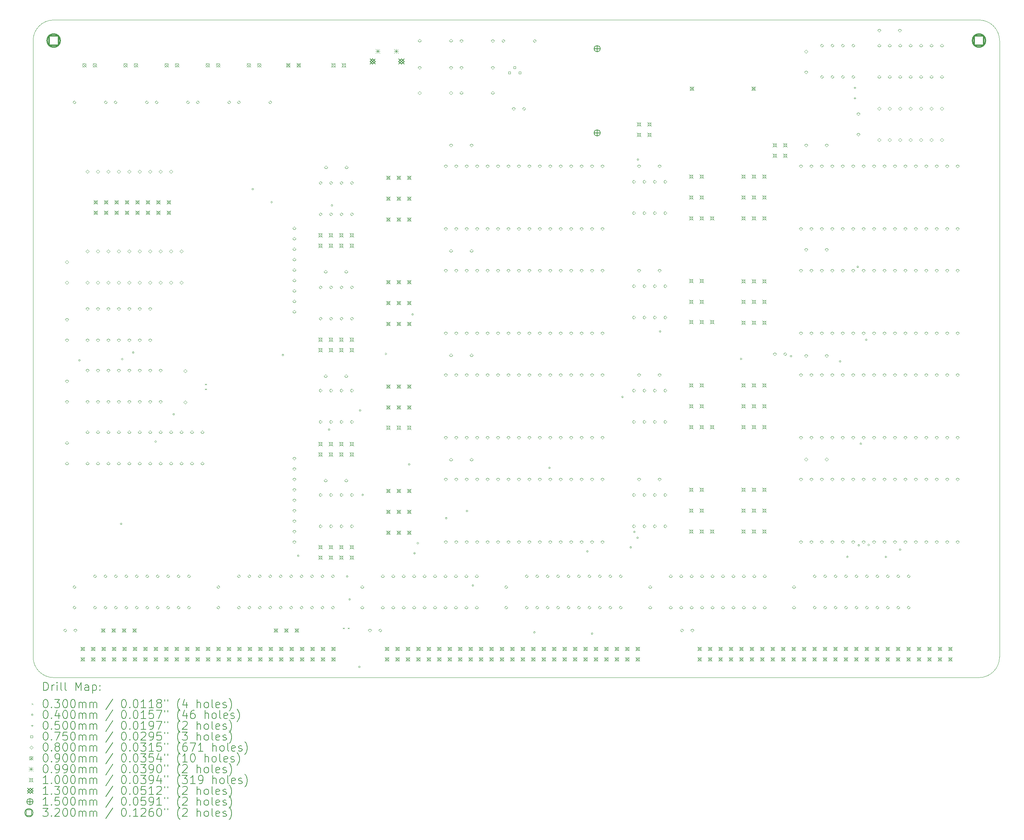
<source format=gbr>
%TF.GenerationSoftware,KiCad,Pcbnew,(6.0.11)*%
%TF.CreationDate,2023-10-28T13:54:16-04:00*%
%TF.ProjectId,memory.ROMRAM,6d656d6f-7279-42e5-924f-4d52414d2e6b,rev?*%
%TF.SameCoordinates,Original*%
%TF.FileFunction,Drillmap*%
%TF.FilePolarity,Positive*%
%FSLAX45Y45*%
G04 Gerber Fmt 4.5, Leading zero omitted, Abs format (unit mm)*
G04 Created by KiCad (PCBNEW (6.0.11)) date 2023-10-28 13:54:16*
%MOMM*%
%LPD*%
G01*
G04 APERTURE LIST*
%ADD10C,0.050000*%
%ADD11C,0.200000*%
%ADD12C,0.030000*%
%ADD13C,0.040000*%
%ADD14C,0.075000*%
%ADD15C,0.080000*%
%ADD16C,0.090000*%
%ADD17C,0.099000*%
%ADD18C,0.100000*%
%ADD19C,0.130000*%
%ADD20C,0.150000*%
%ADD21C,0.320000*%
G04 APERTURE END LIST*
D10*
X3500000Y-7500000D02*
X3500000Y-22500000D01*
X4000000Y-23000000D02*
X26500000Y-23000000D01*
X27000000Y-22500000D02*
X27000000Y-7500000D01*
X26500000Y-7000000D02*
X4000000Y-7000000D01*
X3500000Y-22500000D02*
G75*
G03*
X4000000Y-23000000I500000J0D01*
G01*
X4000000Y-7000000D02*
G75*
G03*
X3500000Y-7500000I0J-500000D01*
G01*
X26500000Y-23000000D02*
G75*
G03*
X27000000Y-22500000I0J500000D01*
G01*
X27000000Y-7500000D02*
G75*
G03*
X26500000Y-7000000I-500000J0D01*
G01*
D11*
D12*
X7685000Y-15850000D02*
X7715000Y-15880000D01*
X7715000Y-15850000D02*
X7685000Y-15880000D01*
X7685000Y-15970000D02*
X7715000Y-16000000D01*
X7715000Y-15970000D02*
X7685000Y-16000000D01*
X11035000Y-21785000D02*
X11065000Y-21815000D01*
X11065000Y-21785000D02*
X11035000Y-21815000D01*
X11155000Y-21785000D02*
X11185000Y-21815000D01*
X11185000Y-21785000D02*
X11155000Y-21815000D01*
D13*
X4646980Y-15278680D02*
G75*
G03*
X4646980Y-15278680I-20000J0D01*
G01*
X5660110Y-19258200D02*
G75*
G03*
X5660110Y-19258200I-20000J0D01*
G01*
X5685240Y-15251790D02*
G75*
G03*
X5685240Y-15251790I-20000J0D01*
G01*
X5952660Y-15091120D02*
G75*
G03*
X5952660Y-15091120I-20000J0D01*
G01*
X6498860Y-17256240D02*
G75*
G03*
X6498860Y-17256240I-20000J0D01*
G01*
X6936280Y-16592640D02*
G75*
G03*
X6936280Y-16592640I-20000J0D01*
G01*
X8859850Y-11114930D02*
G75*
G03*
X8859850Y-11114930I-20000J0D01*
G01*
X9320500Y-11433310D02*
G75*
G03*
X9320500Y-11433310I-20000J0D01*
G01*
X9592990Y-15150190D02*
G75*
G03*
X9592990Y-15150190I-20000J0D01*
G01*
X9964150Y-20036350D02*
G75*
G03*
X9964150Y-20036350I-20000J0D01*
G01*
X10716600Y-16967450D02*
G75*
G03*
X10716600Y-16967450I-20000J0D01*
G01*
X10784070Y-11510170D02*
G75*
G03*
X10784070Y-11510170I-20000J0D01*
G01*
X11156300Y-20538570D02*
G75*
G03*
X11156300Y-20538570I-20000J0D01*
G01*
X11218320Y-21096480D02*
G75*
G03*
X11218320Y-21096480I-20000J0D01*
G01*
X11453480Y-22738530D02*
G75*
G03*
X11453480Y-22738530I-20000J0D01*
G01*
X11471720Y-16500260D02*
G75*
G03*
X11471720Y-16500260I-20000J0D01*
G01*
X11534150Y-18554500D02*
G75*
G03*
X11534150Y-18554500I-20000J0D01*
G01*
X12097240Y-15123510D02*
G75*
G03*
X12097240Y-15123510I-20000J0D01*
G01*
X12664000Y-17812210D02*
G75*
G03*
X12664000Y-17812210I-20000J0D01*
G01*
X12746510Y-14164990D02*
G75*
G03*
X12746510Y-14164990I-20000J0D01*
G01*
X12795180Y-19974490D02*
G75*
G03*
X12795180Y-19974490I-20000J0D01*
G01*
X12874880Y-19728520D02*
G75*
G03*
X12874880Y-19728520I-20000J0D01*
G01*
X13564640Y-19122870D02*
G75*
G03*
X13564640Y-19122870I-20000J0D01*
G01*
X14070250Y-18947740D02*
G75*
G03*
X14070250Y-18947740I-20000J0D01*
G01*
X14212300Y-20758140D02*
G75*
G03*
X14212300Y-20758140I-20000J0D01*
G01*
X15709270Y-21899430D02*
G75*
G03*
X15709270Y-21899430I-20000J0D01*
G01*
X16079080Y-17896770D02*
G75*
G03*
X16079080Y-17896770I-20000J0D01*
G01*
X16995060Y-19928190D02*
G75*
G03*
X16995060Y-19928190I-20000J0D01*
G01*
X17111110Y-21928660D02*
G75*
G03*
X17111110Y-21928660I-20000J0D01*
G01*
X17850250Y-16172050D02*
G75*
G03*
X17850250Y-16172050I-20000J0D01*
G01*
X18052040Y-19832410D02*
G75*
G03*
X18052040Y-19832410I-20000J0D01*
G01*
X18140090Y-19456840D02*
G75*
G03*
X18140090Y-19456840I-20000J0D01*
G01*
X18218980Y-19596700D02*
G75*
G03*
X18218980Y-19596700I-20000J0D01*
G01*
X18225990Y-10394990D02*
G75*
G03*
X18225990Y-10394990I-20000J0D01*
G01*
X18766970Y-14577800D02*
G75*
G03*
X18766970Y-14577800I-20000J0D01*
G01*
X20734520Y-15247270D02*
G75*
G03*
X20734520Y-15247270I-20000J0D01*
G01*
X21948800Y-15179320D02*
G75*
G03*
X21948800Y-15179320I-20000J0D01*
G01*
X23142050Y-15304930D02*
G75*
G03*
X23142050Y-15304930I-20000J0D01*
G01*
X23319810Y-20061810D02*
G75*
G03*
X23319810Y-20061810I-20000J0D01*
G01*
X23571530Y-13005700D02*
G75*
G03*
X23571530Y-13005700I-20000J0D01*
G01*
X23596460Y-19781310D02*
G75*
G03*
X23596460Y-19781310I-20000J0D01*
G01*
X23646410Y-17310570D02*
G75*
G03*
X23646410Y-17310570I-20000J0D01*
G01*
X23778740Y-14781370D02*
G75*
G03*
X23778740Y-14781370I-20000J0D01*
G01*
X23840000Y-19772450D02*
G75*
G03*
X23840000Y-19772450I-20000J0D01*
G01*
X24257430Y-20064570D02*
G75*
G03*
X24257430Y-20064570I-20000J0D01*
G01*
X24602000Y-19887220D02*
G75*
G03*
X24602000Y-19887220I-20000J0D01*
G01*
D10*
X23479000Y-8621000D02*
X23479000Y-8671000D01*
X23454000Y-8646000D02*
X23504000Y-8646000D01*
X23479000Y-8875000D02*
X23479000Y-8925000D01*
X23454000Y-8900000D02*
X23504000Y-8900000D01*
D14*
X15108397Y-8306757D02*
X15108397Y-8253723D01*
X15055363Y-8253723D01*
X15055363Y-8306757D01*
X15108397Y-8306757D01*
X15235397Y-8179757D02*
X15235397Y-8126723D01*
X15182363Y-8126723D01*
X15182363Y-8179757D01*
X15235397Y-8179757D01*
X15362397Y-8306757D02*
X15362397Y-8253723D01*
X15309363Y-8253723D01*
X15309363Y-8306757D01*
X15362397Y-8306757D01*
D15*
X4274980Y-21890000D02*
X4314980Y-21850000D01*
X4274980Y-21810000D01*
X4234980Y-21850000D01*
X4274980Y-21890000D01*
X4319000Y-12928000D02*
X4359000Y-12888000D01*
X4319000Y-12848000D01*
X4279000Y-12888000D01*
X4319000Y-12928000D01*
X4319000Y-13428000D02*
X4359000Y-13388000D01*
X4319000Y-13348000D01*
X4279000Y-13388000D01*
X4319000Y-13428000D01*
X4319000Y-14328000D02*
X4359000Y-14288000D01*
X4319000Y-14248000D01*
X4279000Y-14288000D01*
X4319000Y-14328000D01*
X4319000Y-14828000D02*
X4359000Y-14788000D01*
X4319000Y-14748000D01*
X4279000Y-14788000D01*
X4319000Y-14828000D01*
X4319000Y-15828000D02*
X4359000Y-15788000D01*
X4319000Y-15748000D01*
X4279000Y-15788000D01*
X4319000Y-15828000D01*
X4319000Y-16328000D02*
X4359000Y-16288000D01*
X4319000Y-16248000D01*
X4279000Y-16288000D01*
X4319000Y-16328000D01*
X4319000Y-17328000D02*
X4359000Y-17288000D01*
X4319000Y-17248000D01*
X4279000Y-17288000D01*
X4319000Y-17328000D01*
X4319000Y-17828000D02*
X4359000Y-17788000D01*
X4319000Y-17748000D01*
X4279000Y-17788000D01*
X4319000Y-17828000D01*
X4500000Y-9040000D02*
X4540000Y-9000000D01*
X4500000Y-8960000D01*
X4460000Y-9000000D01*
X4500000Y-9040000D01*
X4500000Y-20834000D02*
X4540000Y-20794000D01*
X4500000Y-20754000D01*
X4460000Y-20794000D01*
X4500000Y-20834000D01*
X4500000Y-21334000D02*
X4540000Y-21294000D01*
X4500000Y-21254000D01*
X4460000Y-21294000D01*
X4500000Y-21334000D01*
X4524980Y-21890000D02*
X4564980Y-21850000D01*
X4524980Y-21810000D01*
X4484980Y-21850000D01*
X4524980Y-21890000D01*
X4819000Y-10728000D02*
X4859000Y-10688000D01*
X4819000Y-10648000D01*
X4779000Y-10688000D01*
X4819000Y-10728000D01*
X4819000Y-12666000D02*
X4859000Y-12626000D01*
X4819000Y-12586000D01*
X4779000Y-12626000D01*
X4819000Y-12666000D01*
X4819000Y-13428000D02*
X4859000Y-13388000D01*
X4819000Y-13348000D01*
X4779000Y-13388000D01*
X4819000Y-13428000D01*
X4819000Y-14066000D02*
X4859000Y-14026000D01*
X4819000Y-13986000D01*
X4779000Y-14026000D01*
X4819000Y-14066000D01*
X4819000Y-14828000D02*
X4859000Y-14788000D01*
X4819000Y-14748000D01*
X4779000Y-14788000D01*
X4819000Y-14828000D01*
X4819000Y-15566000D02*
X4859000Y-15526000D01*
X4819000Y-15486000D01*
X4779000Y-15526000D01*
X4819000Y-15566000D01*
X4819000Y-16328000D02*
X4859000Y-16288000D01*
X4819000Y-16248000D01*
X4779000Y-16288000D01*
X4819000Y-16328000D01*
X4819000Y-17066000D02*
X4859000Y-17026000D01*
X4819000Y-16986000D01*
X4779000Y-17026000D01*
X4819000Y-17066000D01*
X4819000Y-17828000D02*
X4859000Y-17788000D01*
X4819000Y-17748000D01*
X4779000Y-17788000D01*
X4819000Y-17828000D01*
X5000000Y-20572000D02*
X5040000Y-20532000D01*
X5000000Y-20492000D01*
X4960000Y-20532000D01*
X5000000Y-20572000D01*
X5000000Y-21334000D02*
X5040000Y-21294000D01*
X5000000Y-21254000D01*
X4960000Y-21294000D01*
X5000000Y-21334000D01*
X5073000Y-10728000D02*
X5113000Y-10688000D01*
X5073000Y-10648000D01*
X5033000Y-10688000D01*
X5073000Y-10728000D01*
X5073000Y-12666000D02*
X5113000Y-12626000D01*
X5073000Y-12586000D01*
X5033000Y-12626000D01*
X5073000Y-12666000D01*
X5073000Y-13428000D02*
X5113000Y-13388000D01*
X5073000Y-13348000D01*
X5033000Y-13388000D01*
X5073000Y-13428000D01*
X5073000Y-14066000D02*
X5113000Y-14026000D01*
X5073000Y-13986000D01*
X5033000Y-14026000D01*
X5073000Y-14066000D01*
X5073000Y-14828000D02*
X5113000Y-14788000D01*
X5073000Y-14748000D01*
X5033000Y-14788000D01*
X5073000Y-14828000D01*
X5073000Y-15566000D02*
X5113000Y-15526000D01*
X5073000Y-15486000D01*
X5033000Y-15526000D01*
X5073000Y-15566000D01*
X5073000Y-16328000D02*
X5113000Y-16288000D01*
X5073000Y-16248000D01*
X5033000Y-16288000D01*
X5073000Y-16328000D01*
X5073000Y-17066000D02*
X5113000Y-17026000D01*
X5073000Y-16986000D01*
X5033000Y-17026000D01*
X5073000Y-17066000D01*
X5073000Y-17828000D02*
X5113000Y-17788000D01*
X5073000Y-17748000D01*
X5033000Y-17788000D01*
X5073000Y-17828000D01*
X5254000Y-20572000D02*
X5294000Y-20532000D01*
X5254000Y-20492000D01*
X5214000Y-20532000D01*
X5254000Y-20572000D01*
X5254000Y-21334000D02*
X5294000Y-21294000D01*
X5254000Y-21254000D01*
X5214000Y-21294000D01*
X5254000Y-21334000D01*
X5262000Y-9040000D02*
X5302000Y-9000000D01*
X5262000Y-8960000D01*
X5222000Y-9000000D01*
X5262000Y-9040000D01*
X5327000Y-10728000D02*
X5367000Y-10688000D01*
X5327000Y-10648000D01*
X5287000Y-10688000D01*
X5327000Y-10728000D01*
X5327000Y-12666000D02*
X5367000Y-12626000D01*
X5327000Y-12586000D01*
X5287000Y-12626000D01*
X5327000Y-12666000D01*
X5327000Y-13428000D02*
X5367000Y-13388000D01*
X5327000Y-13348000D01*
X5287000Y-13388000D01*
X5327000Y-13428000D01*
X5327000Y-14066000D02*
X5367000Y-14026000D01*
X5327000Y-13986000D01*
X5287000Y-14026000D01*
X5327000Y-14066000D01*
X5327000Y-14828000D02*
X5367000Y-14788000D01*
X5327000Y-14748000D01*
X5287000Y-14788000D01*
X5327000Y-14828000D01*
X5327000Y-15566000D02*
X5367000Y-15526000D01*
X5327000Y-15486000D01*
X5287000Y-15526000D01*
X5327000Y-15566000D01*
X5327000Y-16328000D02*
X5367000Y-16288000D01*
X5327000Y-16248000D01*
X5287000Y-16288000D01*
X5327000Y-16328000D01*
X5327000Y-17066000D02*
X5367000Y-17026000D01*
X5327000Y-16986000D01*
X5287000Y-17026000D01*
X5327000Y-17066000D01*
X5327000Y-17828000D02*
X5367000Y-17788000D01*
X5327000Y-17748000D01*
X5287000Y-17788000D01*
X5327000Y-17828000D01*
X5500000Y-9040000D02*
X5540000Y-9000000D01*
X5500000Y-8960000D01*
X5460000Y-9000000D01*
X5500000Y-9040000D01*
X5508000Y-20572000D02*
X5548000Y-20532000D01*
X5508000Y-20492000D01*
X5468000Y-20532000D01*
X5508000Y-20572000D01*
X5508000Y-21334000D02*
X5548000Y-21294000D01*
X5508000Y-21254000D01*
X5468000Y-21294000D01*
X5508000Y-21334000D01*
X5581000Y-10728000D02*
X5621000Y-10688000D01*
X5581000Y-10648000D01*
X5541000Y-10688000D01*
X5581000Y-10728000D01*
X5581000Y-12666000D02*
X5621000Y-12626000D01*
X5581000Y-12586000D01*
X5541000Y-12626000D01*
X5581000Y-12666000D01*
X5581000Y-13428000D02*
X5621000Y-13388000D01*
X5581000Y-13348000D01*
X5541000Y-13388000D01*
X5581000Y-13428000D01*
X5581000Y-14066000D02*
X5621000Y-14026000D01*
X5581000Y-13986000D01*
X5541000Y-14026000D01*
X5581000Y-14066000D01*
X5581000Y-14828000D02*
X5621000Y-14788000D01*
X5581000Y-14748000D01*
X5541000Y-14788000D01*
X5581000Y-14828000D01*
X5581000Y-15566000D02*
X5621000Y-15526000D01*
X5581000Y-15486000D01*
X5541000Y-15526000D01*
X5581000Y-15566000D01*
X5581000Y-16328000D02*
X5621000Y-16288000D01*
X5581000Y-16248000D01*
X5541000Y-16288000D01*
X5581000Y-16328000D01*
X5581000Y-17066000D02*
X5621000Y-17026000D01*
X5581000Y-16986000D01*
X5541000Y-17026000D01*
X5581000Y-17066000D01*
X5581000Y-17828000D02*
X5621000Y-17788000D01*
X5581000Y-17748000D01*
X5541000Y-17788000D01*
X5581000Y-17828000D01*
X5762000Y-20572000D02*
X5802000Y-20532000D01*
X5762000Y-20492000D01*
X5722000Y-20532000D01*
X5762000Y-20572000D01*
X5762000Y-21334000D02*
X5802000Y-21294000D01*
X5762000Y-21254000D01*
X5722000Y-21294000D01*
X5762000Y-21334000D01*
X5835000Y-10728000D02*
X5875000Y-10688000D01*
X5835000Y-10648000D01*
X5795000Y-10688000D01*
X5835000Y-10728000D01*
X5835000Y-12666000D02*
X5875000Y-12626000D01*
X5835000Y-12586000D01*
X5795000Y-12626000D01*
X5835000Y-12666000D01*
X5835000Y-13428000D02*
X5875000Y-13388000D01*
X5835000Y-13348000D01*
X5795000Y-13388000D01*
X5835000Y-13428000D01*
X5835000Y-14066000D02*
X5875000Y-14026000D01*
X5835000Y-13986000D01*
X5795000Y-14026000D01*
X5835000Y-14066000D01*
X5835000Y-14828000D02*
X5875000Y-14788000D01*
X5835000Y-14748000D01*
X5795000Y-14788000D01*
X5835000Y-14828000D01*
X5835000Y-15566000D02*
X5875000Y-15526000D01*
X5835000Y-15486000D01*
X5795000Y-15526000D01*
X5835000Y-15566000D01*
X5835000Y-16328000D02*
X5875000Y-16288000D01*
X5835000Y-16248000D01*
X5795000Y-16288000D01*
X5835000Y-16328000D01*
X5835000Y-17066000D02*
X5875000Y-17026000D01*
X5835000Y-16986000D01*
X5795000Y-17026000D01*
X5835000Y-17066000D01*
X5835000Y-17828000D02*
X5875000Y-17788000D01*
X5835000Y-17748000D01*
X5795000Y-17788000D01*
X5835000Y-17828000D01*
X6016000Y-20572000D02*
X6056000Y-20532000D01*
X6016000Y-20492000D01*
X5976000Y-20532000D01*
X6016000Y-20572000D01*
X6016000Y-21334000D02*
X6056000Y-21294000D01*
X6016000Y-21254000D01*
X5976000Y-21294000D01*
X6016000Y-21334000D01*
X6089000Y-10728000D02*
X6129000Y-10688000D01*
X6089000Y-10648000D01*
X6049000Y-10688000D01*
X6089000Y-10728000D01*
X6089000Y-12666000D02*
X6129000Y-12626000D01*
X6089000Y-12586000D01*
X6049000Y-12626000D01*
X6089000Y-12666000D01*
X6089000Y-13428000D02*
X6129000Y-13388000D01*
X6089000Y-13348000D01*
X6049000Y-13388000D01*
X6089000Y-13428000D01*
X6089000Y-14066000D02*
X6129000Y-14026000D01*
X6089000Y-13986000D01*
X6049000Y-14026000D01*
X6089000Y-14066000D01*
X6089000Y-14828000D02*
X6129000Y-14788000D01*
X6089000Y-14748000D01*
X6049000Y-14788000D01*
X6089000Y-14828000D01*
X6089000Y-15566000D02*
X6129000Y-15526000D01*
X6089000Y-15486000D01*
X6049000Y-15526000D01*
X6089000Y-15566000D01*
X6089000Y-16328000D02*
X6129000Y-16288000D01*
X6089000Y-16248000D01*
X6049000Y-16288000D01*
X6089000Y-16328000D01*
X6089000Y-17066000D02*
X6129000Y-17026000D01*
X6089000Y-16986000D01*
X6049000Y-17026000D01*
X6089000Y-17066000D01*
X6089000Y-17828000D02*
X6129000Y-17788000D01*
X6089000Y-17748000D01*
X6049000Y-17788000D01*
X6089000Y-17828000D01*
X6262000Y-9040000D02*
X6302000Y-9000000D01*
X6262000Y-8960000D01*
X6222000Y-9000000D01*
X6262000Y-9040000D01*
X6270000Y-20572000D02*
X6310000Y-20532000D01*
X6270000Y-20492000D01*
X6230000Y-20532000D01*
X6270000Y-20572000D01*
X6270000Y-21334000D02*
X6310000Y-21294000D01*
X6270000Y-21254000D01*
X6230000Y-21294000D01*
X6270000Y-21334000D01*
X6343000Y-10728000D02*
X6383000Y-10688000D01*
X6343000Y-10648000D01*
X6303000Y-10688000D01*
X6343000Y-10728000D01*
X6343000Y-12666000D02*
X6383000Y-12626000D01*
X6343000Y-12586000D01*
X6303000Y-12626000D01*
X6343000Y-12666000D01*
X6343000Y-13428000D02*
X6383000Y-13388000D01*
X6343000Y-13348000D01*
X6303000Y-13388000D01*
X6343000Y-13428000D01*
X6343000Y-14066000D02*
X6383000Y-14026000D01*
X6343000Y-13986000D01*
X6303000Y-14026000D01*
X6343000Y-14066000D01*
X6343000Y-14828000D02*
X6383000Y-14788000D01*
X6343000Y-14748000D01*
X6303000Y-14788000D01*
X6343000Y-14828000D01*
X6343000Y-15566000D02*
X6383000Y-15526000D01*
X6343000Y-15486000D01*
X6303000Y-15526000D01*
X6343000Y-15566000D01*
X6343000Y-16328000D02*
X6383000Y-16288000D01*
X6343000Y-16248000D01*
X6303000Y-16288000D01*
X6343000Y-16328000D01*
X6343000Y-17066000D02*
X6383000Y-17026000D01*
X6343000Y-16986000D01*
X6303000Y-17026000D01*
X6343000Y-17066000D01*
X6343000Y-17828000D02*
X6383000Y-17788000D01*
X6343000Y-17748000D01*
X6303000Y-17788000D01*
X6343000Y-17828000D01*
X6500000Y-9040000D02*
X6540000Y-9000000D01*
X6500000Y-8960000D01*
X6460000Y-9000000D01*
X6500000Y-9040000D01*
X6524000Y-20572000D02*
X6564000Y-20532000D01*
X6524000Y-20492000D01*
X6484000Y-20532000D01*
X6524000Y-20572000D01*
X6524000Y-21334000D02*
X6564000Y-21294000D01*
X6524000Y-21254000D01*
X6484000Y-21294000D01*
X6524000Y-21334000D01*
X6597000Y-10728000D02*
X6637000Y-10688000D01*
X6597000Y-10648000D01*
X6557000Y-10688000D01*
X6597000Y-10728000D01*
X6597000Y-12666000D02*
X6637000Y-12626000D01*
X6597000Y-12586000D01*
X6557000Y-12626000D01*
X6597000Y-12666000D01*
X6597000Y-13428000D02*
X6637000Y-13388000D01*
X6597000Y-13348000D01*
X6557000Y-13388000D01*
X6597000Y-13428000D01*
X6597000Y-15566000D02*
X6637000Y-15526000D01*
X6597000Y-15486000D01*
X6557000Y-15526000D01*
X6597000Y-15566000D01*
X6597000Y-16328000D02*
X6637000Y-16288000D01*
X6597000Y-16248000D01*
X6557000Y-16288000D01*
X6597000Y-16328000D01*
X6597000Y-17066000D02*
X6637000Y-17026000D01*
X6597000Y-16986000D01*
X6557000Y-17026000D01*
X6597000Y-17066000D01*
X6597000Y-17828000D02*
X6637000Y-17788000D01*
X6597000Y-17748000D01*
X6557000Y-17788000D01*
X6597000Y-17828000D01*
X6778000Y-20572000D02*
X6818000Y-20532000D01*
X6778000Y-20492000D01*
X6738000Y-20532000D01*
X6778000Y-20572000D01*
X6778000Y-21334000D02*
X6818000Y-21294000D01*
X6778000Y-21254000D01*
X6738000Y-21294000D01*
X6778000Y-21334000D01*
X6851000Y-10728000D02*
X6891000Y-10688000D01*
X6851000Y-10648000D01*
X6811000Y-10688000D01*
X6851000Y-10728000D01*
X6851000Y-12666000D02*
X6891000Y-12626000D01*
X6851000Y-12586000D01*
X6811000Y-12626000D01*
X6851000Y-12666000D01*
X6851000Y-13428000D02*
X6891000Y-13388000D01*
X6851000Y-13348000D01*
X6811000Y-13388000D01*
X6851000Y-13428000D01*
X6851000Y-17066000D02*
X6891000Y-17026000D01*
X6851000Y-16986000D01*
X6811000Y-17026000D01*
X6851000Y-17066000D01*
X6851000Y-17828000D02*
X6891000Y-17788000D01*
X6851000Y-17748000D01*
X6811000Y-17788000D01*
X6851000Y-17828000D01*
X7032000Y-20572000D02*
X7072000Y-20532000D01*
X7032000Y-20492000D01*
X6992000Y-20532000D01*
X7032000Y-20572000D01*
X7032000Y-21334000D02*
X7072000Y-21294000D01*
X7032000Y-21254000D01*
X6992000Y-21294000D01*
X7032000Y-21334000D01*
X7105000Y-12666000D02*
X7145000Y-12626000D01*
X7105000Y-12586000D01*
X7065000Y-12626000D01*
X7105000Y-12666000D01*
X7105000Y-13428000D02*
X7145000Y-13388000D01*
X7105000Y-13348000D01*
X7065000Y-13388000D01*
X7105000Y-13428000D01*
X7105000Y-17066000D02*
X7145000Y-17026000D01*
X7105000Y-16986000D01*
X7065000Y-17026000D01*
X7105000Y-17066000D01*
X7105000Y-17828000D02*
X7145000Y-17788000D01*
X7105000Y-17748000D01*
X7065000Y-17788000D01*
X7105000Y-17828000D01*
X7200000Y-15578000D02*
X7240000Y-15538000D01*
X7200000Y-15498000D01*
X7160000Y-15538000D01*
X7200000Y-15578000D01*
X7200000Y-16340000D02*
X7240000Y-16300000D01*
X7200000Y-16260000D01*
X7160000Y-16300000D01*
X7200000Y-16340000D01*
X7262000Y-9040000D02*
X7302000Y-9000000D01*
X7262000Y-8960000D01*
X7222000Y-9000000D01*
X7262000Y-9040000D01*
X7286000Y-20572000D02*
X7326000Y-20532000D01*
X7286000Y-20492000D01*
X7246000Y-20532000D01*
X7286000Y-20572000D01*
X7286000Y-21334000D02*
X7326000Y-21294000D01*
X7286000Y-21254000D01*
X7246000Y-21294000D01*
X7286000Y-21334000D01*
X7359000Y-17066000D02*
X7399000Y-17026000D01*
X7359000Y-16986000D01*
X7319000Y-17026000D01*
X7359000Y-17066000D01*
X7359000Y-17828000D02*
X7399000Y-17788000D01*
X7359000Y-17748000D01*
X7319000Y-17788000D01*
X7359000Y-17828000D01*
X7500000Y-9040000D02*
X7540000Y-9000000D01*
X7500000Y-8960000D01*
X7460000Y-9000000D01*
X7500000Y-9040000D01*
X7613000Y-17066000D02*
X7653000Y-17026000D01*
X7613000Y-16986000D01*
X7573000Y-17026000D01*
X7613000Y-17066000D01*
X7613000Y-17828000D02*
X7653000Y-17788000D01*
X7613000Y-17748000D01*
X7573000Y-17788000D01*
X7613000Y-17828000D01*
X8000000Y-20834000D02*
X8040000Y-20794000D01*
X8000000Y-20754000D01*
X7960000Y-20794000D01*
X8000000Y-20834000D01*
X8000000Y-21334000D02*
X8040000Y-21294000D01*
X8000000Y-21254000D01*
X7960000Y-21294000D01*
X8000000Y-21334000D01*
X8262000Y-9040000D02*
X8302000Y-9000000D01*
X8262000Y-8960000D01*
X8222000Y-9000000D01*
X8262000Y-9040000D01*
X8500000Y-9040000D02*
X8540000Y-9000000D01*
X8500000Y-8960000D01*
X8460000Y-9000000D01*
X8500000Y-9040000D01*
X8500000Y-20572000D02*
X8540000Y-20532000D01*
X8500000Y-20492000D01*
X8460000Y-20532000D01*
X8500000Y-20572000D01*
X8500000Y-21334000D02*
X8540000Y-21294000D01*
X8500000Y-21254000D01*
X8460000Y-21294000D01*
X8500000Y-21334000D01*
X8754000Y-20572000D02*
X8794000Y-20532000D01*
X8754000Y-20492000D01*
X8714000Y-20532000D01*
X8754000Y-20572000D01*
X8754000Y-21334000D02*
X8794000Y-21294000D01*
X8754000Y-21254000D01*
X8714000Y-21294000D01*
X8754000Y-21334000D01*
X9008000Y-20572000D02*
X9048000Y-20532000D01*
X9008000Y-20492000D01*
X8968000Y-20532000D01*
X9008000Y-20572000D01*
X9008000Y-21334000D02*
X9048000Y-21294000D01*
X9008000Y-21254000D01*
X8968000Y-21294000D01*
X9008000Y-21334000D01*
X9262000Y-9040000D02*
X9302000Y-9000000D01*
X9262000Y-8960000D01*
X9222000Y-9000000D01*
X9262000Y-9040000D01*
X9262000Y-20572000D02*
X9302000Y-20532000D01*
X9262000Y-20492000D01*
X9222000Y-20532000D01*
X9262000Y-20572000D01*
X9262000Y-21334000D02*
X9302000Y-21294000D01*
X9262000Y-21254000D01*
X9222000Y-21294000D01*
X9262000Y-21334000D01*
X9516000Y-20572000D02*
X9556000Y-20532000D01*
X9516000Y-20492000D01*
X9476000Y-20532000D01*
X9516000Y-20572000D01*
X9516000Y-21334000D02*
X9556000Y-21294000D01*
X9516000Y-21254000D01*
X9476000Y-21294000D01*
X9516000Y-21334000D01*
X9770000Y-20572000D02*
X9810000Y-20532000D01*
X9770000Y-20492000D01*
X9730000Y-20532000D01*
X9770000Y-20572000D01*
X9770000Y-21334000D02*
X9810000Y-21294000D01*
X9770000Y-21254000D01*
X9730000Y-21294000D01*
X9770000Y-21334000D01*
X9850000Y-12104500D02*
X9890000Y-12064500D01*
X9850000Y-12024500D01*
X9810000Y-12064500D01*
X9850000Y-12104500D01*
X9850000Y-12358500D02*
X9890000Y-12318500D01*
X9850000Y-12278500D01*
X9810000Y-12318500D01*
X9850000Y-12358500D01*
X9850000Y-12612500D02*
X9890000Y-12572500D01*
X9850000Y-12532500D01*
X9810000Y-12572500D01*
X9850000Y-12612500D01*
X9850000Y-12866500D02*
X9890000Y-12826500D01*
X9850000Y-12786500D01*
X9810000Y-12826500D01*
X9850000Y-12866500D01*
X9850000Y-13120500D02*
X9890000Y-13080500D01*
X9850000Y-13040500D01*
X9810000Y-13080500D01*
X9850000Y-13120500D01*
X9850000Y-13374500D02*
X9890000Y-13334500D01*
X9850000Y-13294500D01*
X9810000Y-13334500D01*
X9850000Y-13374500D01*
X9850000Y-13628500D02*
X9890000Y-13588500D01*
X9850000Y-13548500D01*
X9810000Y-13588500D01*
X9850000Y-13628500D01*
X9850000Y-13882500D02*
X9890000Y-13842500D01*
X9850000Y-13802500D01*
X9810000Y-13842500D01*
X9850000Y-13882500D01*
X9850000Y-14136500D02*
X9890000Y-14096500D01*
X9850000Y-14056500D01*
X9810000Y-14096500D01*
X9850000Y-14136500D01*
X9850000Y-17706000D02*
X9890000Y-17666000D01*
X9850000Y-17626000D01*
X9810000Y-17666000D01*
X9850000Y-17706000D01*
X9850000Y-17960000D02*
X9890000Y-17920000D01*
X9850000Y-17880000D01*
X9810000Y-17920000D01*
X9850000Y-17960000D01*
X9850000Y-18214000D02*
X9890000Y-18174000D01*
X9850000Y-18134000D01*
X9810000Y-18174000D01*
X9850000Y-18214000D01*
X9850000Y-18468000D02*
X9890000Y-18428000D01*
X9850000Y-18388000D01*
X9810000Y-18428000D01*
X9850000Y-18468000D01*
X9850000Y-18722000D02*
X9890000Y-18682000D01*
X9850000Y-18642000D01*
X9810000Y-18682000D01*
X9850000Y-18722000D01*
X9850000Y-18976000D02*
X9890000Y-18936000D01*
X9850000Y-18896000D01*
X9810000Y-18936000D01*
X9850000Y-18976000D01*
X9850000Y-19230000D02*
X9890000Y-19190000D01*
X9850000Y-19150000D01*
X9810000Y-19190000D01*
X9850000Y-19230000D01*
X9850000Y-19484000D02*
X9890000Y-19444000D01*
X9850000Y-19404000D01*
X9810000Y-19444000D01*
X9850000Y-19484000D01*
X9850000Y-19738000D02*
X9890000Y-19698000D01*
X9850000Y-19658000D01*
X9810000Y-19698000D01*
X9850000Y-19738000D01*
X10024000Y-20572000D02*
X10064000Y-20532000D01*
X10024000Y-20492000D01*
X9984000Y-20532000D01*
X10024000Y-20572000D01*
X10024000Y-21334000D02*
X10064000Y-21294000D01*
X10024000Y-21254000D01*
X9984000Y-21294000D01*
X10024000Y-21334000D01*
X10278000Y-20572000D02*
X10318000Y-20532000D01*
X10278000Y-20492000D01*
X10238000Y-20532000D01*
X10278000Y-20572000D01*
X10278000Y-21334000D02*
X10318000Y-21294000D01*
X10278000Y-21254000D01*
X10238000Y-21294000D01*
X10278000Y-21334000D01*
X10486000Y-11002000D02*
X10526000Y-10962000D01*
X10486000Y-10922000D01*
X10446000Y-10962000D01*
X10486000Y-11002000D01*
X10486000Y-11764000D02*
X10526000Y-11724000D01*
X10486000Y-11684000D01*
X10446000Y-11724000D01*
X10486000Y-11764000D01*
X10486000Y-13542000D02*
X10526000Y-13502000D01*
X10486000Y-13462000D01*
X10446000Y-13502000D01*
X10486000Y-13542000D01*
X10486000Y-14304000D02*
X10526000Y-14264000D01*
X10486000Y-14224000D01*
X10446000Y-14264000D01*
X10486000Y-14304000D01*
X10486000Y-16054500D02*
X10526000Y-16014500D01*
X10486000Y-15974500D01*
X10446000Y-16014500D01*
X10486000Y-16054500D01*
X10486000Y-16816500D02*
X10526000Y-16776500D01*
X10486000Y-16736500D01*
X10446000Y-16776500D01*
X10486000Y-16816500D01*
X10486000Y-18594500D02*
X10526000Y-18554500D01*
X10486000Y-18514500D01*
X10446000Y-18554500D01*
X10486000Y-18594500D01*
X10486000Y-19356500D02*
X10526000Y-19316500D01*
X10486000Y-19276500D01*
X10446000Y-19316500D01*
X10486000Y-19356500D01*
X10532000Y-20572000D02*
X10572000Y-20532000D01*
X10532000Y-20492000D01*
X10492000Y-20532000D01*
X10532000Y-20572000D01*
X10532000Y-21334000D02*
X10572000Y-21294000D01*
X10532000Y-21254000D01*
X10492000Y-21294000D01*
X10532000Y-21334000D01*
X10612000Y-13162000D02*
X10652000Y-13122000D01*
X10612000Y-13082000D01*
X10572000Y-13122000D01*
X10612000Y-13162000D01*
X10612000Y-15702000D02*
X10652000Y-15662000D01*
X10612000Y-15622000D01*
X10572000Y-15662000D01*
X10612000Y-15702000D01*
X10612000Y-18242000D02*
X10652000Y-18202000D01*
X10612000Y-18162000D01*
X10572000Y-18202000D01*
X10612000Y-18242000D01*
X10620000Y-10622000D02*
X10660000Y-10582000D01*
X10620000Y-10542000D01*
X10580000Y-10582000D01*
X10620000Y-10622000D01*
X10740000Y-11002000D02*
X10780000Y-10962000D01*
X10740000Y-10922000D01*
X10700000Y-10962000D01*
X10740000Y-11002000D01*
X10740000Y-11764000D02*
X10780000Y-11724000D01*
X10740000Y-11684000D01*
X10700000Y-11724000D01*
X10740000Y-11764000D01*
X10740000Y-13542000D02*
X10780000Y-13502000D01*
X10740000Y-13462000D01*
X10700000Y-13502000D01*
X10740000Y-13542000D01*
X10740000Y-14304000D02*
X10780000Y-14264000D01*
X10740000Y-14224000D01*
X10700000Y-14264000D01*
X10740000Y-14304000D01*
X10740000Y-16054500D02*
X10780000Y-16014500D01*
X10740000Y-15974500D01*
X10700000Y-16014500D01*
X10740000Y-16054500D01*
X10740000Y-16816500D02*
X10780000Y-16776500D01*
X10740000Y-16736500D01*
X10700000Y-16776500D01*
X10740000Y-16816500D01*
X10740000Y-18594500D02*
X10780000Y-18554500D01*
X10740000Y-18514500D01*
X10700000Y-18554500D01*
X10740000Y-18594500D01*
X10740000Y-19356500D02*
X10780000Y-19316500D01*
X10740000Y-19276500D01*
X10700000Y-19316500D01*
X10740000Y-19356500D01*
X10786000Y-20572000D02*
X10826000Y-20532000D01*
X10786000Y-20492000D01*
X10746000Y-20532000D01*
X10786000Y-20572000D01*
X10786000Y-21334000D02*
X10826000Y-21294000D01*
X10786000Y-21254000D01*
X10746000Y-21294000D01*
X10786000Y-21334000D01*
X10994000Y-11002000D02*
X11034000Y-10962000D01*
X10994000Y-10922000D01*
X10954000Y-10962000D01*
X10994000Y-11002000D01*
X10994000Y-11764000D02*
X11034000Y-11724000D01*
X10994000Y-11684000D01*
X10954000Y-11724000D01*
X10994000Y-11764000D01*
X10994000Y-13542000D02*
X11034000Y-13502000D01*
X10994000Y-13462000D01*
X10954000Y-13502000D01*
X10994000Y-13542000D01*
X10994000Y-14304000D02*
X11034000Y-14264000D01*
X10994000Y-14224000D01*
X10954000Y-14264000D01*
X10994000Y-14304000D01*
X10994000Y-16054500D02*
X11034000Y-16014500D01*
X10994000Y-15974500D01*
X10954000Y-16014500D01*
X10994000Y-16054500D01*
X10994000Y-16816500D02*
X11034000Y-16776500D01*
X10994000Y-16736500D01*
X10954000Y-16776500D01*
X10994000Y-16816500D01*
X10994000Y-18594500D02*
X11034000Y-18554500D01*
X10994000Y-18514500D01*
X10954000Y-18554500D01*
X10994000Y-18594500D01*
X10994000Y-19356500D02*
X11034000Y-19316500D01*
X10994000Y-19276500D01*
X10954000Y-19316500D01*
X10994000Y-19356500D01*
X11112000Y-13162000D02*
X11152000Y-13122000D01*
X11112000Y-13082000D01*
X11072000Y-13122000D01*
X11112000Y-13162000D01*
X11112000Y-15702000D02*
X11152000Y-15662000D01*
X11112000Y-15622000D01*
X11072000Y-15662000D01*
X11112000Y-15702000D01*
X11112000Y-18242000D02*
X11152000Y-18202000D01*
X11112000Y-18162000D01*
X11072000Y-18202000D01*
X11112000Y-18242000D01*
X11120000Y-10622000D02*
X11160000Y-10582000D01*
X11120000Y-10542000D01*
X11080000Y-10582000D01*
X11120000Y-10622000D01*
X11248000Y-11002000D02*
X11288000Y-10962000D01*
X11248000Y-10922000D01*
X11208000Y-10962000D01*
X11248000Y-11002000D01*
X11248000Y-11764000D02*
X11288000Y-11724000D01*
X11248000Y-11684000D01*
X11208000Y-11724000D01*
X11248000Y-11764000D01*
X11248000Y-13542000D02*
X11288000Y-13502000D01*
X11248000Y-13462000D01*
X11208000Y-13502000D01*
X11248000Y-13542000D01*
X11248000Y-14304000D02*
X11288000Y-14264000D01*
X11248000Y-14224000D01*
X11208000Y-14264000D01*
X11248000Y-14304000D01*
X11248000Y-16054500D02*
X11288000Y-16014500D01*
X11248000Y-15974500D01*
X11208000Y-16014500D01*
X11248000Y-16054500D01*
X11248000Y-16816500D02*
X11288000Y-16776500D01*
X11248000Y-16736500D01*
X11208000Y-16776500D01*
X11248000Y-16816500D01*
X11248000Y-18594500D02*
X11288000Y-18554500D01*
X11248000Y-18514500D01*
X11208000Y-18554500D01*
X11248000Y-18594500D01*
X11248000Y-19356500D02*
X11288000Y-19316500D01*
X11248000Y-19276500D01*
X11208000Y-19316500D01*
X11248000Y-19356500D01*
X11500000Y-20834000D02*
X11540000Y-20794000D01*
X11500000Y-20754000D01*
X11460000Y-20794000D01*
X11500000Y-20834000D01*
X11500000Y-21334000D02*
X11540000Y-21294000D01*
X11500000Y-21254000D01*
X11460000Y-21294000D01*
X11500000Y-21334000D01*
X11687960Y-21890000D02*
X11727960Y-21850000D01*
X11687960Y-21810000D01*
X11647960Y-21850000D01*
X11687960Y-21890000D01*
X11937960Y-21890000D02*
X11977960Y-21850000D01*
X11937960Y-21810000D01*
X11897960Y-21850000D01*
X11937960Y-21890000D01*
X12000000Y-20572000D02*
X12040000Y-20532000D01*
X12000000Y-20492000D01*
X11960000Y-20532000D01*
X12000000Y-20572000D01*
X12000000Y-21334000D02*
X12040000Y-21294000D01*
X12000000Y-21254000D01*
X11960000Y-21294000D01*
X12000000Y-21334000D01*
X12254000Y-20572000D02*
X12294000Y-20532000D01*
X12254000Y-20492000D01*
X12214000Y-20532000D01*
X12254000Y-20572000D01*
X12254000Y-21334000D02*
X12294000Y-21294000D01*
X12254000Y-21254000D01*
X12214000Y-21294000D01*
X12254000Y-21334000D01*
X12508000Y-20572000D02*
X12548000Y-20532000D01*
X12508000Y-20492000D01*
X12468000Y-20532000D01*
X12508000Y-20572000D01*
X12508000Y-21334000D02*
X12548000Y-21294000D01*
X12508000Y-21254000D01*
X12468000Y-21294000D01*
X12508000Y-21334000D01*
X12762000Y-20572000D02*
X12802000Y-20532000D01*
X12762000Y-20492000D01*
X12722000Y-20532000D01*
X12762000Y-20572000D01*
X12762000Y-21334000D02*
X12802000Y-21294000D01*
X12762000Y-21254000D01*
X12722000Y-21294000D01*
X12762000Y-21334000D01*
X12898000Y-7542000D02*
X12938000Y-7502000D01*
X12898000Y-7462000D01*
X12858000Y-7502000D01*
X12898000Y-7542000D01*
X12898000Y-8199000D02*
X12938000Y-8159000D01*
X12898000Y-8119000D01*
X12858000Y-8159000D01*
X12898000Y-8199000D01*
X12898000Y-8814000D02*
X12938000Y-8774000D01*
X12898000Y-8734000D01*
X12858000Y-8774000D01*
X12898000Y-8814000D01*
X13016000Y-20572000D02*
X13056000Y-20532000D01*
X13016000Y-20492000D01*
X12976000Y-20532000D01*
X13016000Y-20572000D01*
X13016000Y-21334000D02*
X13056000Y-21294000D01*
X13016000Y-21254000D01*
X12976000Y-21294000D01*
X13016000Y-21334000D01*
X13270000Y-20572000D02*
X13310000Y-20532000D01*
X13270000Y-20492000D01*
X13230000Y-20532000D01*
X13270000Y-20572000D01*
X13270000Y-21334000D02*
X13310000Y-21294000D01*
X13270000Y-21254000D01*
X13230000Y-21294000D01*
X13270000Y-21334000D01*
X13524000Y-20572000D02*
X13564000Y-20532000D01*
X13524000Y-20492000D01*
X13484000Y-20532000D01*
X13524000Y-20572000D01*
X13524000Y-21334000D02*
X13564000Y-21294000D01*
X13524000Y-21254000D01*
X13484000Y-21294000D01*
X13524000Y-21334000D01*
X13533000Y-10594500D02*
X13573000Y-10554500D01*
X13533000Y-10514500D01*
X13493000Y-10554500D01*
X13533000Y-10594500D01*
X13533000Y-12118500D02*
X13573000Y-12078500D01*
X13533000Y-12038500D01*
X13493000Y-12078500D01*
X13533000Y-12118500D01*
X13533000Y-13134500D02*
X13573000Y-13094500D01*
X13533000Y-13054500D01*
X13493000Y-13094500D01*
X13533000Y-13134500D01*
X13533000Y-14658500D02*
X13573000Y-14618500D01*
X13533000Y-14578500D01*
X13493000Y-14618500D01*
X13533000Y-14658500D01*
X13533000Y-15674500D02*
X13573000Y-15634500D01*
X13533000Y-15594500D01*
X13493000Y-15634500D01*
X13533000Y-15674500D01*
X13533000Y-17198500D02*
X13573000Y-17158500D01*
X13533000Y-17118500D01*
X13493000Y-17158500D01*
X13533000Y-17198500D01*
X13533000Y-18214500D02*
X13573000Y-18174500D01*
X13533000Y-18134500D01*
X13493000Y-18174500D01*
X13533000Y-18214500D01*
X13533000Y-19738500D02*
X13573000Y-19698500D01*
X13533000Y-19658500D01*
X13493000Y-19698500D01*
X13533000Y-19738500D01*
X13660000Y-7542000D02*
X13700000Y-7502000D01*
X13660000Y-7462000D01*
X13620000Y-7502000D01*
X13660000Y-7542000D01*
X13660000Y-8199000D02*
X13700000Y-8159000D01*
X13660000Y-8119000D01*
X13620000Y-8159000D01*
X13660000Y-8199000D01*
X13660000Y-8814000D02*
X13700000Y-8774000D01*
X13660000Y-8734000D01*
X13620000Y-8774000D01*
X13660000Y-8814000D01*
X13660000Y-10086000D02*
X13700000Y-10046000D01*
X13660000Y-10006000D01*
X13620000Y-10046000D01*
X13660000Y-10086000D01*
X13660000Y-12654000D02*
X13700000Y-12614000D01*
X13660000Y-12574000D01*
X13620000Y-12614000D01*
X13660000Y-12654000D01*
X13660000Y-15194000D02*
X13700000Y-15154000D01*
X13660000Y-15114000D01*
X13620000Y-15154000D01*
X13660000Y-15194000D01*
X13660000Y-17734000D02*
X13700000Y-17694000D01*
X13660000Y-17654000D01*
X13620000Y-17694000D01*
X13660000Y-17734000D01*
X13778000Y-20572000D02*
X13818000Y-20532000D01*
X13778000Y-20492000D01*
X13738000Y-20532000D01*
X13778000Y-20572000D01*
X13778000Y-21334000D02*
X13818000Y-21294000D01*
X13778000Y-21254000D01*
X13738000Y-21294000D01*
X13778000Y-21334000D01*
X13787000Y-10594500D02*
X13827000Y-10554500D01*
X13787000Y-10514500D01*
X13747000Y-10554500D01*
X13787000Y-10594500D01*
X13787000Y-12118500D02*
X13827000Y-12078500D01*
X13787000Y-12038500D01*
X13747000Y-12078500D01*
X13787000Y-12118500D01*
X13787000Y-13134500D02*
X13827000Y-13094500D01*
X13787000Y-13054500D01*
X13747000Y-13094500D01*
X13787000Y-13134500D01*
X13787000Y-14658500D02*
X13827000Y-14618500D01*
X13787000Y-14578500D01*
X13747000Y-14618500D01*
X13787000Y-14658500D01*
X13787000Y-15674500D02*
X13827000Y-15634500D01*
X13787000Y-15594500D01*
X13747000Y-15634500D01*
X13787000Y-15674500D01*
X13787000Y-17198500D02*
X13827000Y-17158500D01*
X13787000Y-17118500D01*
X13747000Y-17158500D01*
X13787000Y-17198500D01*
X13787000Y-18214500D02*
X13827000Y-18174500D01*
X13787000Y-18134500D01*
X13747000Y-18174500D01*
X13787000Y-18214500D01*
X13787000Y-19738500D02*
X13827000Y-19698500D01*
X13787000Y-19658500D01*
X13747000Y-19698500D01*
X13787000Y-19738500D01*
X13914000Y-7546000D02*
X13954000Y-7506000D01*
X13914000Y-7466000D01*
X13874000Y-7506000D01*
X13914000Y-7546000D01*
X13914000Y-8199000D02*
X13954000Y-8159000D01*
X13914000Y-8119000D01*
X13874000Y-8159000D01*
X13914000Y-8199000D01*
X13914000Y-8812000D02*
X13954000Y-8772000D01*
X13914000Y-8732000D01*
X13874000Y-8772000D01*
X13914000Y-8812000D01*
X14032000Y-20572000D02*
X14072000Y-20532000D01*
X14032000Y-20492000D01*
X13992000Y-20532000D01*
X14032000Y-20572000D01*
X14032000Y-21334000D02*
X14072000Y-21294000D01*
X14032000Y-21254000D01*
X13992000Y-21294000D01*
X14032000Y-21334000D01*
X14041000Y-10594500D02*
X14081000Y-10554500D01*
X14041000Y-10514500D01*
X14001000Y-10554500D01*
X14041000Y-10594500D01*
X14041000Y-12118500D02*
X14081000Y-12078500D01*
X14041000Y-12038500D01*
X14001000Y-12078500D01*
X14041000Y-12118500D01*
X14041000Y-13134500D02*
X14081000Y-13094500D01*
X14041000Y-13054500D01*
X14001000Y-13094500D01*
X14041000Y-13134500D01*
X14041000Y-14658500D02*
X14081000Y-14618500D01*
X14041000Y-14578500D01*
X14001000Y-14618500D01*
X14041000Y-14658500D01*
X14041000Y-15674500D02*
X14081000Y-15634500D01*
X14041000Y-15594500D01*
X14001000Y-15634500D01*
X14041000Y-15674500D01*
X14041000Y-17198500D02*
X14081000Y-17158500D01*
X14041000Y-17118500D01*
X14001000Y-17158500D01*
X14041000Y-17198500D01*
X14041000Y-18214500D02*
X14081000Y-18174500D01*
X14041000Y-18134500D01*
X14001000Y-18174500D01*
X14041000Y-18214500D01*
X14041000Y-19738500D02*
X14081000Y-19698500D01*
X14041000Y-19658500D01*
X14001000Y-19698500D01*
X14041000Y-19738500D01*
X14160000Y-10086000D02*
X14200000Y-10046000D01*
X14160000Y-10006000D01*
X14120000Y-10046000D01*
X14160000Y-10086000D01*
X14160000Y-12654000D02*
X14200000Y-12614000D01*
X14160000Y-12574000D01*
X14120000Y-12614000D01*
X14160000Y-12654000D01*
X14160000Y-15194000D02*
X14200000Y-15154000D01*
X14160000Y-15114000D01*
X14120000Y-15154000D01*
X14160000Y-15194000D01*
X14160000Y-17734000D02*
X14200000Y-17694000D01*
X14160000Y-17654000D01*
X14120000Y-17694000D01*
X14160000Y-17734000D01*
X14286000Y-20572000D02*
X14326000Y-20532000D01*
X14286000Y-20492000D01*
X14246000Y-20532000D01*
X14286000Y-20572000D01*
X14286000Y-21334000D02*
X14326000Y-21294000D01*
X14286000Y-21254000D01*
X14246000Y-21294000D01*
X14286000Y-21334000D01*
X14295000Y-10594500D02*
X14335000Y-10554500D01*
X14295000Y-10514500D01*
X14255000Y-10554500D01*
X14295000Y-10594500D01*
X14295000Y-12118500D02*
X14335000Y-12078500D01*
X14295000Y-12038500D01*
X14255000Y-12078500D01*
X14295000Y-12118500D01*
X14295000Y-13134500D02*
X14335000Y-13094500D01*
X14295000Y-13054500D01*
X14255000Y-13094500D01*
X14295000Y-13134500D01*
X14295000Y-14658500D02*
X14335000Y-14618500D01*
X14295000Y-14578500D01*
X14255000Y-14618500D01*
X14295000Y-14658500D01*
X14295000Y-15674500D02*
X14335000Y-15634500D01*
X14295000Y-15594500D01*
X14255000Y-15634500D01*
X14295000Y-15674500D01*
X14295000Y-17198500D02*
X14335000Y-17158500D01*
X14295000Y-17118500D01*
X14255000Y-17158500D01*
X14295000Y-17198500D01*
X14295000Y-18214500D02*
X14335000Y-18174500D01*
X14295000Y-18134500D01*
X14255000Y-18174500D01*
X14295000Y-18214500D01*
X14295000Y-19738500D02*
X14335000Y-19698500D01*
X14295000Y-19658500D01*
X14255000Y-19698500D01*
X14295000Y-19738500D01*
X14549000Y-10594500D02*
X14589000Y-10554500D01*
X14549000Y-10514500D01*
X14509000Y-10554500D01*
X14549000Y-10594500D01*
X14549000Y-12118500D02*
X14589000Y-12078500D01*
X14549000Y-12038500D01*
X14509000Y-12078500D01*
X14549000Y-12118500D01*
X14549000Y-13134500D02*
X14589000Y-13094500D01*
X14549000Y-13054500D01*
X14509000Y-13094500D01*
X14549000Y-13134500D01*
X14549000Y-14658500D02*
X14589000Y-14618500D01*
X14549000Y-14578500D01*
X14509000Y-14618500D01*
X14549000Y-14658500D01*
X14549000Y-15674500D02*
X14589000Y-15634500D01*
X14549000Y-15594500D01*
X14509000Y-15634500D01*
X14549000Y-15674500D01*
X14549000Y-17198500D02*
X14589000Y-17158500D01*
X14549000Y-17118500D01*
X14509000Y-17158500D01*
X14549000Y-17198500D01*
X14549000Y-18214500D02*
X14589000Y-18174500D01*
X14549000Y-18134500D01*
X14509000Y-18174500D01*
X14549000Y-18214500D01*
X14549000Y-19738500D02*
X14589000Y-19698500D01*
X14549000Y-19658500D01*
X14509000Y-19698500D01*
X14549000Y-19738500D01*
X14676000Y-7546000D02*
X14716000Y-7506000D01*
X14676000Y-7466000D01*
X14636000Y-7506000D01*
X14676000Y-7546000D01*
X14676000Y-8199000D02*
X14716000Y-8159000D01*
X14676000Y-8119000D01*
X14636000Y-8159000D01*
X14676000Y-8199000D01*
X14676000Y-8812000D02*
X14716000Y-8772000D01*
X14676000Y-8732000D01*
X14636000Y-8772000D01*
X14676000Y-8812000D01*
X14803000Y-10594500D02*
X14843000Y-10554500D01*
X14803000Y-10514500D01*
X14763000Y-10554500D01*
X14803000Y-10594500D01*
X14803000Y-12118500D02*
X14843000Y-12078500D01*
X14803000Y-12038500D01*
X14763000Y-12078500D01*
X14803000Y-12118500D01*
X14803000Y-13134500D02*
X14843000Y-13094500D01*
X14803000Y-13054500D01*
X14763000Y-13094500D01*
X14803000Y-13134500D01*
X14803000Y-14658500D02*
X14843000Y-14618500D01*
X14803000Y-14578500D01*
X14763000Y-14618500D01*
X14803000Y-14658500D01*
X14803000Y-15674500D02*
X14843000Y-15634500D01*
X14803000Y-15594500D01*
X14763000Y-15634500D01*
X14803000Y-15674500D01*
X14803000Y-17198500D02*
X14843000Y-17158500D01*
X14803000Y-17118500D01*
X14763000Y-17158500D01*
X14803000Y-17198500D01*
X14803000Y-18214500D02*
X14843000Y-18174500D01*
X14803000Y-18134500D01*
X14763000Y-18174500D01*
X14803000Y-18214500D01*
X14803000Y-19738500D02*
X14843000Y-19698500D01*
X14803000Y-19658500D01*
X14763000Y-19698500D01*
X14803000Y-19738500D01*
X14931000Y-7546000D02*
X14971000Y-7506000D01*
X14931000Y-7466000D01*
X14891000Y-7506000D01*
X14931000Y-7546000D01*
X15000000Y-20834000D02*
X15040000Y-20794000D01*
X15000000Y-20754000D01*
X14960000Y-20794000D01*
X15000000Y-20834000D01*
X15000000Y-21334000D02*
X15040000Y-21294000D01*
X15000000Y-21254000D01*
X14960000Y-21294000D01*
X15000000Y-21334000D01*
X15057000Y-10594500D02*
X15097000Y-10554500D01*
X15057000Y-10514500D01*
X15017000Y-10554500D01*
X15057000Y-10594500D01*
X15057000Y-12118500D02*
X15097000Y-12078500D01*
X15057000Y-12038500D01*
X15017000Y-12078500D01*
X15057000Y-12118500D01*
X15057000Y-13134500D02*
X15097000Y-13094500D01*
X15057000Y-13054500D01*
X15017000Y-13094500D01*
X15057000Y-13134500D01*
X15057000Y-14658500D02*
X15097000Y-14618500D01*
X15057000Y-14578500D01*
X15017000Y-14618500D01*
X15057000Y-14658500D01*
X15057000Y-15674500D02*
X15097000Y-15634500D01*
X15057000Y-15594500D01*
X15017000Y-15634500D01*
X15057000Y-15674500D01*
X15057000Y-17198500D02*
X15097000Y-17158500D01*
X15057000Y-17118500D01*
X15017000Y-17158500D01*
X15057000Y-17198500D01*
X15057000Y-18214500D02*
X15097000Y-18174500D01*
X15057000Y-18134500D01*
X15017000Y-18174500D01*
X15057000Y-18214500D01*
X15057000Y-19738500D02*
X15097000Y-19698500D01*
X15057000Y-19658500D01*
X15017000Y-19698500D01*
X15057000Y-19738500D01*
X15184000Y-9197000D02*
X15224000Y-9157000D01*
X15184000Y-9117000D01*
X15144000Y-9157000D01*
X15184000Y-9197000D01*
X15311000Y-10594500D02*
X15351000Y-10554500D01*
X15311000Y-10514500D01*
X15271000Y-10554500D01*
X15311000Y-10594500D01*
X15311000Y-12118500D02*
X15351000Y-12078500D01*
X15311000Y-12038500D01*
X15271000Y-12078500D01*
X15311000Y-12118500D01*
X15311000Y-13134500D02*
X15351000Y-13094500D01*
X15311000Y-13054500D01*
X15271000Y-13094500D01*
X15311000Y-13134500D01*
X15311000Y-14658500D02*
X15351000Y-14618500D01*
X15311000Y-14578500D01*
X15271000Y-14618500D01*
X15311000Y-14658500D01*
X15311000Y-15674500D02*
X15351000Y-15634500D01*
X15311000Y-15594500D01*
X15271000Y-15634500D01*
X15311000Y-15674500D01*
X15311000Y-17198500D02*
X15351000Y-17158500D01*
X15311000Y-17118500D01*
X15271000Y-17158500D01*
X15311000Y-17198500D01*
X15311000Y-18214500D02*
X15351000Y-18174500D01*
X15311000Y-18134500D01*
X15271000Y-18174500D01*
X15311000Y-18214500D01*
X15311000Y-19738500D02*
X15351000Y-19698500D01*
X15311000Y-19658500D01*
X15271000Y-19698500D01*
X15311000Y-19738500D01*
X15434000Y-9197000D02*
X15474000Y-9157000D01*
X15434000Y-9117000D01*
X15394000Y-9157000D01*
X15434000Y-9197000D01*
X15500000Y-20572000D02*
X15540000Y-20532000D01*
X15500000Y-20492000D01*
X15460000Y-20532000D01*
X15500000Y-20572000D01*
X15500000Y-21334000D02*
X15540000Y-21294000D01*
X15500000Y-21254000D01*
X15460000Y-21294000D01*
X15500000Y-21334000D01*
X15565000Y-10594500D02*
X15605000Y-10554500D01*
X15565000Y-10514500D01*
X15525000Y-10554500D01*
X15565000Y-10594500D01*
X15565000Y-12118500D02*
X15605000Y-12078500D01*
X15565000Y-12038500D01*
X15525000Y-12078500D01*
X15565000Y-12118500D01*
X15565000Y-13134500D02*
X15605000Y-13094500D01*
X15565000Y-13054500D01*
X15525000Y-13094500D01*
X15565000Y-13134500D01*
X15565000Y-14658500D02*
X15605000Y-14618500D01*
X15565000Y-14578500D01*
X15525000Y-14618500D01*
X15565000Y-14658500D01*
X15565000Y-15674500D02*
X15605000Y-15634500D01*
X15565000Y-15594500D01*
X15525000Y-15634500D01*
X15565000Y-15674500D01*
X15565000Y-17198500D02*
X15605000Y-17158500D01*
X15565000Y-17118500D01*
X15525000Y-17158500D01*
X15565000Y-17198500D01*
X15565000Y-18214500D02*
X15605000Y-18174500D01*
X15565000Y-18134500D01*
X15525000Y-18174500D01*
X15565000Y-18214500D01*
X15565000Y-19738500D02*
X15605000Y-19698500D01*
X15565000Y-19658500D01*
X15525000Y-19698500D01*
X15565000Y-19738500D01*
X15693000Y-7546000D02*
X15733000Y-7506000D01*
X15693000Y-7466000D01*
X15653000Y-7506000D01*
X15693000Y-7546000D01*
X15754000Y-20572000D02*
X15794000Y-20532000D01*
X15754000Y-20492000D01*
X15714000Y-20532000D01*
X15754000Y-20572000D01*
X15754000Y-21334000D02*
X15794000Y-21294000D01*
X15754000Y-21254000D01*
X15714000Y-21294000D01*
X15754000Y-21334000D01*
X15819000Y-10594500D02*
X15859000Y-10554500D01*
X15819000Y-10514500D01*
X15779000Y-10554500D01*
X15819000Y-10594500D01*
X15819000Y-12118500D02*
X15859000Y-12078500D01*
X15819000Y-12038500D01*
X15779000Y-12078500D01*
X15819000Y-12118500D01*
X15819000Y-13134500D02*
X15859000Y-13094500D01*
X15819000Y-13054500D01*
X15779000Y-13094500D01*
X15819000Y-13134500D01*
X15819000Y-14658500D02*
X15859000Y-14618500D01*
X15819000Y-14578500D01*
X15779000Y-14618500D01*
X15819000Y-14658500D01*
X15819000Y-15674500D02*
X15859000Y-15634500D01*
X15819000Y-15594500D01*
X15779000Y-15634500D01*
X15819000Y-15674500D01*
X15819000Y-17198500D02*
X15859000Y-17158500D01*
X15819000Y-17118500D01*
X15779000Y-17158500D01*
X15819000Y-17198500D01*
X15819000Y-18214500D02*
X15859000Y-18174500D01*
X15819000Y-18134500D01*
X15779000Y-18174500D01*
X15819000Y-18214500D01*
X15819000Y-19738500D02*
X15859000Y-19698500D01*
X15819000Y-19658500D01*
X15779000Y-19698500D01*
X15819000Y-19738500D01*
X16008000Y-20572000D02*
X16048000Y-20532000D01*
X16008000Y-20492000D01*
X15968000Y-20532000D01*
X16008000Y-20572000D01*
X16008000Y-21334000D02*
X16048000Y-21294000D01*
X16008000Y-21254000D01*
X15968000Y-21294000D01*
X16008000Y-21334000D01*
X16073000Y-10594500D02*
X16113000Y-10554500D01*
X16073000Y-10514500D01*
X16033000Y-10554500D01*
X16073000Y-10594500D01*
X16073000Y-12118500D02*
X16113000Y-12078500D01*
X16073000Y-12038500D01*
X16033000Y-12078500D01*
X16073000Y-12118500D01*
X16073000Y-13134500D02*
X16113000Y-13094500D01*
X16073000Y-13054500D01*
X16033000Y-13094500D01*
X16073000Y-13134500D01*
X16073000Y-14658500D02*
X16113000Y-14618500D01*
X16073000Y-14578500D01*
X16033000Y-14618500D01*
X16073000Y-14658500D01*
X16073000Y-15674500D02*
X16113000Y-15634500D01*
X16073000Y-15594500D01*
X16033000Y-15634500D01*
X16073000Y-15674500D01*
X16073000Y-17198500D02*
X16113000Y-17158500D01*
X16073000Y-17118500D01*
X16033000Y-17158500D01*
X16073000Y-17198500D01*
X16073000Y-18214500D02*
X16113000Y-18174500D01*
X16073000Y-18134500D01*
X16033000Y-18174500D01*
X16073000Y-18214500D01*
X16073000Y-19738500D02*
X16113000Y-19698500D01*
X16073000Y-19658500D01*
X16033000Y-19698500D01*
X16073000Y-19738500D01*
X16262000Y-20572000D02*
X16302000Y-20532000D01*
X16262000Y-20492000D01*
X16222000Y-20532000D01*
X16262000Y-20572000D01*
X16262000Y-21334000D02*
X16302000Y-21294000D01*
X16262000Y-21254000D01*
X16222000Y-21294000D01*
X16262000Y-21334000D01*
X16327000Y-10594500D02*
X16367000Y-10554500D01*
X16327000Y-10514500D01*
X16287000Y-10554500D01*
X16327000Y-10594500D01*
X16327000Y-12118500D02*
X16367000Y-12078500D01*
X16327000Y-12038500D01*
X16287000Y-12078500D01*
X16327000Y-12118500D01*
X16327000Y-13134500D02*
X16367000Y-13094500D01*
X16327000Y-13054500D01*
X16287000Y-13094500D01*
X16327000Y-13134500D01*
X16327000Y-14658500D02*
X16367000Y-14618500D01*
X16327000Y-14578500D01*
X16287000Y-14618500D01*
X16327000Y-14658500D01*
X16327000Y-15674500D02*
X16367000Y-15634500D01*
X16327000Y-15594500D01*
X16287000Y-15634500D01*
X16327000Y-15674500D01*
X16327000Y-17198500D02*
X16367000Y-17158500D01*
X16327000Y-17118500D01*
X16287000Y-17158500D01*
X16327000Y-17198500D01*
X16327000Y-18214500D02*
X16367000Y-18174500D01*
X16327000Y-18134500D01*
X16287000Y-18174500D01*
X16327000Y-18214500D01*
X16327000Y-19738500D02*
X16367000Y-19698500D01*
X16327000Y-19658500D01*
X16287000Y-19698500D01*
X16327000Y-19738500D01*
X16516000Y-20572000D02*
X16556000Y-20532000D01*
X16516000Y-20492000D01*
X16476000Y-20532000D01*
X16516000Y-20572000D01*
X16516000Y-21334000D02*
X16556000Y-21294000D01*
X16516000Y-21254000D01*
X16476000Y-21294000D01*
X16516000Y-21334000D01*
X16581000Y-10594500D02*
X16621000Y-10554500D01*
X16581000Y-10514500D01*
X16541000Y-10554500D01*
X16581000Y-10594500D01*
X16581000Y-12118500D02*
X16621000Y-12078500D01*
X16581000Y-12038500D01*
X16541000Y-12078500D01*
X16581000Y-12118500D01*
X16581000Y-13134500D02*
X16621000Y-13094500D01*
X16581000Y-13054500D01*
X16541000Y-13094500D01*
X16581000Y-13134500D01*
X16581000Y-14658500D02*
X16621000Y-14618500D01*
X16581000Y-14578500D01*
X16541000Y-14618500D01*
X16581000Y-14658500D01*
X16581000Y-15674500D02*
X16621000Y-15634500D01*
X16581000Y-15594500D01*
X16541000Y-15634500D01*
X16581000Y-15674500D01*
X16581000Y-17198500D02*
X16621000Y-17158500D01*
X16581000Y-17118500D01*
X16541000Y-17158500D01*
X16581000Y-17198500D01*
X16581000Y-18214500D02*
X16621000Y-18174500D01*
X16581000Y-18134500D01*
X16541000Y-18174500D01*
X16581000Y-18214500D01*
X16581000Y-19738500D02*
X16621000Y-19698500D01*
X16581000Y-19658500D01*
X16541000Y-19698500D01*
X16581000Y-19738500D01*
X16770000Y-20572000D02*
X16810000Y-20532000D01*
X16770000Y-20492000D01*
X16730000Y-20532000D01*
X16770000Y-20572000D01*
X16770000Y-21334000D02*
X16810000Y-21294000D01*
X16770000Y-21254000D01*
X16730000Y-21294000D01*
X16770000Y-21334000D01*
X16835000Y-10594500D02*
X16875000Y-10554500D01*
X16835000Y-10514500D01*
X16795000Y-10554500D01*
X16835000Y-10594500D01*
X16835000Y-12118500D02*
X16875000Y-12078500D01*
X16835000Y-12038500D01*
X16795000Y-12078500D01*
X16835000Y-12118500D01*
X16835000Y-13134500D02*
X16875000Y-13094500D01*
X16835000Y-13054500D01*
X16795000Y-13094500D01*
X16835000Y-13134500D01*
X16835000Y-14658500D02*
X16875000Y-14618500D01*
X16835000Y-14578500D01*
X16795000Y-14618500D01*
X16835000Y-14658500D01*
X16835000Y-15674500D02*
X16875000Y-15634500D01*
X16835000Y-15594500D01*
X16795000Y-15634500D01*
X16835000Y-15674500D01*
X16835000Y-17198500D02*
X16875000Y-17158500D01*
X16835000Y-17118500D01*
X16795000Y-17158500D01*
X16835000Y-17198500D01*
X16835000Y-18214500D02*
X16875000Y-18174500D01*
X16835000Y-18134500D01*
X16795000Y-18174500D01*
X16835000Y-18214500D01*
X16835000Y-19738500D02*
X16875000Y-19698500D01*
X16835000Y-19658500D01*
X16795000Y-19698500D01*
X16835000Y-19738500D01*
X17024000Y-20572000D02*
X17064000Y-20532000D01*
X17024000Y-20492000D01*
X16984000Y-20532000D01*
X17024000Y-20572000D01*
X17024000Y-21334000D02*
X17064000Y-21294000D01*
X17024000Y-21254000D01*
X16984000Y-21294000D01*
X17024000Y-21334000D01*
X17089000Y-10594500D02*
X17129000Y-10554500D01*
X17089000Y-10514500D01*
X17049000Y-10554500D01*
X17089000Y-10594500D01*
X17089000Y-12118500D02*
X17129000Y-12078500D01*
X17089000Y-12038500D01*
X17049000Y-12078500D01*
X17089000Y-12118500D01*
X17089000Y-13134500D02*
X17129000Y-13094500D01*
X17089000Y-13054500D01*
X17049000Y-13094500D01*
X17089000Y-13134500D01*
X17089000Y-14658500D02*
X17129000Y-14618500D01*
X17089000Y-14578500D01*
X17049000Y-14618500D01*
X17089000Y-14658500D01*
X17089000Y-15674500D02*
X17129000Y-15634500D01*
X17089000Y-15594500D01*
X17049000Y-15634500D01*
X17089000Y-15674500D01*
X17089000Y-17198500D02*
X17129000Y-17158500D01*
X17089000Y-17118500D01*
X17049000Y-17158500D01*
X17089000Y-17198500D01*
X17089000Y-18214500D02*
X17129000Y-18174500D01*
X17089000Y-18134500D01*
X17049000Y-18174500D01*
X17089000Y-18214500D01*
X17089000Y-19738500D02*
X17129000Y-19698500D01*
X17089000Y-19658500D01*
X17049000Y-19698500D01*
X17089000Y-19738500D01*
X17278000Y-20572000D02*
X17318000Y-20532000D01*
X17278000Y-20492000D01*
X17238000Y-20532000D01*
X17278000Y-20572000D01*
X17278000Y-21334000D02*
X17318000Y-21294000D01*
X17278000Y-21254000D01*
X17238000Y-21294000D01*
X17278000Y-21334000D01*
X17343000Y-10594500D02*
X17383000Y-10554500D01*
X17343000Y-10514500D01*
X17303000Y-10554500D01*
X17343000Y-10594500D01*
X17343000Y-12118500D02*
X17383000Y-12078500D01*
X17343000Y-12038500D01*
X17303000Y-12078500D01*
X17343000Y-12118500D01*
X17343000Y-13134500D02*
X17383000Y-13094500D01*
X17343000Y-13054500D01*
X17303000Y-13094500D01*
X17343000Y-13134500D01*
X17343000Y-14658500D02*
X17383000Y-14618500D01*
X17343000Y-14578500D01*
X17303000Y-14618500D01*
X17343000Y-14658500D01*
X17343000Y-15674500D02*
X17383000Y-15634500D01*
X17343000Y-15594500D01*
X17303000Y-15634500D01*
X17343000Y-15674500D01*
X17343000Y-17198500D02*
X17383000Y-17158500D01*
X17343000Y-17118500D01*
X17303000Y-17158500D01*
X17343000Y-17198500D01*
X17343000Y-18214500D02*
X17383000Y-18174500D01*
X17343000Y-18134500D01*
X17303000Y-18174500D01*
X17343000Y-18214500D01*
X17343000Y-19738500D02*
X17383000Y-19698500D01*
X17343000Y-19658500D01*
X17303000Y-19698500D01*
X17343000Y-19738500D01*
X17532000Y-20572000D02*
X17572000Y-20532000D01*
X17532000Y-20492000D01*
X17492000Y-20532000D01*
X17532000Y-20572000D01*
X17532000Y-21334000D02*
X17572000Y-21294000D01*
X17532000Y-21254000D01*
X17492000Y-21294000D01*
X17532000Y-21334000D01*
X17786000Y-20572000D02*
X17826000Y-20532000D01*
X17786000Y-20492000D01*
X17746000Y-20532000D01*
X17786000Y-20572000D01*
X17786000Y-21334000D02*
X17826000Y-21294000D01*
X17786000Y-21254000D01*
X17746000Y-21294000D01*
X17786000Y-21334000D01*
X18106000Y-10974000D02*
X18146000Y-10934000D01*
X18106000Y-10894000D01*
X18066000Y-10934000D01*
X18106000Y-10974000D01*
X18106000Y-11736000D02*
X18146000Y-11696000D01*
X18106000Y-11656000D01*
X18066000Y-11696000D01*
X18106000Y-11736000D01*
X18106000Y-13514000D02*
X18146000Y-13474000D01*
X18106000Y-13434000D01*
X18066000Y-13474000D01*
X18106000Y-13514000D01*
X18106000Y-14276000D02*
X18146000Y-14236000D01*
X18106000Y-14196000D01*
X18066000Y-14236000D01*
X18106000Y-14276000D01*
X18106000Y-16054000D02*
X18146000Y-16014000D01*
X18106000Y-15974000D01*
X18066000Y-16014000D01*
X18106000Y-16054000D01*
X18106000Y-16816000D02*
X18146000Y-16776000D01*
X18106000Y-16736000D01*
X18066000Y-16776000D01*
X18106000Y-16816000D01*
X18106000Y-18594000D02*
X18146000Y-18554000D01*
X18106000Y-18514000D01*
X18066000Y-18554000D01*
X18106000Y-18594000D01*
X18106000Y-19356000D02*
X18146000Y-19316000D01*
X18106000Y-19276000D01*
X18066000Y-19316000D01*
X18106000Y-19356000D01*
X18232000Y-10594000D02*
X18272000Y-10554000D01*
X18232000Y-10514000D01*
X18192000Y-10554000D01*
X18232000Y-10594000D01*
X18232000Y-13134000D02*
X18272000Y-13094000D01*
X18232000Y-13054000D01*
X18192000Y-13094000D01*
X18232000Y-13134000D01*
X18232000Y-15674000D02*
X18272000Y-15634000D01*
X18232000Y-15594000D01*
X18192000Y-15634000D01*
X18232000Y-15674000D01*
X18232000Y-18214000D02*
X18272000Y-18174000D01*
X18232000Y-18134000D01*
X18192000Y-18174000D01*
X18232000Y-18214000D01*
X18360000Y-10974000D02*
X18400000Y-10934000D01*
X18360000Y-10894000D01*
X18320000Y-10934000D01*
X18360000Y-10974000D01*
X18360000Y-11736000D02*
X18400000Y-11696000D01*
X18360000Y-11656000D01*
X18320000Y-11696000D01*
X18360000Y-11736000D01*
X18360000Y-13514000D02*
X18400000Y-13474000D01*
X18360000Y-13434000D01*
X18320000Y-13474000D01*
X18360000Y-13514000D01*
X18360000Y-14276000D02*
X18400000Y-14236000D01*
X18360000Y-14196000D01*
X18320000Y-14236000D01*
X18360000Y-14276000D01*
X18360000Y-16054000D02*
X18400000Y-16014000D01*
X18360000Y-15974000D01*
X18320000Y-16014000D01*
X18360000Y-16054000D01*
X18360000Y-16816000D02*
X18400000Y-16776000D01*
X18360000Y-16736000D01*
X18320000Y-16776000D01*
X18360000Y-16816000D01*
X18360000Y-18594000D02*
X18400000Y-18554000D01*
X18360000Y-18514000D01*
X18320000Y-18554000D01*
X18360000Y-18594000D01*
X18360000Y-19356000D02*
X18400000Y-19316000D01*
X18360000Y-19276000D01*
X18320000Y-19316000D01*
X18360000Y-19356000D01*
X18500000Y-20834000D02*
X18540000Y-20794000D01*
X18500000Y-20754000D01*
X18460000Y-20794000D01*
X18500000Y-20834000D01*
X18500000Y-21334000D02*
X18540000Y-21294000D01*
X18500000Y-21254000D01*
X18460000Y-21294000D01*
X18500000Y-21334000D01*
X18614000Y-10974000D02*
X18654000Y-10934000D01*
X18614000Y-10894000D01*
X18574000Y-10934000D01*
X18614000Y-10974000D01*
X18614000Y-11736000D02*
X18654000Y-11696000D01*
X18614000Y-11656000D01*
X18574000Y-11696000D01*
X18614000Y-11736000D01*
X18614000Y-13514000D02*
X18654000Y-13474000D01*
X18614000Y-13434000D01*
X18574000Y-13474000D01*
X18614000Y-13514000D01*
X18614000Y-14276000D02*
X18654000Y-14236000D01*
X18614000Y-14196000D01*
X18574000Y-14236000D01*
X18614000Y-14276000D01*
X18614000Y-16054000D02*
X18654000Y-16014000D01*
X18614000Y-15974000D01*
X18574000Y-16014000D01*
X18614000Y-16054000D01*
X18614000Y-16816000D02*
X18654000Y-16776000D01*
X18614000Y-16736000D01*
X18574000Y-16776000D01*
X18614000Y-16816000D01*
X18614000Y-18594000D02*
X18654000Y-18554000D01*
X18614000Y-18514000D01*
X18574000Y-18554000D01*
X18614000Y-18594000D01*
X18614000Y-19356000D02*
X18654000Y-19316000D01*
X18614000Y-19276000D01*
X18574000Y-19316000D01*
X18614000Y-19356000D01*
X18732000Y-10594000D02*
X18772000Y-10554000D01*
X18732000Y-10514000D01*
X18692000Y-10554000D01*
X18732000Y-10594000D01*
X18732000Y-13134000D02*
X18772000Y-13094000D01*
X18732000Y-13054000D01*
X18692000Y-13094000D01*
X18732000Y-13134000D01*
X18732000Y-15674000D02*
X18772000Y-15634000D01*
X18732000Y-15594000D01*
X18692000Y-15634000D01*
X18732000Y-15674000D01*
X18732000Y-18214000D02*
X18772000Y-18174000D01*
X18732000Y-18134000D01*
X18692000Y-18174000D01*
X18732000Y-18214000D01*
X18868000Y-10974000D02*
X18908000Y-10934000D01*
X18868000Y-10894000D01*
X18828000Y-10934000D01*
X18868000Y-10974000D01*
X18868000Y-11736000D02*
X18908000Y-11696000D01*
X18868000Y-11656000D01*
X18828000Y-11696000D01*
X18868000Y-11736000D01*
X18868000Y-13514000D02*
X18908000Y-13474000D01*
X18868000Y-13434000D01*
X18828000Y-13474000D01*
X18868000Y-13514000D01*
X18868000Y-14276000D02*
X18908000Y-14236000D01*
X18868000Y-14196000D01*
X18828000Y-14236000D01*
X18868000Y-14276000D01*
X18868000Y-16054000D02*
X18908000Y-16014000D01*
X18868000Y-15974000D01*
X18828000Y-16014000D01*
X18868000Y-16054000D01*
X18868000Y-16816000D02*
X18908000Y-16776000D01*
X18868000Y-16736000D01*
X18828000Y-16776000D01*
X18868000Y-16816000D01*
X18868000Y-18594000D02*
X18908000Y-18554000D01*
X18868000Y-18514000D01*
X18828000Y-18554000D01*
X18868000Y-18594000D01*
X18868000Y-19356000D02*
X18908000Y-19316000D01*
X18868000Y-19276000D01*
X18828000Y-19316000D01*
X18868000Y-19356000D01*
X19000000Y-20572000D02*
X19040000Y-20532000D01*
X19000000Y-20492000D01*
X18960000Y-20532000D01*
X19000000Y-20572000D01*
X19000000Y-21334000D02*
X19040000Y-21294000D01*
X19000000Y-21254000D01*
X18960000Y-21294000D01*
X19000000Y-21334000D01*
X19254000Y-20572000D02*
X19294000Y-20532000D01*
X19254000Y-20492000D01*
X19214000Y-20532000D01*
X19254000Y-20572000D01*
X19254000Y-21334000D02*
X19294000Y-21294000D01*
X19254000Y-21254000D01*
X19214000Y-21294000D01*
X19254000Y-21334000D01*
X19274980Y-21890000D02*
X19314980Y-21850000D01*
X19274980Y-21810000D01*
X19234980Y-21850000D01*
X19274980Y-21890000D01*
X19508000Y-20572000D02*
X19548000Y-20532000D01*
X19508000Y-20492000D01*
X19468000Y-20532000D01*
X19508000Y-20572000D01*
X19508000Y-21334000D02*
X19548000Y-21294000D01*
X19508000Y-21254000D01*
X19468000Y-21294000D01*
X19508000Y-21334000D01*
X19524980Y-21890000D02*
X19564980Y-21850000D01*
X19524980Y-21810000D01*
X19484980Y-21850000D01*
X19524980Y-21890000D01*
X19762000Y-20572000D02*
X19802000Y-20532000D01*
X19762000Y-20492000D01*
X19722000Y-20532000D01*
X19762000Y-20572000D01*
X19762000Y-21334000D02*
X19802000Y-21294000D01*
X19762000Y-21254000D01*
X19722000Y-21294000D01*
X19762000Y-21334000D01*
X20016000Y-20572000D02*
X20056000Y-20532000D01*
X20016000Y-20492000D01*
X19976000Y-20532000D01*
X20016000Y-20572000D01*
X20016000Y-21334000D02*
X20056000Y-21294000D01*
X20016000Y-21254000D01*
X19976000Y-21294000D01*
X20016000Y-21334000D01*
X20270000Y-20572000D02*
X20310000Y-20532000D01*
X20270000Y-20492000D01*
X20230000Y-20532000D01*
X20270000Y-20572000D01*
X20270000Y-21334000D02*
X20310000Y-21294000D01*
X20270000Y-21254000D01*
X20230000Y-21294000D01*
X20270000Y-21334000D01*
X20524000Y-20572000D02*
X20564000Y-20532000D01*
X20524000Y-20492000D01*
X20484000Y-20532000D01*
X20524000Y-20572000D01*
X20524000Y-21334000D02*
X20564000Y-21294000D01*
X20524000Y-21254000D01*
X20484000Y-21294000D01*
X20524000Y-21334000D01*
X20778000Y-20572000D02*
X20818000Y-20532000D01*
X20778000Y-20492000D01*
X20738000Y-20532000D01*
X20778000Y-20572000D01*
X20778000Y-21334000D02*
X20818000Y-21294000D01*
X20778000Y-21254000D01*
X20738000Y-21294000D01*
X20778000Y-21334000D01*
X21032000Y-20572000D02*
X21072000Y-20532000D01*
X21032000Y-20492000D01*
X20992000Y-20532000D01*
X21032000Y-20572000D01*
X21032000Y-21334000D02*
X21072000Y-21294000D01*
X21032000Y-21254000D01*
X20992000Y-21294000D01*
X21032000Y-21334000D01*
X21286000Y-20572000D02*
X21326000Y-20532000D01*
X21286000Y-20492000D01*
X21246000Y-20532000D01*
X21286000Y-20572000D01*
X21286000Y-21334000D02*
X21326000Y-21294000D01*
X21286000Y-21254000D01*
X21246000Y-21294000D01*
X21286000Y-21334000D01*
X21534000Y-15166000D02*
X21574000Y-15126000D01*
X21534000Y-15086000D01*
X21494000Y-15126000D01*
X21534000Y-15166000D01*
X21784000Y-15166000D02*
X21824000Y-15126000D01*
X21784000Y-15086000D01*
X21744000Y-15126000D01*
X21784000Y-15166000D01*
X22000000Y-20834000D02*
X22040000Y-20794000D01*
X22000000Y-20754000D01*
X21960000Y-20794000D01*
X22000000Y-20834000D01*
X22000000Y-21334000D02*
X22040000Y-21294000D01*
X22000000Y-21254000D01*
X21960000Y-21294000D01*
X22000000Y-21334000D01*
X22169000Y-10594500D02*
X22209000Y-10554500D01*
X22169000Y-10514500D01*
X22129000Y-10554500D01*
X22169000Y-10594500D01*
X22169000Y-12118500D02*
X22209000Y-12078500D01*
X22169000Y-12038500D01*
X22129000Y-12078500D01*
X22169000Y-12118500D01*
X22169000Y-13134500D02*
X22209000Y-13094500D01*
X22169000Y-13054500D01*
X22129000Y-13094500D01*
X22169000Y-13134500D01*
X22169000Y-14658500D02*
X22209000Y-14618500D01*
X22169000Y-14578500D01*
X22129000Y-14618500D01*
X22169000Y-14658500D01*
X22169000Y-15674500D02*
X22209000Y-15634500D01*
X22169000Y-15594500D01*
X22129000Y-15634500D01*
X22169000Y-15674500D01*
X22169000Y-17198500D02*
X22209000Y-17158500D01*
X22169000Y-17118500D01*
X22129000Y-17158500D01*
X22169000Y-17198500D01*
X22169000Y-18214500D02*
X22209000Y-18174500D01*
X22169000Y-18134500D01*
X22129000Y-18174500D01*
X22169000Y-18214500D01*
X22169000Y-19738500D02*
X22209000Y-19698500D01*
X22169000Y-19658500D01*
X22129000Y-19698500D01*
X22169000Y-19738500D01*
X22296000Y-7808000D02*
X22336000Y-7768000D01*
X22296000Y-7728000D01*
X22256000Y-7768000D01*
X22296000Y-7808000D01*
X22296000Y-8308000D02*
X22336000Y-8268000D01*
X22296000Y-8228000D01*
X22256000Y-8268000D01*
X22296000Y-8308000D01*
X22296000Y-10086000D02*
X22336000Y-10046000D01*
X22296000Y-10006000D01*
X22256000Y-10046000D01*
X22296000Y-10086000D01*
X22296000Y-12626000D02*
X22336000Y-12586000D01*
X22296000Y-12546000D01*
X22256000Y-12586000D01*
X22296000Y-12626000D01*
X22296000Y-15209000D02*
X22336000Y-15169000D01*
X22296000Y-15129000D01*
X22256000Y-15169000D01*
X22296000Y-15209000D01*
X22296000Y-17729500D02*
X22336000Y-17689500D01*
X22296000Y-17649500D01*
X22256000Y-17689500D01*
X22296000Y-17729500D01*
X22423000Y-10594500D02*
X22463000Y-10554500D01*
X22423000Y-10514500D01*
X22383000Y-10554500D01*
X22423000Y-10594500D01*
X22423000Y-12118500D02*
X22463000Y-12078500D01*
X22423000Y-12038500D01*
X22383000Y-12078500D01*
X22423000Y-12118500D01*
X22423000Y-13134500D02*
X22463000Y-13094500D01*
X22423000Y-13054500D01*
X22383000Y-13094500D01*
X22423000Y-13134500D01*
X22423000Y-14658500D02*
X22463000Y-14618500D01*
X22423000Y-14578500D01*
X22383000Y-14618500D01*
X22423000Y-14658500D01*
X22423000Y-15674500D02*
X22463000Y-15634500D01*
X22423000Y-15594500D01*
X22383000Y-15634500D01*
X22423000Y-15674500D01*
X22423000Y-17198500D02*
X22463000Y-17158500D01*
X22423000Y-17118500D01*
X22383000Y-17158500D01*
X22423000Y-17198500D01*
X22423000Y-18214500D02*
X22463000Y-18174500D01*
X22423000Y-18134500D01*
X22383000Y-18174500D01*
X22423000Y-18214500D01*
X22423000Y-19738500D02*
X22463000Y-19698500D01*
X22423000Y-19658500D01*
X22383000Y-19698500D01*
X22423000Y-19738500D01*
X22500000Y-20572000D02*
X22540000Y-20532000D01*
X22500000Y-20492000D01*
X22460000Y-20532000D01*
X22500000Y-20572000D01*
X22500000Y-21334000D02*
X22540000Y-21294000D01*
X22500000Y-21254000D01*
X22460000Y-21294000D01*
X22500000Y-21334000D01*
X22677000Y-10594500D02*
X22717000Y-10554500D01*
X22677000Y-10514500D01*
X22637000Y-10554500D01*
X22677000Y-10594500D01*
X22677000Y-12118500D02*
X22717000Y-12078500D01*
X22677000Y-12038500D01*
X22637000Y-12078500D01*
X22677000Y-12118500D01*
X22677000Y-13134500D02*
X22717000Y-13094500D01*
X22677000Y-13054500D01*
X22637000Y-13094500D01*
X22677000Y-13134500D01*
X22677000Y-14658500D02*
X22717000Y-14618500D01*
X22677000Y-14578500D01*
X22637000Y-14618500D01*
X22677000Y-14658500D01*
X22677000Y-15674500D02*
X22717000Y-15634500D01*
X22677000Y-15594500D01*
X22637000Y-15634500D01*
X22677000Y-15674500D01*
X22677000Y-17198500D02*
X22717000Y-17158500D01*
X22677000Y-17118500D01*
X22637000Y-17158500D01*
X22677000Y-17198500D01*
X22677000Y-18214500D02*
X22717000Y-18174500D01*
X22677000Y-18134500D01*
X22637000Y-18174500D01*
X22677000Y-18214500D01*
X22677000Y-19738500D02*
X22717000Y-19698500D01*
X22677000Y-19658500D01*
X22637000Y-19698500D01*
X22677000Y-19738500D01*
X22678000Y-7660000D02*
X22718000Y-7620000D01*
X22678000Y-7580000D01*
X22638000Y-7620000D01*
X22678000Y-7660000D01*
X22678000Y-8422000D02*
X22718000Y-8382000D01*
X22678000Y-8342000D01*
X22638000Y-8382000D01*
X22678000Y-8422000D01*
X22754000Y-20572000D02*
X22794000Y-20532000D01*
X22754000Y-20492000D01*
X22714000Y-20532000D01*
X22754000Y-20572000D01*
X22754000Y-21334000D02*
X22794000Y-21294000D01*
X22754000Y-21254000D01*
X22714000Y-21294000D01*
X22754000Y-21334000D01*
X22796000Y-10086000D02*
X22836000Y-10046000D01*
X22796000Y-10006000D01*
X22756000Y-10046000D01*
X22796000Y-10086000D01*
X22796000Y-12626000D02*
X22836000Y-12586000D01*
X22796000Y-12546000D01*
X22756000Y-12586000D01*
X22796000Y-12626000D01*
X22796000Y-15209000D02*
X22836000Y-15169000D01*
X22796000Y-15129000D01*
X22756000Y-15169000D01*
X22796000Y-15209000D01*
X22796000Y-17729500D02*
X22836000Y-17689500D01*
X22796000Y-17649500D01*
X22756000Y-17689500D01*
X22796000Y-17729500D01*
X22931000Y-10594500D02*
X22971000Y-10554500D01*
X22931000Y-10514500D01*
X22891000Y-10554500D01*
X22931000Y-10594500D01*
X22931000Y-12118500D02*
X22971000Y-12078500D01*
X22931000Y-12038500D01*
X22891000Y-12078500D01*
X22931000Y-12118500D01*
X22931000Y-13134500D02*
X22971000Y-13094500D01*
X22931000Y-13054500D01*
X22891000Y-13094500D01*
X22931000Y-13134500D01*
X22931000Y-14658500D02*
X22971000Y-14618500D01*
X22931000Y-14578500D01*
X22891000Y-14618500D01*
X22931000Y-14658500D01*
X22931000Y-15674500D02*
X22971000Y-15634500D01*
X22931000Y-15594500D01*
X22891000Y-15634500D01*
X22931000Y-15674500D01*
X22931000Y-17198500D02*
X22971000Y-17158500D01*
X22931000Y-17118500D01*
X22891000Y-17158500D01*
X22931000Y-17198500D01*
X22931000Y-18214500D02*
X22971000Y-18174500D01*
X22931000Y-18134500D01*
X22891000Y-18174500D01*
X22931000Y-18214500D01*
X22931000Y-19738500D02*
X22971000Y-19698500D01*
X22931000Y-19658500D01*
X22891000Y-19698500D01*
X22931000Y-19738500D01*
X22932000Y-7660000D02*
X22972000Y-7620000D01*
X22932000Y-7580000D01*
X22892000Y-7620000D01*
X22932000Y-7660000D01*
X22932000Y-8422000D02*
X22972000Y-8382000D01*
X22932000Y-8342000D01*
X22892000Y-8382000D01*
X22932000Y-8422000D01*
X23008000Y-20572000D02*
X23048000Y-20532000D01*
X23008000Y-20492000D01*
X22968000Y-20532000D01*
X23008000Y-20572000D01*
X23008000Y-21334000D02*
X23048000Y-21294000D01*
X23008000Y-21254000D01*
X22968000Y-21294000D01*
X23008000Y-21334000D01*
X23185000Y-10594500D02*
X23225000Y-10554500D01*
X23185000Y-10514500D01*
X23145000Y-10554500D01*
X23185000Y-10594500D01*
X23185000Y-12118500D02*
X23225000Y-12078500D01*
X23185000Y-12038500D01*
X23145000Y-12078500D01*
X23185000Y-12118500D01*
X23185000Y-13134500D02*
X23225000Y-13094500D01*
X23185000Y-13054500D01*
X23145000Y-13094500D01*
X23185000Y-13134500D01*
X23185000Y-14658500D02*
X23225000Y-14618500D01*
X23185000Y-14578500D01*
X23145000Y-14618500D01*
X23185000Y-14658500D01*
X23185000Y-15674500D02*
X23225000Y-15634500D01*
X23185000Y-15594500D01*
X23145000Y-15634500D01*
X23185000Y-15674500D01*
X23185000Y-17198500D02*
X23225000Y-17158500D01*
X23185000Y-17118500D01*
X23145000Y-17158500D01*
X23185000Y-17198500D01*
X23185000Y-18214500D02*
X23225000Y-18174500D01*
X23185000Y-18134500D01*
X23145000Y-18174500D01*
X23185000Y-18214500D01*
X23185000Y-19738500D02*
X23225000Y-19698500D01*
X23185000Y-19658500D01*
X23145000Y-19698500D01*
X23185000Y-19738500D01*
X23186000Y-7660000D02*
X23226000Y-7620000D01*
X23186000Y-7580000D01*
X23146000Y-7620000D01*
X23186000Y-7660000D01*
X23186000Y-8422000D02*
X23226000Y-8382000D01*
X23186000Y-8342000D01*
X23146000Y-8382000D01*
X23186000Y-8422000D01*
X23262000Y-20572000D02*
X23302000Y-20532000D01*
X23262000Y-20492000D01*
X23222000Y-20532000D01*
X23262000Y-20572000D01*
X23262000Y-21334000D02*
X23302000Y-21294000D01*
X23262000Y-21254000D01*
X23222000Y-21294000D01*
X23262000Y-21334000D01*
X23439000Y-10594500D02*
X23479000Y-10554500D01*
X23439000Y-10514500D01*
X23399000Y-10554500D01*
X23439000Y-10594500D01*
X23439000Y-12118500D02*
X23479000Y-12078500D01*
X23439000Y-12038500D01*
X23399000Y-12078500D01*
X23439000Y-12118500D01*
X23439000Y-13134500D02*
X23479000Y-13094500D01*
X23439000Y-13054500D01*
X23399000Y-13094500D01*
X23439000Y-13134500D01*
X23439000Y-14658500D02*
X23479000Y-14618500D01*
X23439000Y-14578500D01*
X23399000Y-14618500D01*
X23439000Y-14658500D01*
X23439000Y-15674500D02*
X23479000Y-15634500D01*
X23439000Y-15594500D01*
X23399000Y-15634500D01*
X23439000Y-15674500D01*
X23439000Y-17198500D02*
X23479000Y-17158500D01*
X23439000Y-17118500D01*
X23399000Y-17158500D01*
X23439000Y-17198500D01*
X23439000Y-18214500D02*
X23479000Y-18174500D01*
X23439000Y-18134500D01*
X23399000Y-18174500D01*
X23439000Y-18214500D01*
X23439000Y-19738500D02*
X23479000Y-19698500D01*
X23439000Y-19658500D01*
X23399000Y-19698500D01*
X23439000Y-19738500D01*
X23440000Y-7660000D02*
X23480000Y-7620000D01*
X23440000Y-7580000D01*
X23400000Y-7620000D01*
X23440000Y-7660000D01*
X23440000Y-8422000D02*
X23480000Y-8382000D01*
X23440000Y-8342000D01*
X23400000Y-8382000D01*
X23440000Y-8422000D01*
X23516000Y-20572000D02*
X23556000Y-20532000D01*
X23516000Y-20492000D01*
X23476000Y-20532000D01*
X23516000Y-20572000D01*
X23516000Y-21334000D02*
X23556000Y-21294000D01*
X23516000Y-21254000D01*
X23476000Y-21294000D01*
X23516000Y-21334000D01*
X23566000Y-9324000D02*
X23606000Y-9284000D01*
X23566000Y-9244000D01*
X23526000Y-9284000D01*
X23566000Y-9324000D01*
X23566000Y-9824000D02*
X23606000Y-9784000D01*
X23566000Y-9744000D01*
X23526000Y-9784000D01*
X23566000Y-9824000D01*
X23693000Y-10594500D02*
X23733000Y-10554500D01*
X23693000Y-10514500D01*
X23653000Y-10554500D01*
X23693000Y-10594500D01*
X23693000Y-12118500D02*
X23733000Y-12078500D01*
X23693000Y-12038500D01*
X23653000Y-12078500D01*
X23693000Y-12118500D01*
X23693000Y-13134500D02*
X23733000Y-13094500D01*
X23693000Y-13054500D01*
X23653000Y-13094500D01*
X23693000Y-13134500D01*
X23693000Y-14658500D02*
X23733000Y-14618500D01*
X23693000Y-14578500D01*
X23653000Y-14618500D01*
X23693000Y-14658500D01*
X23693000Y-15674500D02*
X23733000Y-15634500D01*
X23693000Y-15594500D01*
X23653000Y-15634500D01*
X23693000Y-15674500D01*
X23693000Y-17198500D02*
X23733000Y-17158500D01*
X23693000Y-17118500D01*
X23653000Y-17158500D01*
X23693000Y-17198500D01*
X23693000Y-18214500D02*
X23733000Y-18174500D01*
X23693000Y-18134500D01*
X23653000Y-18174500D01*
X23693000Y-18214500D01*
X23693000Y-19738500D02*
X23733000Y-19698500D01*
X23693000Y-19658500D01*
X23653000Y-19698500D01*
X23693000Y-19738500D01*
X23770000Y-20572000D02*
X23810000Y-20532000D01*
X23770000Y-20492000D01*
X23730000Y-20532000D01*
X23770000Y-20572000D01*
X23770000Y-21334000D02*
X23810000Y-21294000D01*
X23770000Y-21254000D01*
X23730000Y-21294000D01*
X23770000Y-21334000D01*
X23947000Y-10594500D02*
X23987000Y-10554500D01*
X23947000Y-10514500D01*
X23907000Y-10554500D01*
X23947000Y-10594500D01*
X23947000Y-12118500D02*
X23987000Y-12078500D01*
X23947000Y-12038500D01*
X23907000Y-12078500D01*
X23947000Y-12118500D01*
X23947000Y-13134500D02*
X23987000Y-13094500D01*
X23947000Y-13054500D01*
X23907000Y-13094500D01*
X23947000Y-13134500D01*
X23947000Y-14658500D02*
X23987000Y-14618500D01*
X23947000Y-14578500D01*
X23907000Y-14618500D01*
X23947000Y-14658500D01*
X23947000Y-15674500D02*
X23987000Y-15634500D01*
X23947000Y-15594500D01*
X23907000Y-15634500D01*
X23947000Y-15674500D01*
X23947000Y-17198500D02*
X23987000Y-17158500D01*
X23947000Y-17118500D01*
X23907000Y-17158500D01*
X23947000Y-17198500D01*
X23947000Y-18214500D02*
X23987000Y-18174500D01*
X23947000Y-18134500D01*
X23907000Y-18174500D01*
X23947000Y-18214500D01*
X23947000Y-19738500D02*
X23987000Y-19698500D01*
X23947000Y-19658500D01*
X23907000Y-19698500D01*
X23947000Y-19738500D01*
X24024000Y-20572000D02*
X24064000Y-20532000D01*
X24024000Y-20492000D01*
X23984000Y-20532000D01*
X24024000Y-20572000D01*
X24024000Y-21334000D02*
X24064000Y-21294000D01*
X24024000Y-21254000D01*
X23984000Y-21294000D01*
X24024000Y-21334000D01*
X24073500Y-7660000D02*
X24113500Y-7620000D01*
X24073500Y-7580000D01*
X24033500Y-7620000D01*
X24073500Y-7660000D01*
X24073500Y-8422000D02*
X24113500Y-8382000D01*
X24073500Y-8342000D01*
X24033500Y-8382000D01*
X24073500Y-8422000D01*
X24073500Y-9196000D02*
X24113500Y-9156000D01*
X24073500Y-9116000D01*
X24033500Y-9156000D01*
X24073500Y-9196000D01*
X24073500Y-9958000D02*
X24113500Y-9918000D01*
X24073500Y-9878000D01*
X24033500Y-9918000D01*
X24073500Y-9958000D01*
X24074000Y-7292000D02*
X24114000Y-7252000D01*
X24074000Y-7212000D01*
X24034000Y-7252000D01*
X24074000Y-7292000D01*
X24201000Y-10594500D02*
X24241000Y-10554500D01*
X24201000Y-10514500D01*
X24161000Y-10554500D01*
X24201000Y-10594500D01*
X24201000Y-12118500D02*
X24241000Y-12078500D01*
X24201000Y-12038500D01*
X24161000Y-12078500D01*
X24201000Y-12118500D01*
X24201000Y-13134500D02*
X24241000Y-13094500D01*
X24201000Y-13054500D01*
X24161000Y-13094500D01*
X24201000Y-13134500D01*
X24201000Y-14658500D02*
X24241000Y-14618500D01*
X24201000Y-14578500D01*
X24161000Y-14618500D01*
X24201000Y-14658500D01*
X24201000Y-15674500D02*
X24241000Y-15634500D01*
X24201000Y-15594500D01*
X24161000Y-15634500D01*
X24201000Y-15674500D01*
X24201000Y-17198500D02*
X24241000Y-17158500D01*
X24201000Y-17118500D01*
X24161000Y-17158500D01*
X24201000Y-17198500D01*
X24201000Y-18214500D02*
X24241000Y-18174500D01*
X24201000Y-18134500D01*
X24161000Y-18174500D01*
X24201000Y-18214500D01*
X24201000Y-19738500D02*
X24241000Y-19698500D01*
X24201000Y-19658500D01*
X24161000Y-19698500D01*
X24201000Y-19738500D01*
X24278000Y-20572000D02*
X24318000Y-20532000D01*
X24278000Y-20492000D01*
X24238000Y-20532000D01*
X24278000Y-20572000D01*
X24278000Y-21334000D02*
X24318000Y-21294000D01*
X24278000Y-21254000D01*
X24238000Y-21294000D01*
X24278000Y-21334000D01*
X24327500Y-7660000D02*
X24367500Y-7620000D01*
X24327500Y-7580000D01*
X24287500Y-7620000D01*
X24327500Y-7660000D01*
X24327500Y-8422000D02*
X24367500Y-8382000D01*
X24327500Y-8342000D01*
X24287500Y-8382000D01*
X24327500Y-8422000D01*
X24327500Y-9196000D02*
X24367500Y-9156000D01*
X24327500Y-9116000D01*
X24287500Y-9156000D01*
X24327500Y-9196000D01*
X24327500Y-9958000D02*
X24367500Y-9918000D01*
X24327500Y-9878000D01*
X24287500Y-9918000D01*
X24327500Y-9958000D01*
X24455000Y-10594500D02*
X24495000Y-10554500D01*
X24455000Y-10514500D01*
X24415000Y-10554500D01*
X24455000Y-10594500D01*
X24455000Y-12118500D02*
X24495000Y-12078500D01*
X24455000Y-12038500D01*
X24415000Y-12078500D01*
X24455000Y-12118500D01*
X24455000Y-13134500D02*
X24495000Y-13094500D01*
X24455000Y-13054500D01*
X24415000Y-13094500D01*
X24455000Y-13134500D01*
X24455000Y-14658500D02*
X24495000Y-14618500D01*
X24455000Y-14578500D01*
X24415000Y-14618500D01*
X24455000Y-14658500D01*
X24455000Y-15674500D02*
X24495000Y-15634500D01*
X24455000Y-15594500D01*
X24415000Y-15634500D01*
X24455000Y-15674500D01*
X24455000Y-17198500D02*
X24495000Y-17158500D01*
X24455000Y-17118500D01*
X24415000Y-17158500D01*
X24455000Y-17198500D01*
X24455000Y-18214500D02*
X24495000Y-18174500D01*
X24455000Y-18134500D01*
X24415000Y-18174500D01*
X24455000Y-18214500D01*
X24455000Y-19738500D02*
X24495000Y-19698500D01*
X24455000Y-19658500D01*
X24415000Y-19698500D01*
X24455000Y-19738500D01*
X24532000Y-20572000D02*
X24572000Y-20532000D01*
X24532000Y-20492000D01*
X24492000Y-20532000D01*
X24532000Y-20572000D01*
X24532000Y-21334000D02*
X24572000Y-21294000D01*
X24532000Y-21254000D01*
X24492000Y-21294000D01*
X24532000Y-21334000D01*
X24574000Y-7292000D02*
X24614000Y-7252000D01*
X24574000Y-7212000D01*
X24534000Y-7252000D01*
X24574000Y-7292000D01*
X24581500Y-7660000D02*
X24621500Y-7620000D01*
X24581500Y-7580000D01*
X24541500Y-7620000D01*
X24581500Y-7660000D01*
X24581500Y-8422000D02*
X24621500Y-8382000D01*
X24581500Y-8342000D01*
X24541500Y-8382000D01*
X24581500Y-8422000D01*
X24581500Y-9196000D02*
X24621500Y-9156000D01*
X24581500Y-9116000D01*
X24541500Y-9156000D01*
X24581500Y-9196000D01*
X24581500Y-9958000D02*
X24621500Y-9918000D01*
X24581500Y-9878000D01*
X24541500Y-9918000D01*
X24581500Y-9958000D01*
X24709000Y-10594500D02*
X24749000Y-10554500D01*
X24709000Y-10514500D01*
X24669000Y-10554500D01*
X24709000Y-10594500D01*
X24709000Y-12118500D02*
X24749000Y-12078500D01*
X24709000Y-12038500D01*
X24669000Y-12078500D01*
X24709000Y-12118500D01*
X24709000Y-13134500D02*
X24749000Y-13094500D01*
X24709000Y-13054500D01*
X24669000Y-13094500D01*
X24709000Y-13134500D01*
X24709000Y-14658500D02*
X24749000Y-14618500D01*
X24709000Y-14578500D01*
X24669000Y-14618500D01*
X24709000Y-14658500D01*
X24709000Y-15674500D02*
X24749000Y-15634500D01*
X24709000Y-15594500D01*
X24669000Y-15634500D01*
X24709000Y-15674500D01*
X24709000Y-17198500D02*
X24749000Y-17158500D01*
X24709000Y-17118500D01*
X24669000Y-17158500D01*
X24709000Y-17198500D01*
X24709000Y-18214500D02*
X24749000Y-18174500D01*
X24709000Y-18134500D01*
X24669000Y-18174500D01*
X24709000Y-18214500D01*
X24709000Y-19738500D02*
X24749000Y-19698500D01*
X24709000Y-19658500D01*
X24669000Y-19698500D01*
X24709000Y-19738500D01*
X24786000Y-20572000D02*
X24826000Y-20532000D01*
X24786000Y-20492000D01*
X24746000Y-20532000D01*
X24786000Y-20572000D01*
X24786000Y-21334000D02*
X24826000Y-21294000D01*
X24786000Y-21254000D01*
X24746000Y-21294000D01*
X24786000Y-21334000D01*
X24835500Y-7660000D02*
X24875500Y-7620000D01*
X24835500Y-7580000D01*
X24795500Y-7620000D01*
X24835500Y-7660000D01*
X24835500Y-8422000D02*
X24875500Y-8382000D01*
X24835500Y-8342000D01*
X24795500Y-8382000D01*
X24835500Y-8422000D01*
X24835500Y-9196000D02*
X24875500Y-9156000D01*
X24835500Y-9116000D01*
X24795500Y-9156000D01*
X24835500Y-9196000D01*
X24835500Y-9958000D02*
X24875500Y-9918000D01*
X24835500Y-9878000D01*
X24795500Y-9918000D01*
X24835500Y-9958000D01*
X24963000Y-10594500D02*
X25003000Y-10554500D01*
X24963000Y-10514500D01*
X24923000Y-10554500D01*
X24963000Y-10594500D01*
X24963000Y-12118500D02*
X25003000Y-12078500D01*
X24963000Y-12038500D01*
X24923000Y-12078500D01*
X24963000Y-12118500D01*
X24963000Y-13134500D02*
X25003000Y-13094500D01*
X24963000Y-13054500D01*
X24923000Y-13094500D01*
X24963000Y-13134500D01*
X24963000Y-14658500D02*
X25003000Y-14618500D01*
X24963000Y-14578500D01*
X24923000Y-14618500D01*
X24963000Y-14658500D01*
X24963000Y-15674500D02*
X25003000Y-15634500D01*
X24963000Y-15594500D01*
X24923000Y-15634500D01*
X24963000Y-15674500D01*
X24963000Y-17198500D02*
X25003000Y-17158500D01*
X24963000Y-17118500D01*
X24923000Y-17158500D01*
X24963000Y-17198500D01*
X24963000Y-18214500D02*
X25003000Y-18174500D01*
X24963000Y-18134500D01*
X24923000Y-18174500D01*
X24963000Y-18214500D01*
X24963000Y-19738500D02*
X25003000Y-19698500D01*
X24963000Y-19658500D01*
X24923000Y-19698500D01*
X24963000Y-19738500D01*
X25089500Y-7660000D02*
X25129500Y-7620000D01*
X25089500Y-7580000D01*
X25049500Y-7620000D01*
X25089500Y-7660000D01*
X25089500Y-8422000D02*
X25129500Y-8382000D01*
X25089500Y-8342000D01*
X25049500Y-8382000D01*
X25089500Y-8422000D01*
X25089500Y-9196000D02*
X25129500Y-9156000D01*
X25089500Y-9116000D01*
X25049500Y-9156000D01*
X25089500Y-9196000D01*
X25089500Y-9958000D02*
X25129500Y-9918000D01*
X25089500Y-9878000D01*
X25049500Y-9918000D01*
X25089500Y-9958000D01*
X25217000Y-10594500D02*
X25257000Y-10554500D01*
X25217000Y-10514500D01*
X25177000Y-10554500D01*
X25217000Y-10594500D01*
X25217000Y-12118500D02*
X25257000Y-12078500D01*
X25217000Y-12038500D01*
X25177000Y-12078500D01*
X25217000Y-12118500D01*
X25217000Y-13134500D02*
X25257000Y-13094500D01*
X25217000Y-13054500D01*
X25177000Y-13094500D01*
X25217000Y-13134500D01*
X25217000Y-14658500D02*
X25257000Y-14618500D01*
X25217000Y-14578500D01*
X25177000Y-14618500D01*
X25217000Y-14658500D01*
X25217000Y-15674500D02*
X25257000Y-15634500D01*
X25217000Y-15594500D01*
X25177000Y-15634500D01*
X25217000Y-15674500D01*
X25217000Y-17198500D02*
X25257000Y-17158500D01*
X25217000Y-17118500D01*
X25177000Y-17158500D01*
X25217000Y-17198500D01*
X25217000Y-18214500D02*
X25257000Y-18174500D01*
X25217000Y-18134500D01*
X25177000Y-18174500D01*
X25217000Y-18214500D01*
X25217000Y-19738500D02*
X25257000Y-19698500D01*
X25217000Y-19658500D01*
X25177000Y-19698500D01*
X25217000Y-19738500D01*
X25343500Y-7660000D02*
X25383500Y-7620000D01*
X25343500Y-7580000D01*
X25303500Y-7620000D01*
X25343500Y-7660000D01*
X25343500Y-8422000D02*
X25383500Y-8382000D01*
X25343500Y-8342000D01*
X25303500Y-8382000D01*
X25343500Y-8422000D01*
X25343500Y-9196000D02*
X25383500Y-9156000D01*
X25343500Y-9116000D01*
X25303500Y-9156000D01*
X25343500Y-9196000D01*
X25343500Y-9958000D02*
X25383500Y-9918000D01*
X25343500Y-9878000D01*
X25303500Y-9918000D01*
X25343500Y-9958000D01*
X25471000Y-10594500D02*
X25511000Y-10554500D01*
X25471000Y-10514500D01*
X25431000Y-10554500D01*
X25471000Y-10594500D01*
X25471000Y-12118500D02*
X25511000Y-12078500D01*
X25471000Y-12038500D01*
X25431000Y-12078500D01*
X25471000Y-12118500D01*
X25471000Y-13134500D02*
X25511000Y-13094500D01*
X25471000Y-13054500D01*
X25431000Y-13094500D01*
X25471000Y-13134500D01*
X25471000Y-14658500D02*
X25511000Y-14618500D01*
X25471000Y-14578500D01*
X25431000Y-14618500D01*
X25471000Y-14658500D01*
X25471000Y-15674500D02*
X25511000Y-15634500D01*
X25471000Y-15594500D01*
X25431000Y-15634500D01*
X25471000Y-15674500D01*
X25471000Y-17198500D02*
X25511000Y-17158500D01*
X25471000Y-17118500D01*
X25431000Y-17158500D01*
X25471000Y-17198500D01*
X25471000Y-18214500D02*
X25511000Y-18174500D01*
X25471000Y-18134500D01*
X25431000Y-18174500D01*
X25471000Y-18214500D01*
X25471000Y-19738500D02*
X25511000Y-19698500D01*
X25471000Y-19658500D01*
X25431000Y-19698500D01*
X25471000Y-19738500D01*
X25597500Y-7660000D02*
X25637500Y-7620000D01*
X25597500Y-7580000D01*
X25557500Y-7620000D01*
X25597500Y-7660000D01*
X25597500Y-8422000D02*
X25637500Y-8382000D01*
X25597500Y-8342000D01*
X25557500Y-8382000D01*
X25597500Y-8422000D01*
X25597500Y-9196000D02*
X25637500Y-9156000D01*
X25597500Y-9116000D01*
X25557500Y-9156000D01*
X25597500Y-9196000D01*
X25597500Y-9958000D02*
X25637500Y-9918000D01*
X25597500Y-9878000D01*
X25557500Y-9918000D01*
X25597500Y-9958000D01*
X25725000Y-10594500D02*
X25765000Y-10554500D01*
X25725000Y-10514500D01*
X25685000Y-10554500D01*
X25725000Y-10594500D01*
X25725000Y-12118500D02*
X25765000Y-12078500D01*
X25725000Y-12038500D01*
X25685000Y-12078500D01*
X25725000Y-12118500D01*
X25725000Y-13134500D02*
X25765000Y-13094500D01*
X25725000Y-13054500D01*
X25685000Y-13094500D01*
X25725000Y-13134500D01*
X25725000Y-14658500D02*
X25765000Y-14618500D01*
X25725000Y-14578500D01*
X25685000Y-14618500D01*
X25725000Y-14658500D01*
X25725000Y-15674500D02*
X25765000Y-15634500D01*
X25725000Y-15594500D01*
X25685000Y-15634500D01*
X25725000Y-15674500D01*
X25725000Y-17198500D02*
X25765000Y-17158500D01*
X25725000Y-17118500D01*
X25685000Y-17158500D01*
X25725000Y-17198500D01*
X25725000Y-18214500D02*
X25765000Y-18174500D01*
X25725000Y-18134500D01*
X25685000Y-18174500D01*
X25725000Y-18214500D01*
X25725000Y-19738500D02*
X25765000Y-19698500D01*
X25725000Y-19658500D01*
X25685000Y-19698500D01*
X25725000Y-19738500D01*
X25979000Y-10594500D02*
X26019000Y-10554500D01*
X25979000Y-10514500D01*
X25939000Y-10554500D01*
X25979000Y-10594500D01*
X25979000Y-12118500D02*
X26019000Y-12078500D01*
X25979000Y-12038500D01*
X25939000Y-12078500D01*
X25979000Y-12118500D01*
X25979000Y-13134500D02*
X26019000Y-13094500D01*
X25979000Y-13054500D01*
X25939000Y-13094500D01*
X25979000Y-13134500D01*
X25979000Y-14658500D02*
X26019000Y-14618500D01*
X25979000Y-14578500D01*
X25939000Y-14618500D01*
X25979000Y-14658500D01*
X25979000Y-15674500D02*
X26019000Y-15634500D01*
X25979000Y-15594500D01*
X25939000Y-15634500D01*
X25979000Y-15674500D01*
X25979000Y-17198500D02*
X26019000Y-17158500D01*
X25979000Y-17118500D01*
X25939000Y-17158500D01*
X25979000Y-17198500D01*
X25979000Y-18214500D02*
X26019000Y-18174500D01*
X25979000Y-18134500D01*
X25939000Y-18174500D01*
X25979000Y-18214500D01*
X25979000Y-19738500D02*
X26019000Y-19698500D01*
X25979000Y-19658500D01*
X25939000Y-19698500D01*
X25979000Y-19738500D01*
D16*
X4701000Y-8055000D02*
X4791000Y-8145000D01*
X4791000Y-8055000D02*
X4701000Y-8145000D01*
X4791000Y-8100000D02*
G75*
G03*
X4791000Y-8100000I-45000J0D01*
G01*
X4955000Y-8055000D02*
X5045000Y-8145000D01*
X5045000Y-8055000D02*
X4955000Y-8145000D01*
X5045000Y-8100000D02*
G75*
G03*
X5045000Y-8100000I-45000J0D01*
G01*
X5701000Y-8055000D02*
X5791000Y-8145000D01*
X5791000Y-8055000D02*
X5701000Y-8145000D01*
X5791000Y-8100000D02*
G75*
G03*
X5791000Y-8100000I-45000J0D01*
G01*
X5955000Y-8055000D02*
X6045000Y-8145000D01*
X6045000Y-8055000D02*
X5955000Y-8145000D01*
X6045000Y-8100000D02*
G75*
G03*
X6045000Y-8100000I-45000J0D01*
G01*
X6701000Y-8055000D02*
X6791000Y-8145000D01*
X6791000Y-8055000D02*
X6701000Y-8145000D01*
X6791000Y-8100000D02*
G75*
G03*
X6791000Y-8100000I-45000J0D01*
G01*
X6955000Y-8055000D02*
X7045000Y-8145000D01*
X7045000Y-8055000D02*
X6955000Y-8145000D01*
X7045000Y-8100000D02*
G75*
G03*
X7045000Y-8100000I-45000J0D01*
G01*
X7701000Y-8055000D02*
X7791000Y-8145000D01*
X7791000Y-8055000D02*
X7701000Y-8145000D01*
X7791000Y-8100000D02*
G75*
G03*
X7791000Y-8100000I-45000J0D01*
G01*
X7955000Y-8055000D02*
X8045000Y-8145000D01*
X8045000Y-8055000D02*
X7955000Y-8145000D01*
X8045000Y-8100000D02*
G75*
G03*
X8045000Y-8100000I-45000J0D01*
G01*
X8701000Y-8055000D02*
X8791000Y-8145000D01*
X8791000Y-8055000D02*
X8701000Y-8145000D01*
X8791000Y-8100000D02*
G75*
G03*
X8791000Y-8100000I-45000J0D01*
G01*
X8955000Y-8055000D02*
X9045000Y-8145000D01*
X9045000Y-8055000D02*
X8955000Y-8145000D01*
X9045000Y-8100000D02*
G75*
G03*
X9045000Y-8100000I-45000J0D01*
G01*
D17*
X11832500Y-7710500D02*
X11931500Y-7809500D01*
X11931500Y-7710500D02*
X11832500Y-7809500D01*
X11882000Y-7710500D02*
X11882000Y-7809500D01*
X11832500Y-7760000D02*
X11931500Y-7760000D01*
X12282500Y-7710500D02*
X12381500Y-7809500D01*
X12381500Y-7710500D02*
X12282500Y-7809500D01*
X12332000Y-7710500D02*
X12332000Y-7809500D01*
X12282500Y-7760000D02*
X12381500Y-7760000D01*
D18*
X4654000Y-22250000D02*
X4754000Y-22350000D01*
X4754000Y-22250000D02*
X4654000Y-22350000D01*
X4739356Y-22335356D02*
X4739356Y-22264644D01*
X4668644Y-22264644D01*
X4668644Y-22335356D01*
X4739356Y-22335356D01*
X4654000Y-22504000D02*
X4754000Y-22604000D01*
X4754000Y-22504000D02*
X4654000Y-22604000D01*
X4739356Y-22589356D02*
X4739356Y-22518644D01*
X4668644Y-22518644D01*
X4668644Y-22589356D01*
X4739356Y-22589356D01*
X4908000Y-22250000D02*
X5008000Y-22350000D01*
X5008000Y-22250000D02*
X4908000Y-22350000D01*
X4993356Y-22335356D02*
X4993356Y-22264644D01*
X4922644Y-22264644D01*
X4922644Y-22335356D01*
X4993356Y-22335356D01*
X4908000Y-22504000D02*
X5008000Y-22604000D01*
X5008000Y-22504000D02*
X4908000Y-22604000D01*
X4993356Y-22589356D02*
X4993356Y-22518644D01*
X4922644Y-22518644D01*
X4922644Y-22589356D01*
X4993356Y-22589356D01*
X4969000Y-11384000D02*
X5069000Y-11484000D01*
X5069000Y-11384000D02*
X4969000Y-11484000D01*
X5054356Y-11469356D02*
X5054356Y-11398644D01*
X4983644Y-11398644D01*
X4983644Y-11469356D01*
X5054356Y-11469356D01*
X4969000Y-11638000D02*
X5069000Y-11738000D01*
X5069000Y-11638000D02*
X4969000Y-11738000D01*
X5054356Y-11723356D02*
X5054356Y-11652644D01*
X4983644Y-11652644D01*
X4983644Y-11723356D01*
X5054356Y-11723356D01*
X5150000Y-21800000D02*
X5250000Y-21900000D01*
X5250000Y-21800000D02*
X5150000Y-21900000D01*
X5235356Y-21885356D02*
X5235356Y-21814644D01*
X5164644Y-21814644D01*
X5164644Y-21885356D01*
X5235356Y-21885356D01*
X5162000Y-22250000D02*
X5262000Y-22350000D01*
X5262000Y-22250000D02*
X5162000Y-22350000D01*
X5247356Y-22335356D02*
X5247356Y-22264644D01*
X5176644Y-22264644D01*
X5176644Y-22335356D01*
X5247356Y-22335356D01*
X5162000Y-22504000D02*
X5262000Y-22604000D01*
X5262000Y-22504000D02*
X5162000Y-22604000D01*
X5247356Y-22589356D02*
X5247356Y-22518644D01*
X5176644Y-22518644D01*
X5176644Y-22589356D01*
X5247356Y-22589356D01*
X5223000Y-11384000D02*
X5323000Y-11484000D01*
X5323000Y-11384000D02*
X5223000Y-11484000D01*
X5308356Y-11469356D02*
X5308356Y-11398644D01*
X5237644Y-11398644D01*
X5237644Y-11469356D01*
X5308356Y-11469356D01*
X5223000Y-11638000D02*
X5323000Y-11738000D01*
X5323000Y-11638000D02*
X5223000Y-11738000D01*
X5308356Y-11723356D02*
X5308356Y-11652644D01*
X5237644Y-11652644D01*
X5237644Y-11723356D01*
X5308356Y-11723356D01*
X5404000Y-21800000D02*
X5504000Y-21900000D01*
X5504000Y-21800000D02*
X5404000Y-21900000D01*
X5489356Y-21885356D02*
X5489356Y-21814644D01*
X5418644Y-21814644D01*
X5418644Y-21885356D01*
X5489356Y-21885356D01*
X5416000Y-22250000D02*
X5516000Y-22350000D01*
X5516000Y-22250000D02*
X5416000Y-22350000D01*
X5501356Y-22335356D02*
X5501356Y-22264644D01*
X5430644Y-22264644D01*
X5430644Y-22335356D01*
X5501356Y-22335356D01*
X5416000Y-22504000D02*
X5516000Y-22604000D01*
X5516000Y-22504000D02*
X5416000Y-22604000D01*
X5501356Y-22589356D02*
X5501356Y-22518644D01*
X5430644Y-22518644D01*
X5430644Y-22589356D01*
X5501356Y-22589356D01*
X5477000Y-11384000D02*
X5577000Y-11484000D01*
X5577000Y-11384000D02*
X5477000Y-11484000D01*
X5562356Y-11469356D02*
X5562356Y-11398644D01*
X5491644Y-11398644D01*
X5491644Y-11469356D01*
X5562356Y-11469356D01*
X5477000Y-11638000D02*
X5577000Y-11738000D01*
X5577000Y-11638000D02*
X5477000Y-11738000D01*
X5562356Y-11723356D02*
X5562356Y-11652644D01*
X5491644Y-11652644D01*
X5491644Y-11723356D01*
X5562356Y-11723356D01*
X5658000Y-21800000D02*
X5758000Y-21900000D01*
X5758000Y-21800000D02*
X5658000Y-21900000D01*
X5743356Y-21885356D02*
X5743356Y-21814644D01*
X5672644Y-21814644D01*
X5672644Y-21885356D01*
X5743356Y-21885356D01*
X5670000Y-22250000D02*
X5770000Y-22350000D01*
X5770000Y-22250000D02*
X5670000Y-22350000D01*
X5755356Y-22335356D02*
X5755356Y-22264644D01*
X5684644Y-22264644D01*
X5684644Y-22335356D01*
X5755356Y-22335356D01*
X5670000Y-22504000D02*
X5770000Y-22604000D01*
X5770000Y-22504000D02*
X5670000Y-22604000D01*
X5755356Y-22589356D02*
X5755356Y-22518644D01*
X5684644Y-22518644D01*
X5684644Y-22589356D01*
X5755356Y-22589356D01*
X5731000Y-11384000D02*
X5831000Y-11484000D01*
X5831000Y-11384000D02*
X5731000Y-11484000D01*
X5816356Y-11469356D02*
X5816356Y-11398644D01*
X5745644Y-11398644D01*
X5745644Y-11469356D01*
X5816356Y-11469356D01*
X5731000Y-11638000D02*
X5831000Y-11738000D01*
X5831000Y-11638000D02*
X5731000Y-11738000D01*
X5816356Y-11723356D02*
X5816356Y-11652644D01*
X5745644Y-11652644D01*
X5745644Y-11723356D01*
X5816356Y-11723356D01*
X5912000Y-21800000D02*
X6012000Y-21900000D01*
X6012000Y-21800000D02*
X5912000Y-21900000D01*
X5997356Y-21885356D02*
X5997356Y-21814644D01*
X5926644Y-21814644D01*
X5926644Y-21885356D01*
X5997356Y-21885356D01*
X5924000Y-22250000D02*
X6024000Y-22350000D01*
X6024000Y-22250000D02*
X5924000Y-22350000D01*
X6009356Y-22335356D02*
X6009356Y-22264644D01*
X5938644Y-22264644D01*
X5938644Y-22335356D01*
X6009356Y-22335356D01*
X5924000Y-22504000D02*
X6024000Y-22604000D01*
X6024000Y-22504000D02*
X5924000Y-22604000D01*
X6009356Y-22589356D02*
X6009356Y-22518644D01*
X5938644Y-22518644D01*
X5938644Y-22589356D01*
X6009356Y-22589356D01*
X5985000Y-11384000D02*
X6085000Y-11484000D01*
X6085000Y-11384000D02*
X5985000Y-11484000D01*
X6070356Y-11469356D02*
X6070356Y-11398644D01*
X5999644Y-11398644D01*
X5999644Y-11469356D01*
X6070356Y-11469356D01*
X5985000Y-11638000D02*
X6085000Y-11738000D01*
X6085000Y-11638000D02*
X5985000Y-11738000D01*
X6070356Y-11723356D02*
X6070356Y-11652644D01*
X5999644Y-11652644D01*
X5999644Y-11723356D01*
X6070356Y-11723356D01*
X6178000Y-22250000D02*
X6278000Y-22350000D01*
X6278000Y-22250000D02*
X6178000Y-22350000D01*
X6263356Y-22335356D02*
X6263356Y-22264644D01*
X6192644Y-22264644D01*
X6192644Y-22335356D01*
X6263356Y-22335356D01*
X6178000Y-22504000D02*
X6278000Y-22604000D01*
X6278000Y-22504000D02*
X6178000Y-22604000D01*
X6263356Y-22589356D02*
X6263356Y-22518644D01*
X6192644Y-22518644D01*
X6192644Y-22589356D01*
X6263356Y-22589356D01*
X6239000Y-11384000D02*
X6339000Y-11484000D01*
X6339000Y-11384000D02*
X6239000Y-11484000D01*
X6324356Y-11469356D02*
X6324356Y-11398644D01*
X6253644Y-11398644D01*
X6253644Y-11469356D01*
X6324356Y-11469356D01*
X6239000Y-11638000D02*
X6339000Y-11738000D01*
X6339000Y-11638000D02*
X6239000Y-11738000D01*
X6324356Y-11723356D02*
X6324356Y-11652644D01*
X6253644Y-11652644D01*
X6253644Y-11723356D01*
X6324356Y-11723356D01*
X6432000Y-22250000D02*
X6532000Y-22350000D01*
X6532000Y-22250000D02*
X6432000Y-22350000D01*
X6517356Y-22335356D02*
X6517356Y-22264644D01*
X6446644Y-22264644D01*
X6446644Y-22335356D01*
X6517356Y-22335356D01*
X6432000Y-22504000D02*
X6532000Y-22604000D01*
X6532000Y-22504000D02*
X6432000Y-22604000D01*
X6517356Y-22589356D02*
X6517356Y-22518644D01*
X6446644Y-22518644D01*
X6446644Y-22589356D01*
X6517356Y-22589356D01*
X6493000Y-11384000D02*
X6593000Y-11484000D01*
X6593000Y-11384000D02*
X6493000Y-11484000D01*
X6578356Y-11469356D02*
X6578356Y-11398644D01*
X6507644Y-11398644D01*
X6507644Y-11469356D01*
X6578356Y-11469356D01*
X6493000Y-11638000D02*
X6593000Y-11738000D01*
X6593000Y-11638000D02*
X6493000Y-11738000D01*
X6578356Y-11723356D02*
X6578356Y-11652644D01*
X6507644Y-11652644D01*
X6507644Y-11723356D01*
X6578356Y-11723356D01*
X6686000Y-22250000D02*
X6786000Y-22350000D01*
X6786000Y-22250000D02*
X6686000Y-22350000D01*
X6771356Y-22335356D02*
X6771356Y-22264644D01*
X6700644Y-22264644D01*
X6700644Y-22335356D01*
X6771356Y-22335356D01*
X6686000Y-22504000D02*
X6786000Y-22604000D01*
X6786000Y-22504000D02*
X6686000Y-22604000D01*
X6771356Y-22589356D02*
X6771356Y-22518644D01*
X6700644Y-22518644D01*
X6700644Y-22589356D01*
X6771356Y-22589356D01*
X6747000Y-11384000D02*
X6847000Y-11484000D01*
X6847000Y-11384000D02*
X6747000Y-11484000D01*
X6832356Y-11469356D02*
X6832356Y-11398644D01*
X6761644Y-11398644D01*
X6761644Y-11469356D01*
X6832356Y-11469356D01*
X6747000Y-11638000D02*
X6847000Y-11738000D01*
X6847000Y-11638000D02*
X6747000Y-11738000D01*
X6832356Y-11723356D02*
X6832356Y-11652644D01*
X6761644Y-11652644D01*
X6761644Y-11723356D01*
X6832356Y-11723356D01*
X6940000Y-22250000D02*
X7040000Y-22350000D01*
X7040000Y-22250000D02*
X6940000Y-22350000D01*
X7025356Y-22335356D02*
X7025356Y-22264644D01*
X6954644Y-22264644D01*
X6954644Y-22335356D01*
X7025356Y-22335356D01*
X6940000Y-22504000D02*
X7040000Y-22604000D01*
X7040000Y-22504000D02*
X6940000Y-22604000D01*
X7025356Y-22589356D02*
X7025356Y-22518644D01*
X6954644Y-22518644D01*
X6954644Y-22589356D01*
X7025356Y-22589356D01*
X7194000Y-22250000D02*
X7294000Y-22350000D01*
X7294000Y-22250000D02*
X7194000Y-22350000D01*
X7279356Y-22335356D02*
X7279356Y-22264644D01*
X7208644Y-22264644D01*
X7208644Y-22335356D01*
X7279356Y-22335356D01*
X7194000Y-22504000D02*
X7294000Y-22604000D01*
X7294000Y-22504000D02*
X7194000Y-22604000D01*
X7279356Y-22589356D02*
X7279356Y-22518644D01*
X7208644Y-22518644D01*
X7208644Y-22589356D01*
X7279356Y-22589356D01*
X7448000Y-22250000D02*
X7548000Y-22350000D01*
X7548000Y-22250000D02*
X7448000Y-22350000D01*
X7533356Y-22335356D02*
X7533356Y-22264644D01*
X7462644Y-22264644D01*
X7462644Y-22335356D01*
X7533356Y-22335356D01*
X7448000Y-22504000D02*
X7548000Y-22604000D01*
X7548000Y-22504000D02*
X7448000Y-22604000D01*
X7533356Y-22589356D02*
X7533356Y-22518644D01*
X7462644Y-22518644D01*
X7462644Y-22589356D01*
X7533356Y-22589356D01*
X7702000Y-22250000D02*
X7802000Y-22350000D01*
X7802000Y-22250000D02*
X7702000Y-22350000D01*
X7787356Y-22335356D02*
X7787356Y-22264644D01*
X7716644Y-22264644D01*
X7716644Y-22335356D01*
X7787356Y-22335356D01*
X7702000Y-22504000D02*
X7802000Y-22604000D01*
X7802000Y-22504000D02*
X7702000Y-22604000D01*
X7787356Y-22589356D02*
X7787356Y-22518644D01*
X7716644Y-22518644D01*
X7716644Y-22589356D01*
X7787356Y-22589356D01*
X7956000Y-22250000D02*
X8056000Y-22350000D01*
X8056000Y-22250000D02*
X7956000Y-22350000D01*
X8041356Y-22335356D02*
X8041356Y-22264644D01*
X7970644Y-22264644D01*
X7970644Y-22335356D01*
X8041356Y-22335356D01*
X7956000Y-22504000D02*
X8056000Y-22604000D01*
X8056000Y-22504000D02*
X7956000Y-22604000D01*
X8041356Y-22589356D02*
X8041356Y-22518644D01*
X7970644Y-22518644D01*
X7970644Y-22589356D01*
X8041356Y-22589356D01*
X8210000Y-22250000D02*
X8310000Y-22350000D01*
X8310000Y-22250000D02*
X8210000Y-22350000D01*
X8295356Y-22335356D02*
X8295356Y-22264644D01*
X8224644Y-22264644D01*
X8224644Y-22335356D01*
X8295356Y-22335356D01*
X8210000Y-22504000D02*
X8310000Y-22604000D01*
X8310000Y-22504000D02*
X8210000Y-22604000D01*
X8295356Y-22589356D02*
X8295356Y-22518644D01*
X8224644Y-22518644D01*
X8224644Y-22589356D01*
X8295356Y-22589356D01*
X8464000Y-22250000D02*
X8564000Y-22350000D01*
X8564000Y-22250000D02*
X8464000Y-22350000D01*
X8549356Y-22335356D02*
X8549356Y-22264644D01*
X8478644Y-22264644D01*
X8478644Y-22335356D01*
X8549356Y-22335356D01*
X8464000Y-22504000D02*
X8564000Y-22604000D01*
X8564000Y-22504000D02*
X8464000Y-22604000D01*
X8549356Y-22589356D02*
X8549356Y-22518644D01*
X8478644Y-22518644D01*
X8478644Y-22589356D01*
X8549356Y-22589356D01*
X8718000Y-22250000D02*
X8818000Y-22350000D01*
X8818000Y-22250000D02*
X8718000Y-22350000D01*
X8803356Y-22335356D02*
X8803356Y-22264644D01*
X8732644Y-22264644D01*
X8732644Y-22335356D01*
X8803356Y-22335356D01*
X8718000Y-22504000D02*
X8818000Y-22604000D01*
X8818000Y-22504000D02*
X8718000Y-22604000D01*
X8803356Y-22589356D02*
X8803356Y-22518644D01*
X8732644Y-22518644D01*
X8732644Y-22589356D01*
X8803356Y-22589356D01*
X8972000Y-22250000D02*
X9072000Y-22350000D01*
X9072000Y-22250000D02*
X8972000Y-22350000D01*
X9057356Y-22335356D02*
X9057356Y-22264644D01*
X8986644Y-22264644D01*
X8986644Y-22335356D01*
X9057356Y-22335356D01*
X8972000Y-22504000D02*
X9072000Y-22604000D01*
X9072000Y-22504000D02*
X8972000Y-22604000D01*
X9057356Y-22589356D02*
X9057356Y-22518644D01*
X8986644Y-22518644D01*
X8986644Y-22589356D01*
X9057356Y-22589356D01*
X9226000Y-22250000D02*
X9326000Y-22350000D01*
X9326000Y-22250000D02*
X9226000Y-22350000D01*
X9311356Y-22335356D02*
X9311356Y-22264644D01*
X9240644Y-22264644D01*
X9240644Y-22335356D01*
X9311356Y-22335356D01*
X9226000Y-22504000D02*
X9326000Y-22604000D01*
X9326000Y-22504000D02*
X9226000Y-22604000D01*
X9311356Y-22589356D02*
X9311356Y-22518644D01*
X9240644Y-22518644D01*
X9240644Y-22589356D01*
X9311356Y-22589356D01*
X9347500Y-21800000D02*
X9447500Y-21900000D01*
X9447500Y-21800000D02*
X9347500Y-21900000D01*
X9432856Y-21885356D02*
X9432856Y-21814644D01*
X9362144Y-21814644D01*
X9362144Y-21885356D01*
X9432856Y-21885356D01*
X9480000Y-22250000D02*
X9580000Y-22350000D01*
X9580000Y-22250000D02*
X9480000Y-22350000D01*
X9565356Y-22335356D02*
X9565356Y-22264644D01*
X9494644Y-22264644D01*
X9494644Y-22335356D01*
X9565356Y-22335356D01*
X9480000Y-22504000D02*
X9580000Y-22604000D01*
X9580000Y-22504000D02*
X9480000Y-22604000D01*
X9565356Y-22589356D02*
X9565356Y-22518644D01*
X9494644Y-22518644D01*
X9494644Y-22589356D01*
X9565356Y-22589356D01*
X9601500Y-21800000D02*
X9701500Y-21900000D01*
X9701500Y-21800000D02*
X9601500Y-21900000D01*
X9686856Y-21885356D02*
X9686856Y-21814644D01*
X9616144Y-21814644D01*
X9616144Y-21885356D01*
X9686856Y-21885356D01*
X9650000Y-8050000D02*
X9750000Y-8150000D01*
X9750000Y-8050000D02*
X9650000Y-8150000D01*
X9735356Y-8135356D02*
X9735356Y-8064644D01*
X9664644Y-8064644D01*
X9664644Y-8135356D01*
X9735356Y-8135356D01*
X9734000Y-22250000D02*
X9834000Y-22350000D01*
X9834000Y-22250000D02*
X9734000Y-22350000D01*
X9819356Y-22335356D02*
X9819356Y-22264644D01*
X9748644Y-22264644D01*
X9748644Y-22335356D01*
X9819356Y-22335356D01*
X9734000Y-22504000D02*
X9834000Y-22604000D01*
X9834000Y-22504000D02*
X9734000Y-22604000D01*
X9819356Y-22589356D02*
X9819356Y-22518644D01*
X9748644Y-22518644D01*
X9748644Y-22589356D01*
X9819356Y-22589356D01*
X9855500Y-21800000D02*
X9955500Y-21900000D01*
X9955500Y-21800000D02*
X9855500Y-21900000D01*
X9940856Y-21885356D02*
X9940856Y-21814644D01*
X9870144Y-21814644D01*
X9870144Y-21885356D01*
X9940856Y-21885356D01*
X9904000Y-8050000D02*
X10004000Y-8150000D01*
X10004000Y-8050000D02*
X9904000Y-8150000D01*
X9989356Y-8135356D02*
X9989356Y-8064644D01*
X9918644Y-8064644D01*
X9918644Y-8135356D01*
X9989356Y-8135356D01*
X9988000Y-22250000D02*
X10088000Y-22350000D01*
X10088000Y-22250000D02*
X9988000Y-22350000D01*
X10073356Y-22335356D02*
X10073356Y-22264644D01*
X10002644Y-22264644D01*
X10002644Y-22335356D01*
X10073356Y-22335356D01*
X9988000Y-22504000D02*
X10088000Y-22604000D01*
X10088000Y-22504000D02*
X9988000Y-22604000D01*
X10073356Y-22589356D02*
X10073356Y-22518644D01*
X10002644Y-22518644D01*
X10002644Y-22589356D01*
X10073356Y-22589356D01*
X10242000Y-22250000D02*
X10342000Y-22350000D01*
X10342000Y-22250000D02*
X10242000Y-22350000D01*
X10327356Y-22335356D02*
X10327356Y-22264644D01*
X10256644Y-22264644D01*
X10256644Y-22335356D01*
X10327356Y-22335356D01*
X10242000Y-22504000D02*
X10342000Y-22604000D01*
X10342000Y-22504000D02*
X10242000Y-22604000D01*
X10327356Y-22589356D02*
X10327356Y-22518644D01*
X10256644Y-22518644D01*
X10256644Y-22589356D01*
X10327356Y-22589356D01*
X10436000Y-12183500D02*
X10536000Y-12283500D01*
X10536000Y-12183500D02*
X10436000Y-12283500D01*
X10521356Y-12268856D02*
X10521356Y-12198144D01*
X10450644Y-12198144D01*
X10450644Y-12268856D01*
X10521356Y-12268856D01*
X10436000Y-12437500D02*
X10536000Y-12537500D01*
X10536000Y-12437500D02*
X10436000Y-12537500D01*
X10521356Y-12522856D02*
X10521356Y-12452144D01*
X10450644Y-12452144D01*
X10450644Y-12522856D01*
X10521356Y-12522856D01*
X10436000Y-14723500D02*
X10536000Y-14823500D01*
X10536000Y-14723500D02*
X10436000Y-14823500D01*
X10521356Y-14808856D02*
X10521356Y-14738144D01*
X10450644Y-14738144D01*
X10450644Y-14808856D01*
X10521356Y-14808856D01*
X10436000Y-14977500D02*
X10536000Y-15077500D01*
X10536000Y-14977500D02*
X10436000Y-15077500D01*
X10521356Y-15062856D02*
X10521356Y-14992144D01*
X10450644Y-14992144D01*
X10450644Y-15062856D01*
X10521356Y-15062856D01*
X10436000Y-17263500D02*
X10536000Y-17363500D01*
X10536000Y-17263500D02*
X10436000Y-17363500D01*
X10521356Y-17348856D02*
X10521356Y-17278144D01*
X10450644Y-17278144D01*
X10450644Y-17348856D01*
X10521356Y-17348856D01*
X10436000Y-17517500D02*
X10536000Y-17617500D01*
X10536000Y-17517500D02*
X10436000Y-17617500D01*
X10521356Y-17602856D02*
X10521356Y-17532144D01*
X10450644Y-17532144D01*
X10450644Y-17602856D01*
X10521356Y-17602856D01*
X10436000Y-19775500D02*
X10536000Y-19875500D01*
X10536000Y-19775500D02*
X10436000Y-19875500D01*
X10521356Y-19860856D02*
X10521356Y-19790144D01*
X10450644Y-19790144D01*
X10450644Y-19860856D01*
X10521356Y-19860856D01*
X10436000Y-20029500D02*
X10536000Y-20129500D01*
X10536000Y-20029500D02*
X10436000Y-20129500D01*
X10521356Y-20114856D02*
X10521356Y-20044144D01*
X10450644Y-20044144D01*
X10450644Y-20114856D01*
X10521356Y-20114856D01*
X10496000Y-22250000D02*
X10596000Y-22350000D01*
X10596000Y-22250000D02*
X10496000Y-22350000D01*
X10581356Y-22335356D02*
X10581356Y-22264644D01*
X10510644Y-22264644D01*
X10510644Y-22335356D01*
X10581356Y-22335356D01*
X10496000Y-22504000D02*
X10596000Y-22604000D01*
X10596000Y-22504000D02*
X10496000Y-22604000D01*
X10581356Y-22589356D02*
X10581356Y-22518644D01*
X10510644Y-22518644D01*
X10510644Y-22589356D01*
X10581356Y-22589356D01*
X10690000Y-12183500D02*
X10790000Y-12283500D01*
X10790000Y-12183500D02*
X10690000Y-12283500D01*
X10775356Y-12268856D02*
X10775356Y-12198144D01*
X10704644Y-12198144D01*
X10704644Y-12268856D01*
X10775356Y-12268856D01*
X10690000Y-12437500D02*
X10790000Y-12537500D01*
X10790000Y-12437500D02*
X10690000Y-12537500D01*
X10775356Y-12522856D02*
X10775356Y-12452144D01*
X10704644Y-12452144D01*
X10704644Y-12522856D01*
X10775356Y-12522856D01*
X10690000Y-14723500D02*
X10790000Y-14823500D01*
X10790000Y-14723500D02*
X10690000Y-14823500D01*
X10775356Y-14808856D02*
X10775356Y-14738144D01*
X10704644Y-14738144D01*
X10704644Y-14808856D01*
X10775356Y-14808856D01*
X10690000Y-14977500D02*
X10790000Y-15077500D01*
X10790000Y-14977500D02*
X10690000Y-15077500D01*
X10775356Y-15062856D02*
X10775356Y-14992144D01*
X10704644Y-14992144D01*
X10704644Y-15062856D01*
X10775356Y-15062856D01*
X10690000Y-17263500D02*
X10790000Y-17363500D01*
X10790000Y-17263500D02*
X10690000Y-17363500D01*
X10775356Y-17348856D02*
X10775356Y-17278144D01*
X10704644Y-17278144D01*
X10704644Y-17348856D01*
X10775356Y-17348856D01*
X10690000Y-17517500D02*
X10790000Y-17617500D01*
X10790000Y-17517500D02*
X10690000Y-17617500D01*
X10775356Y-17602856D02*
X10775356Y-17532144D01*
X10704644Y-17532144D01*
X10704644Y-17602856D01*
X10775356Y-17602856D01*
X10690000Y-19775500D02*
X10790000Y-19875500D01*
X10790000Y-19775500D02*
X10690000Y-19875500D01*
X10775356Y-19860856D02*
X10775356Y-19790144D01*
X10704644Y-19790144D01*
X10704644Y-19860856D01*
X10775356Y-19860856D01*
X10690000Y-20029500D02*
X10790000Y-20129500D01*
X10790000Y-20029500D02*
X10690000Y-20129500D01*
X10775356Y-20114856D02*
X10775356Y-20044144D01*
X10704644Y-20044144D01*
X10704644Y-20114856D01*
X10775356Y-20114856D01*
X10750000Y-8050000D02*
X10850000Y-8150000D01*
X10850000Y-8050000D02*
X10750000Y-8150000D01*
X10835356Y-8135356D02*
X10835356Y-8064644D01*
X10764644Y-8064644D01*
X10764644Y-8135356D01*
X10835356Y-8135356D01*
X10750000Y-22250000D02*
X10850000Y-22350000D01*
X10850000Y-22250000D02*
X10750000Y-22350000D01*
X10835356Y-22335356D02*
X10835356Y-22264644D01*
X10764644Y-22264644D01*
X10764644Y-22335356D01*
X10835356Y-22335356D01*
X10750000Y-22504000D02*
X10850000Y-22604000D01*
X10850000Y-22504000D02*
X10750000Y-22604000D01*
X10835356Y-22589356D02*
X10835356Y-22518644D01*
X10764644Y-22518644D01*
X10764644Y-22589356D01*
X10835356Y-22589356D01*
X10944000Y-12183500D02*
X11044000Y-12283500D01*
X11044000Y-12183500D02*
X10944000Y-12283500D01*
X11029356Y-12268856D02*
X11029356Y-12198144D01*
X10958644Y-12198144D01*
X10958644Y-12268856D01*
X11029356Y-12268856D01*
X10944000Y-12437500D02*
X11044000Y-12537500D01*
X11044000Y-12437500D02*
X10944000Y-12537500D01*
X11029356Y-12522856D02*
X11029356Y-12452144D01*
X10958644Y-12452144D01*
X10958644Y-12522856D01*
X11029356Y-12522856D01*
X10944000Y-14723500D02*
X11044000Y-14823500D01*
X11044000Y-14723500D02*
X10944000Y-14823500D01*
X11029356Y-14808856D02*
X11029356Y-14738144D01*
X10958644Y-14738144D01*
X10958644Y-14808856D01*
X11029356Y-14808856D01*
X10944000Y-14977500D02*
X11044000Y-15077500D01*
X11044000Y-14977500D02*
X10944000Y-15077500D01*
X11029356Y-15062856D02*
X11029356Y-14992144D01*
X10958644Y-14992144D01*
X10958644Y-15062856D01*
X11029356Y-15062856D01*
X10944000Y-17263500D02*
X11044000Y-17363500D01*
X11044000Y-17263500D02*
X10944000Y-17363500D01*
X11029356Y-17348856D02*
X11029356Y-17278144D01*
X10958644Y-17278144D01*
X10958644Y-17348856D01*
X11029356Y-17348856D01*
X10944000Y-17517500D02*
X11044000Y-17617500D01*
X11044000Y-17517500D02*
X10944000Y-17617500D01*
X11029356Y-17602856D02*
X11029356Y-17532144D01*
X10958644Y-17532144D01*
X10958644Y-17602856D01*
X11029356Y-17602856D01*
X10944000Y-19775500D02*
X11044000Y-19875500D01*
X11044000Y-19775500D02*
X10944000Y-19875500D01*
X11029356Y-19860856D02*
X11029356Y-19790144D01*
X10958644Y-19790144D01*
X10958644Y-19860856D01*
X11029356Y-19860856D01*
X10944000Y-20029500D02*
X11044000Y-20129500D01*
X11044000Y-20029500D02*
X10944000Y-20129500D01*
X11029356Y-20114856D02*
X11029356Y-20044144D01*
X10958644Y-20044144D01*
X10958644Y-20114856D01*
X11029356Y-20114856D01*
X11004000Y-8050000D02*
X11104000Y-8150000D01*
X11104000Y-8050000D02*
X11004000Y-8150000D01*
X11089356Y-8135356D02*
X11089356Y-8064644D01*
X11018644Y-8064644D01*
X11018644Y-8135356D01*
X11089356Y-8135356D01*
X11198000Y-12183500D02*
X11298000Y-12283500D01*
X11298000Y-12183500D02*
X11198000Y-12283500D01*
X11283356Y-12268856D02*
X11283356Y-12198144D01*
X11212644Y-12198144D01*
X11212644Y-12268856D01*
X11283356Y-12268856D01*
X11198000Y-12437500D02*
X11298000Y-12537500D01*
X11298000Y-12437500D02*
X11198000Y-12537500D01*
X11283356Y-12522856D02*
X11283356Y-12452144D01*
X11212644Y-12452144D01*
X11212644Y-12522856D01*
X11283356Y-12522856D01*
X11198000Y-14723500D02*
X11298000Y-14823500D01*
X11298000Y-14723500D02*
X11198000Y-14823500D01*
X11283356Y-14808856D02*
X11283356Y-14738144D01*
X11212644Y-14738144D01*
X11212644Y-14808856D01*
X11283356Y-14808856D01*
X11198000Y-14977500D02*
X11298000Y-15077500D01*
X11298000Y-14977500D02*
X11198000Y-15077500D01*
X11283356Y-15062856D02*
X11283356Y-14992144D01*
X11212644Y-14992144D01*
X11212644Y-15062856D01*
X11283356Y-15062856D01*
X11198000Y-17263500D02*
X11298000Y-17363500D01*
X11298000Y-17263500D02*
X11198000Y-17363500D01*
X11283356Y-17348856D02*
X11283356Y-17278144D01*
X11212644Y-17278144D01*
X11212644Y-17348856D01*
X11283356Y-17348856D01*
X11198000Y-17517500D02*
X11298000Y-17617500D01*
X11298000Y-17517500D02*
X11198000Y-17617500D01*
X11283356Y-17602856D02*
X11283356Y-17532144D01*
X11212644Y-17532144D01*
X11212644Y-17602856D01*
X11283356Y-17602856D01*
X11198000Y-19775500D02*
X11298000Y-19875500D01*
X11298000Y-19775500D02*
X11198000Y-19875500D01*
X11283356Y-19860856D02*
X11283356Y-19790144D01*
X11212644Y-19790144D01*
X11212644Y-19860856D01*
X11283356Y-19860856D01*
X11198000Y-20029500D02*
X11298000Y-20129500D01*
X11298000Y-20029500D02*
X11198000Y-20129500D01*
X11283356Y-20114856D02*
X11283356Y-20044144D01*
X11212644Y-20044144D01*
X11212644Y-20114856D01*
X11283356Y-20114856D01*
X12054000Y-22250000D02*
X12154000Y-22350000D01*
X12154000Y-22250000D02*
X12054000Y-22350000D01*
X12139356Y-22335356D02*
X12139356Y-22264644D01*
X12068644Y-22264644D01*
X12068644Y-22335356D01*
X12139356Y-22335356D01*
X12054000Y-22504000D02*
X12154000Y-22604000D01*
X12154000Y-22504000D02*
X12054000Y-22604000D01*
X12139356Y-22589356D02*
X12139356Y-22518644D01*
X12068644Y-22518644D01*
X12068644Y-22589356D01*
X12139356Y-22589356D01*
X12086000Y-10786000D02*
X12186000Y-10886000D01*
X12186000Y-10786000D02*
X12086000Y-10886000D01*
X12171356Y-10871356D02*
X12171356Y-10800644D01*
X12100644Y-10800644D01*
X12100644Y-10871356D01*
X12171356Y-10871356D01*
X12086000Y-11294000D02*
X12186000Y-11394000D01*
X12186000Y-11294000D02*
X12086000Y-11394000D01*
X12171356Y-11379356D02*
X12171356Y-11308644D01*
X12100644Y-11308644D01*
X12100644Y-11379356D01*
X12171356Y-11379356D01*
X12086000Y-11802000D02*
X12186000Y-11902000D01*
X12186000Y-11802000D02*
X12086000Y-11902000D01*
X12171356Y-11887356D02*
X12171356Y-11816644D01*
X12100644Y-11816644D01*
X12100644Y-11887356D01*
X12171356Y-11887356D01*
X12086000Y-13326000D02*
X12186000Y-13426000D01*
X12186000Y-13326000D02*
X12086000Y-13426000D01*
X12171356Y-13411356D02*
X12171356Y-13340644D01*
X12100644Y-13340644D01*
X12100644Y-13411356D01*
X12171356Y-13411356D01*
X12086000Y-13834000D02*
X12186000Y-13934000D01*
X12186000Y-13834000D02*
X12086000Y-13934000D01*
X12171356Y-13919356D02*
X12171356Y-13848644D01*
X12100644Y-13848644D01*
X12100644Y-13919356D01*
X12171356Y-13919356D01*
X12086000Y-14342000D02*
X12186000Y-14442000D01*
X12186000Y-14342000D02*
X12086000Y-14442000D01*
X12171356Y-14427356D02*
X12171356Y-14356644D01*
X12100644Y-14356644D01*
X12100644Y-14427356D01*
X12171356Y-14427356D01*
X12086000Y-15866000D02*
X12186000Y-15966000D01*
X12186000Y-15866000D02*
X12086000Y-15966000D01*
X12171356Y-15951356D02*
X12171356Y-15880644D01*
X12100644Y-15880644D01*
X12100644Y-15951356D01*
X12171356Y-15951356D01*
X12086000Y-16374000D02*
X12186000Y-16474000D01*
X12186000Y-16374000D02*
X12086000Y-16474000D01*
X12171356Y-16459356D02*
X12171356Y-16388644D01*
X12100644Y-16388644D01*
X12100644Y-16459356D01*
X12171356Y-16459356D01*
X12086000Y-16866000D02*
X12186000Y-16966000D01*
X12186000Y-16866000D02*
X12086000Y-16966000D01*
X12171356Y-16951356D02*
X12171356Y-16880644D01*
X12100644Y-16880644D01*
X12100644Y-16951356D01*
X12171356Y-16951356D01*
X12086000Y-18406000D02*
X12186000Y-18506000D01*
X12186000Y-18406000D02*
X12086000Y-18506000D01*
X12171356Y-18491356D02*
X12171356Y-18420644D01*
X12100644Y-18420644D01*
X12100644Y-18491356D01*
X12171356Y-18491356D01*
X12086000Y-18914000D02*
X12186000Y-19014000D01*
X12186000Y-18914000D02*
X12086000Y-19014000D01*
X12171356Y-18999356D02*
X12171356Y-18928644D01*
X12100644Y-18928644D01*
X12100644Y-18999356D01*
X12171356Y-18999356D01*
X12086000Y-19422000D02*
X12186000Y-19522000D01*
X12186000Y-19422000D02*
X12086000Y-19522000D01*
X12171356Y-19507356D02*
X12171356Y-19436644D01*
X12100644Y-19436644D01*
X12100644Y-19507356D01*
X12171356Y-19507356D01*
X12308000Y-22250000D02*
X12408000Y-22350000D01*
X12408000Y-22250000D02*
X12308000Y-22350000D01*
X12393356Y-22335356D02*
X12393356Y-22264644D01*
X12322644Y-22264644D01*
X12322644Y-22335356D01*
X12393356Y-22335356D01*
X12308000Y-22504000D02*
X12408000Y-22604000D01*
X12408000Y-22504000D02*
X12308000Y-22604000D01*
X12393356Y-22589356D02*
X12393356Y-22518644D01*
X12322644Y-22518644D01*
X12322644Y-22589356D01*
X12393356Y-22589356D01*
X12340000Y-10786000D02*
X12440000Y-10886000D01*
X12440000Y-10786000D02*
X12340000Y-10886000D01*
X12425356Y-10871356D02*
X12425356Y-10800644D01*
X12354644Y-10800644D01*
X12354644Y-10871356D01*
X12425356Y-10871356D01*
X12340000Y-11294000D02*
X12440000Y-11394000D01*
X12440000Y-11294000D02*
X12340000Y-11394000D01*
X12425356Y-11379356D02*
X12425356Y-11308644D01*
X12354644Y-11308644D01*
X12354644Y-11379356D01*
X12425356Y-11379356D01*
X12340000Y-11802000D02*
X12440000Y-11902000D01*
X12440000Y-11802000D02*
X12340000Y-11902000D01*
X12425356Y-11887356D02*
X12425356Y-11816644D01*
X12354644Y-11816644D01*
X12354644Y-11887356D01*
X12425356Y-11887356D01*
X12340000Y-13326000D02*
X12440000Y-13426000D01*
X12440000Y-13326000D02*
X12340000Y-13426000D01*
X12425356Y-13411356D02*
X12425356Y-13340644D01*
X12354644Y-13340644D01*
X12354644Y-13411356D01*
X12425356Y-13411356D01*
X12340000Y-13834000D02*
X12440000Y-13934000D01*
X12440000Y-13834000D02*
X12340000Y-13934000D01*
X12425356Y-13919356D02*
X12425356Y-13848644D01*
X12354644Y-13848644D01*
X12354644Y-13919356D01*
X12425356Y-13919356D01*
X12340000Y-14342000D02*
X12440000Y-14442000D01*
X12440000Y-14342000D02*
X12340000Y-14442000D01*
X12425356Y-14427356D02*
X12425356Y-14356644D01*
X12354644Y-14356644D01*
X12354644Y-14427356D01*
X12425356Y-14427356D01*
X12340000Y-15866000D02*
X12440000Y-15966000D01*
X12440000Y-15866000D02*
X12340000Y-15966000D01*
X12425356Y-15951356D02*
X12425356Y-15880644D01*
X12354644Y-15880644D01*
X12354644Y-15951356D01*
X12425356Y-15951356D01*
X12340000Y-16374000D02*
X12440000Y-16474000D01*
X12440000Y-16374000D02*
X12340000Y-16474000D01*
X12425356Y-16459356D02*
X12425356Y-16388644D01*
X12354644Y-16388644D01*
X12354644Y-16459356D01*
X12425356Y-16459356D01*
X12340000Y-16866000D02*
X12440000Y-16966000D01*
X12440000Y-16866000D02*
X12340000Y-16966000D01*
X12425356Y-16951356D02*
X12425356Y-16880644D01*
X12354644Y-16880644D01*
X12354644Y-16951356D01*
X12425356Y-16951356D01*
X12340000Y-18406000D02*
X12440000Y-18506000D01*
X12440000Y-18406000D02*
X12340000Y-18506000D01*
X12425356Y-18491356D02*
X12425356Y-18420644D01*
X12354644Y-18420644D01*
X12354644Y-18491356D01*
X12425356Y-18491356D01*
X12340000Y-18914000D02*
X12440000Y-19014000D01*
X12440000Y-18914000D02*
X12340000Y-19014000D01*
X12425356Y-18999356D02*
X12425356Y-18928644D01*
X12354644Y-18928644D01*
X12354644Y-18999356D01*
X12425356Y-18999356D01*
X12340000Y-19422000D02*
X12440000Y-19522000D01*
X12440000Y-19422000D02*
X12340000Y-19522000D01*
X12425356Y-19507356D02*
X12425356Y-19436644D01*
X12354644Y-19436644D01*
X12354644Y-19507356D01*
X12425356Y-19507356D01*
X12562000Y-22250000D02*
X12662000Y-22350000D01*
X12662000Y-22250000D02*
X12562000Y-22350000D01*
X12647356Y-22335356D02*
X12647356Y-22264644D01*
X12576644Y-22264644D01*
X12576644Y-22335356D01*
X12647356Y-22335356D01*
X12562000Y-22504000D02*
X12662000Y-22604000D01*
X12662000Y-22504000D02*
X12562000Y-22604000D01*
X12647356Y-22589356D02*
X12647356Y-22518644D01*
X12576644Y-22518644D01*
X12576644Y-22589356D01*
X12647356Y-22589356D01*
X12594000Y-10786000D02*
X12694000Y-10886000D01*
X12694000Y-10786000D02*
X12594000Y-10886000D01*
X12679356Y-10871356D02*
X12679356Y-10800644D01*
X12608644Y-10800644D01*
X12608644Y-10871356D01*
X12679356Y-10871356D01*
X12594000Y-11294000D02*
X12694000Y-11394000D01*
X12694000Y-11294000D02*
X12594000Y-11394000D01*
X12679356Y-11379356D02*
X12679356Y-11308644D01*
X12608644Y-11308644D01*
X12608644Y-11379356D01*
X12679356Y-11379356D01*
X12594000Y-11802000D02*
X12694000Y-11902000D01*
X12694000Y-11802000D02*
X12594000Y-11902000D01*
X12679356Y-11887356D02*
X12679356Y-11816644D01*
X12608644Y-11816644D01*
X12608644Y-11887356D01*
X12679356Y-11887356D01*
X12594000Y-13326000D02*
X12694000Y-13426000D01*
X12694000Y-13326000D02*
X12594000Y-13426000D01*
X12679356Y-13411356D02*
X12679356Y-13340644D01*
X12608644Y-13340644D01*
X12608644Y-13411356D01*
X12679356Y-13411356D01*
X12594000Y-13834000D02*
X12694000Y-13934000D01*
X12694000Y-13834000D02*
X12594000Y-13934000D01*
X12679356Y-13919356D02*
X12679356Y-13848644D01*
X12608644Y-13848644D01*
X12608644Y-13919356D01*
X12679356Y-13919356D01*
X12594000Y-14342000D02*
X12694000Y-14442000D01*
X12694000Y-14342000D02*
X12594000Y-14442000D01*
X12679356Y-14427356D02*
X12679356Y-14356644D01*
X12608644Y-14356644D01*
X12608644Y-14427356D01*
X12679356Y-14427356D01*
X12594000Y-15866000D02*
X12694000Y-15966000D01*
X12694000Y-15866000D02*
X12594000Y-15966000D01*
X12679356Y-15951356D02*
X12679356Y-15880644D01*
X12608644Y-15880644D01*
X12608644Y-15951356D01*
X12679356Y-15951356D01*
X12594000Y-16374000D02*
X12694000Y-16474000D01*
X12694000Y-16374000D02*
X12594000Y-16474000D01*
X12679356Y-16459356D02*
X12679356Y-16388644D01*
X12608644Y-16388644D01*
X12608644Y-16459356D01*
X12679356Y-16459356D01*
X12594000Y-16866000D02*
X12694000Y-16966000D01*
X12694000Y-16866000D02*
X12594000Y-16966000D01*
X12679356Y-16951356D02*
X12679356Y-16880644D01*
X12608644Y-16880644D01*
X12608644Y-16951356D01*
X12679356Y-16951356D01*
X12594000Y-18406000D02*
X12694000Y-18506000D01*
X12694000Y-18406000D02*
X12594000Y-18506000D01*
X12679356Y-18491356D02*
X12679356Y-18420644D01*
X12608644Y-18420644D01*
X12608644Y-18491356D01*
X12679356Y-18491356D01*
X12594000Y-18914000D02*
X12694000Y-19014000D01*
X12694000Y-18914000D02*
X12594000Y-19014000D01*
X12679356Y-18999356D02*
X12679356Y-18928644D01*
X12608644Y-18928644D01*
X12608644Y-18999356D01*
X12679356Y-18999356D01*
X12594000Y-19422000D02*
X12694000Y-19522000D01*
X12694000Y-19422000D02*
X12594000Y-19522000D01*
X12679356Y-19507356D02*
X12679356Y-19436644D01*
X12608644Y-19436644D01*
X12608644Y-19507356D01*
X12679356Y-19507356D01*
X12816000Y-22250000D02*
X12916000Y-22350000D01*
X12916000Y-22250000D02*
X12816000Y-22350000D01*
X12901356Y-22335356D02*
X12901356Y-22264644D01*
X12830644Y-22264644D01*
X12830644Y-22335356D01*
X12901356Y-22335356D01*
X12816000Y-22504000D02*
X12916000Y-22604000D01*
X12916000Y-22504000D02*
X12816000Y-22604000D01*
X12901356Y-22589356D02*
X12901356Y-22518644D01*
X12830644Y-22518644D01*
X12830644Y-22589356D01*
X12901356Y-22589356D01*
X13070000Y-22250000D02*
X13170000Y-22350000D01*
X13170000Y-22250000D02*
X13070000Y-22350000D01*
X13155356Y-22335356D02*
X13155356Y-22264644D01*
X13084644Y-22264644D01*
X13084644Y-22335356D01*
X13155356Y-22335356D01*
X13070000Y-22504000D02*
X13170000Y-22604000D01*
X13170000Y-22504000D02*
X13070000Y-22604000D01*
X13155356Y-22589356D02*
X13155356Y-22518644D01*
X13084644Y-22518644D01*
X13084644Y-22589356D01*
X13155356Y-22589356D01*
X13324000Y-22250000D02*
X13424000Y-22350000D01*
X13424000Y-22250000D02*
X13324000Y-22350000D01*
X13409356Y-22335356D02*
X13409356Y-22264644D01*
X13338644Y-22264644D01*
X13338644Y-22335356D01*
X13409356Y-22335356D01*
X13324000Y-22504000D02*
X13424000Y-22604000D01*
X13424000Y-22504000D02*
X13324000Y-22604000D01*
X13409356Y-22589356D02*
X13409356Y-22518644D01*
X13338644Y-22518644D01*
X13338644Y-22589356D01*
X13409356Y-22589356D01*
X13578000Y-22250000D02*
X13678000Y-22350000D01*
X13678000Y-22250000D02*
X13578000Y-22350000D01*
X13663356Y-22335356D02*
X13663356Y-22264644D01*
X13592644Y-22264644D01*
X13592644Y-22335356D01*
X13663356Y-22335356D01*
X13578000Y-22504000D02*
X13678000Y-22604000D01*
X13678000Y-22504000D02*
X13578000Y-22604000D01*
X13663356Y-22589356D02*
X13663356Y-22518644D01*
X13592644Y-22518644D01*
X13592644Y-22589356D01*
X13663356Y-22589356D01*
X13832000Y-22250000D02*
X13932000Y-22350000D01*
X13932000Y-22250000D02*
X13832000Y-22350000D01*
X13917356Y-22335356D02*
X13917356Y-22264644D01*
X13846644Y-22264644D01*
X13846644Y-22335356D01*
X13917356Y-22335356D01*
X13832000Y-22504000D02*
X13932000Y-22604000D01*
X13932000Y-22504000D02*
X13832000Y-22604000D01*
X13917356Y-22589356D02*
X13917356Y-22518644D01*
X13846644Y-22518644D01*
X13846644Y-22589356D01*
X13917356Y-22589356D01*
X14086000Y-22250000D02*
X14186000Y-22350000D01*
X14186000Y-22250000D02*
X14086000Y-22350000D01*
X14171356Y-22335356D02*
X14171356Y-22264644D01*
X14100644Y-22264644D01*
X14100644Y-22335356D01*
X14171356Y-22335356D01*
X14086000Y-22504000D02*
X14186000Y-22604000D01*
X14186000Y-22504000D02*
X14086000Y-22604000D01*
X14171356Y-22589356D02*
X14171356Y-22518644D01*
X14100644Y-22518644D01*
X14100644Y-22589356D01*
X14171356Y-22589356D01*
X14340000Y-22250000D02*
X14440000Y-22350000D01*
X14440000Y-22250000D02*
X14340000Y-22350000D01*
X14425356Y-22335356D02*
X14425356Y-22264644D01*
X14354644Y-22264644D01*
X14354644Y-22335356D01*
X14425356Y-22335356D01*
X14340000Y-22504000D02*
X14440000Y-22604000D01*
X14440000Y-22504000D02*
X14340000Y-22604000D01*
X14425356Y-22589356D02*
X14425356Y-22518644D01*
X14354644Y-22518644D01*
X14354644Y-22589356D01*
X14425356Y-22589356D01*
X14594000Y-22250000D02*
X14694000Y-22350000D01*
X14694000Y-22250000D02*
X14594000Y-22350000D01*
X14679356Y-22335356D02*
X14679356Y-22264644D01*
X14608644Y-22264644D01*
X14608644Y-22335356D01*
X14679356Y-22335356D01*
X14594000Y-22504000D02*
X14694000Y-22604000D01*
X14694000Y-22504000D02*
X14594000Y-22604000D01*
X14679356Y-22589356D02*
X14679356Y-22518644D01*
X14608644Y-22518644D01*
X14608644Y-22589356D01*
X14679356Y-22589356D01*
X14848000Y-22250000D02*
X14948000Y-22350000D01*
X14948000Y-22250000D02*
X14848000Y-22350000D01*
X14933356Y-22335356D02*
X14933356Y-22264644D01*
X14862644Y-22264644D01*
X14862644Y-22335356D01*
X14933356Y-22335356D01*
X14848000Y-22504000D02*
X14948000Y-22604000D01*
X14948000Y-22504000D02*
X14848000Y-22604000D01*
X14933356Y-22589356D02*
X14933356Y-22518644D01*
X14862644Y-22518644D01*
X14862644Y-22589356D01*
X14933356Y-22589356D01*
X15102000Y-22250000D02*
X15202000Y-22350000D01*
X15202000Y-22250000D02*
X15102000Y-22350000D01*
X15187356Y-22335356D02*
X15187356Y-22264644D01*
X15116644Y-22264644D01*
X15116644Y-22335356D01*
X15187356Y-22335356D01*
X15102000Y-22504000D02*
X15202000Y-22604000D01*
X15202000Y-22504000D02*
X15102000Y-22604000D01*
X15187356Y-22589356D02*
X15187356Y-22518644D01*
X15116644Y-22518644D01*
X15116644Y-22589356D01*
X15187356Y-22589356D01*
X15356000Y-22250000D02*
X15456000Y-22350000D01*
X15456000Y-22250000D02*
X15356000Y-22350000D01*
X15441356Y-22335356D02*
X15441356Y-22264644D01*
X15370644Y-22264644D01*
X15370644Y-22335356D01*
X15441356Y-22335356D01*
X15356000Y-22504000D02*
X15456000Y-22604000D01*
X15456000Y-22504000D02*
X15356000Y-22604000D01*
X15441356Y-22589356D02*
X15441356Y-22518644D01*
X15370644Y-22518644D01*
X15370644Y-22589356D01*
X15441356Y-22589356D01*
X15610000Y-22250000D02*
X15710000Y-22350000D01*
X15710000Y-22250000D02*
X15610000Y-22350000D01*
X15695356Y-22335356D02*
X15695356Y-22264644D01*
X15624644Y-22264644D01*
X15624644Y-22335356D01*
X15695356Y-22335356D01*
X15610000Y-22504000D02*
X15710000Y-22604000D01*
X15710000Y-22504000D02*
X15610000Y-22604000D01*
X15695356Y-22589356D02*
X15695356Y-22518644D01*
X15624644Y-22518644D01*
X15624644Y-22589356D01*
X15695356Y-22589356D01*
X15864000Y-22250000D02*
X15964000Y-22350000D01*
X15964000Y-22250000D02*
X15864000Y-22350000D01*
X15949356Y-22335356D02*
X15949356Y-22264644D01*
X15878644Y-22264644D01*
X15878644Y-22335356D01*
X15949356Y-22335356D01*
X15864000Y-22504000D02*
X15964000Y-22604000D01*
X15964000Y-22504000D02*
X15864000Y-22604000D01*
X15949356Y-22589356D02*
X15949356Y-22518644D01*
X15878644Y-22518644D01*
X15878644Y-22589356D01*
X15949356Y-22589356D01*
X16118000Y-22250000D02*
X16218000Y-22350000D01*
X16218000Y-22250000D02*
X16118000Y-22350000D01*
X16203356Y-22335356D02*
X16203356Y-22264644D01*
X16132644Y-22264644D01*
X16132644Y-22335356D01*
X16203356Y-22335356D01*
X16118000Y-22504000D02*
X16218000Y-22604000D01*
X16218000Y-22504000D02*
X16118000Y-22604000D01*
X16203356Y-22589356D02*
X16203356Y-22518644D01*
X16132644Y-22518644D01*
X16132644Y-22589356D01*
X16203356Y-22589356D01*
X16372000Y-22250000D02*
X16472000Y-22350000D01*
X16472000Y-22250000D02*
X16372000Y-22350000D01*
X16457356Y-22335356D02*
X16457356Y-22264644D01*
X16386644Y-22264644D01*
X16386644Y-22335356D01*
X16457356Y-22335356D01*
X16372000Y-22504000D02*
X16472000Y-22604000D01*
X16472000Y-22504000D02*
X16372000Y-22604000D01*
X16457356Y-22589356D02*
X16457356Y-22518644D01*
X16386644Y-22518644D01*
X16386644Y-22589356D01*
X16457356Y-22589356D01*
X16626000Y-22250000D02*
X16726000Y-22350000D01*
X16726000Y-22250000D02*
X16626000Y-22350000D01*
X16711356Y-22335356D02*
X16711356Y-22264644D01*
X16640644Y-22264644D01*
X16640644Y-22335356D01*
X16711356Y-22335356D01*
X16626000Y-22504000D02*
X16726000Y-22604000D01*
X16726000Y-22504000D02*
X16626000Y-22604000D01*
X16711356Y-22589356D02*
X16711356Y-22518644D01*
X16640644Y-22518644D01*
X16640644Y-22589356D01*
X16711356Y-22589356D01*
X16880000Y-22250000D02*
X16980000Y-22350000D01*
X16980000Y-22250000D02*
X16880000Y-22350000D01*
X16965356Y-22335356D02*
X16965356Y-22264644D01*
X16894644Y-22264644D01*
X16894644Y-22335356D01*
X16965356Y-22335356D01*
X16880000Y-22504000D02*
X16980000Y-22604000D01*
X16980000Y-22504000D02*
X16880000Y-22604000D01*
X16965356Y-22589356D02*
X16965356Y-22518644D01*
X16894644Y-22518644D01*
X16894644Y-22589356D01*
X16965356Y-22589356D01*
X17134000Y-22250000D02*
X17234000Y-22350000D01*
X17234000Y-22250000D02*
X17134000Y-22350000D01*
X17219356Y-22335356D02*
X17219356Y-22264644D01*
X17148644Y-22264644D01*
X17148644Y-22335356D01*
X17219356Y-22335356D01*
X17134000Y-22504000D02*
X17234000Y-22604000D01*
X17234000Y-22504000D02*
X17134000Y-22604000D01*
X17219356Y-22589356D02*
X17219356Y-22518644D01*
X17148644Y-22518644D01*
X17148644Y-22589356D01*
X17219356Y-22589356D01*
X17388000Y-22250000D02*
X17488000Y-22350000D01*
X17488000Y-22250000D02*
X17388000Y-22350000D01*
X17473356Y-22335356D02*
X17473356Y-22264644D01*
X17402644Y-22264644D01*
X17402644Y-22335356D01*
X17473356Y-22335356D01*
X17388000Y-22504000D02*
X17488000Y-22604000D01*
X17488000Y-22504000D02*
X17388000Y-22604000D01*
X17473356Y-22589356D02*
X17473356Y-22518644D01*
X17402644Y-22518644D01*
X17402644Y-22589356D01*
X17473356Y-22589356D01*
X17642000Y-22250000D02*
X17742000Y-22350000D01*
X17742000Y-22250000D02*
X17642000Y-22350000D01*
X17727356Y-22335356D02*
X17727356Y-22264644D01*
X17656644Y-22264644D01*
X17656644Y-22335356D01*
X17727356Y-22335356D01*
X17642000Y-22504000D02*
X17742000Y-22604000D01*
X17742000Y-22504000D02*
X17642000Y-22604000D01*
X17727356Y-22589356D02*
X17727356Y-22518644D01*
X17656644Y-22518644D01*
X17656644Y-22589356D01*
X17727356Y-22589356D01*
X17896000Y-22250000D02*
X17996000Y-22350000D01*
X17996000Y-22250000D02*
X17896000Y-22350000D01*
X17981356Y-22335356D02*
X17981356Y-22264644D01*
X17910644Y-22264644D01*
X17910644Y-22335356D01*
X17981356Y-22335356D01*
X17896000Y-22504000D02*
X17996000Y-22604000D01*
X17996000Y-22504000D02*
X17896000Y-22604000D01*
X17981356Y-22589356D02*
X17981356Y-22518644D01*
X17910644Y-22518644D01*
X17910644Y-22589356D01*
X17981356Y-22589356D01*
X18150000Y-22250000D02*
X18250000Y-22350000D01*
X18250000Y-22250000D02*
X18150000Y-22350000D01*
X18235356Y-22335356D02*
X18235356Y-22264644D01*
X18164644Y-22264644D01*
X18164644Y-22335356D01*
X18235356Y-22335356D01*
X18150000Y-22504000D02*
X18250000Y-22604000D01*
X18250000Y-22504000D02*
X18150000Y-22604000D01*
X18235356Y-22589356D02*
X18235356Y-22518644D01*
X18164644Y-22518644D01*
X18164644Y-22589356D01*
X18235356Y-22589356D01*
X18182000Y-9488000D02*
X18282000Y-9588000D01*
X18282000Y-9488000D02*
X18182000Y-9588000D01*
X18267356Y-9573356D02*
X18267356Y-9502644D01*
X18196644Y-9502644D01*
X18196644Y-9573356D01*
X18267356Y-9573356D01*
X18182000Y-9742000D02*
X18282000Y-9842000D01*
X18282000Y-9742000D02*
X18182000Y-9842000D01*
X18267356Y-9827356D02*
X18267356Y-9756644D01*
X18196644Y-9756644D01*
X18196644Y-9827356D01*
X18267356Y-9827356D01*
X18436000Y-9488000D02*
X18536000Y-9588000D01*
X18536000Y-9488000D02*
X18436000Y-9588000D01*
X18521356Y-9573356D02*
X18521356Y-9502644D01*
X18450644Y-9502644D01*
X18450644Y-9573356D01*
X18521356Y-9573356D01*
X18436000Y-9742000D02*
X18536000Y-9842000D01*
X18536000Y-9742000D02*
X18436000Y-9842000D01*
X18521356Y-9827356D02*
X18521356Y-9756644D01*
X18450644Y-9756644D01*
X18450644Y-9827356D01*
X18521356Y-9827356D01*
X19452000Y-10758000D02*
X19552000Y-10858000D01*
X19552000Y-10758000D02*
X19452000Y-10858000D01*
X19537356Y-10843356D02*
X19537356Y-10772644D01*
X19466644Y-10772644D01*
X19466644Y-10843356D01*
X19537356Y-10843356D01*
X19452000Y-11266000D02*
X19552000Y-11366000D01*
X19552000Y-11266000D02*
X19452000Y-11366000D01*
X19537356Y-11351356D02*
X19537356Y-11280644D01*
X19466644Y-11280644D01*
X19466644Y-11351356D01*
X19537356Y-11351356D01*
X19452000Y-11774000D02*
X19552000Y-11874000D01*
X19552000Y-11774000D02*
X19452000Y-11874000D01*
X19537356Y-11859356D02*
X19537356Y-11788644D01*
X19466644Y-11788644D01*
X19466644Y-11859356D01*
X19537356Y-11859356D01*
X19452000Y-13298000D02*
X19552000Y-13398000D01*
X19552000Y-13298000D02*
X19452000Y-13398000D01*
X19537356Y-13383356D02*
X19537356Y-13312644D01*
X19466644Y-13312644D01*
X19466644Y-13383356D01*
X19537356Y-13383356D01*
X19452000Y-13806000D02*
X19552000Y-13906000D01*
X19552000Y-13806000D02*
X19452000Y-13906000D01*
X19537356Y-13891356D02*
X19537356Y-13820644D01*
X19466644Y-13820644D01*
X19466644Y-13891356D01*
X19537356Y-13891356D01*
X19452000Y-14296000D02*
X19552000Y-14396000D01*
X19552000Y-14296000D02*
X19452000Y-14396000D01*
X19537356Y-14381356D02*
X19537356Y-14310644D01*
X19466644Y-14310644D01*
X19466644Y-14381356D01*
X19537356Y-14381356D01*
X19452000Y-15838000D02*
X19552000Y-15938000D01*
X19552000Y-15838000D02*
X19452000Y-15938000D01*
X19537356Y-15923356D02*
X19537356Y-15852644D01*
X19466644Y-15852644D01*
X19466644Y-15923356D01*
X19537356Y-15923356D01*
X19452000Y-16346000D02*
X19552000Y-16446000D01*
X19552000Y-16346000D02*
X19452000Y-16446000D01*
X19537356Y-16431356D02*
X19537356Y-16360644D01*
X19466644Y-16360644D01*
X19466644Y-16431356D01*
X19537356Y-16431356D01*
X19452000Y-16854000D02*
X19552000Y-16954000D01*
X19552000Y-16854000D02*
X19452000Y-16954000D01*
X19537356Y-16939356D02*
X19537356Y-16868644D01*
X19466644Y-16868644D01*
X19466644Y-16939356D01*
X19537356Y-16939356D01*
X19452000Y-18378000D02*
X19552000Y-18478000D01*
X19552000Y-18378000D02*
X19452000Y-18478000D01*
X19537356Y-18463356D02*
X19537356Y-18392644D01*
X19466644Y-18392644D01*
X19466644Y-18463356D01*
X19537356Y-18463356D01*
X19452000Y-18886000D02*
X19552000Y-18986000D01*
X19552000Y-18886000D02*
X19452000Y-18986000D01*
X19537356Y-18971356D02*
X19537356Y-18900644D01*
X19466644Y-18900644D01*
X19466644Y-18971356D01*
X19537356Y-18971356D01*
X19452000Y-19394000D02*
X19552000Y-19494000D01*
X19552000Y-19394000D02*
X19452000Y-19494000D01*
X19537356Y-19479356D02*
X19537356Y-19408644D01*
X19466644Y-19408644D01*
X19466644Y-19479356D01*
X19537356Y-19479356D01*
X19465000Y-8618000D02*
X19565000Y-8718000D01*
X19565000Y-8618000D02*
X19465000Y-8718000D01*
X19550356Y-8703356D02*
X19550356Y-8632644D01*
X19479644Y-8632644D01*
X19479644Y-8703356D01*
X19550356Y-8703356D01*
X19654000Y-22250000D02*
X19754000Y-22350000D01*
X19754000Y-22250000D02*
X19654000Y-22350000D01*
X19739356Y-22335356D02*
X19739356Y-22264644D01*
X19668644Y-22264644D01*
X19668644Y-22335356D01*
X19739356Y-22335356D01*
X19654000Y-22504000D02*
X19754000Y-22604000D01*
X19754000Y-22504000D02*
X19654000Y-22604000D01*
X19739356Y-22589356D02*
X19739356Y-22518644D01*
X19668644Y-22518644D01*
X19668644Y-22589356D01*
X19739356Y-22589356D01*
X19706000Y-10758000D02*
X19806000Y-10858000D01*
X19806000Y-10758000D02*
X19706000Y-10858000D01*
X19791356Y-10843356D02*
X19791356Y-10772644D01*
X19720644Y-10772644D01*
X19720644Y-10843356D01*
X19791356Y-10843356D01*
X19706000Y-11266000D02*
X19806000Y-11366000D01*
X19806000Y-11266000D02*
X19706000Y-11366000D01*
X19791356Y-11351356D02*
X19791356Y-11280644D01*
X19720644Y-11280644D01*
X19720644Y-11351356D01*
X19791356Y-11351356D01*
X19706000Y-11774000D02*
X19806000Y-11874000D01*
X19806000Y-11774000D02*
X19706000Y-11874000D01*
X19791356Y-11859356D02*
X19791356Y-11788644D01*
X19720644Y-11788644D01*
X19720644Y-11859356D01*
X19791356Y-11859356D01*
X19706000Y-13298000D02*
X19806000Y-13398000D01*
X19806000Y-13298000D02*
X19706000Y-13398000D01*
X19791356Y-13383356D02*
X19791356Y-13312644D01*
X19720644Y-13312644D01*
X19720644Y-13383356D01*
X19791356Y-13383356D01*
X19706000Y-13806000D02*
X19806000Y-13906000D01*
X19806000Y-13806000D02*
X19706000Y-13906000D01*
X19791356Y-13891356D02*
X19791356Y-13820644D01*
X19720644Y-13820644D01*
X19720644Y-13891356D01*
X19791356Y-13891356D01*
X19706000Y-14296000D02*
X19806000Y-14396000D01*
X19806000Y-14296000D02*
X19706000Y-14396000D01*
X19791356Y-14381356D02*
X19791356Y-14310644D01*
X19720644Y-14310644D01*
X19720644Y-14381356D01*
X19791356Y-14381356D01*
X19706000Y-15838000D02*
X19806000Y-15938000D01*
X19806000Y-15838000D02*
X19706000Y-15938000D01*
X19791356Y-15923356D02*
X19791356Y-15852644D01*
X19720644Y-15852644D01*
X19720644Y-15923356D01*
X19791356Y-15923356D01*
X19706000Y-16346000D02*
X19806000Y-16446000D01*
X19806000Y-16346000D02*
X19706000Y-16446000D01*
X19791356Y-16431356D02*
X19791356Y-16360644D01*
X19720644Y-16360644D01*
X19720644Y-16431356D01*
X19791356Y-16431356D01*
X19706000Y-16854000D02*
X19806000Y-16954000D01*
X19806000Y-16854000D02*
X19706000Y-16954000D01*
X19791356Y-16939356D02*
X19791356Y-16868644D01*
X19720644Y-16868644D01*
X19720644Y-16939356D01*
X19791356Y-16939356D01*
X19706000Y-18378000D02*
X19806000Y-18478000D01*
X19806000Y-18378000D02*
X19706000Y-18478000D01*
X19791356Y-18463356D02*
X19791356Y-18392644D01*
X19720644Y-18392644D01*
X19720644Y-18463356D01*
X19791356Y-18463356D01*
X19706000Y-18886000D02*
X19806000Y-18986000D01*
X19806000Y-18886000D02*
X19706000Y-18986000D01*
X19791356Y-18971356D02*
X19791356Y-18900644D01*
X19720644Y-18900644D01*
X19720644Y-18971356D01*
X19791356Y-18971356D01*
X19706000Y-19394000D02*
X19806000Y-19494000D01*
X19806000Y-19394000D02*
X19706000Y-19494000D01*
X19791356Y-19479356D02*
X19791356Y-19408644D01*
X19720644Y-19408644D01*
X19720644Y-19479356D01*
X19791356Y-19479356D01*
X19908000Y-22250000D02*
X20008000Y-22350000D01*
X20008000Y-22250000D02*
X19908000Y-22350000D01*
X19993356Y-22335356D02*
X19993356Y-22264644D01*
X19922644Y-22264644D01*
X19922644Y-22335356D01*
X19993356Y-22335356D01*
X19908000Y-22504000D02*
X20008000Y-22604000D01*
X20008000Y-22504000D02*
X19908000Y-22604000D01*
X19993356Y-22589356D02*
X19993356Y-22518644D01*
X19922644Y-22518644D01*
X19922644Y-22589356D01*
X19993356Y-22589356D01*
X19960000Y-11774000D02*
X20060000Y-11874000D01*
X20060000Y-11774000D02*
X19960000Y-11874000D01*
X20045356Y-11859356D02*
X20045356Y-11788644D01*
X19974644Y-11788644D01*
X19974644Y-11859356D01*
X20045356Y-11859356D01*
X19960000Y-14296000D02*
X20060000Y-14396000D01*
X20060000Y-14296000D02*
X19960000Y-14396000D01*
X20045356Y-14381356D02*
X20045356Y-14310644D01*
X19974644Y-14310644D01*
X19974644Y-14381356D01*
X20045356Y-14381356D01*
X19960000Y-16854000D02*
X20060000Y-16954000D01*
X20060000Y-16854000D02*
X19960000Y-16954000D01*
X20045356Y-16939356D02*
X20045356Y-16868644D01*
X19974644Y-16868644D01*
X19974644Y-16939356D01*
X20045356Y-16939356D01*
X19960000Y-19394000D02*
X20060000Y-19494000D01*
X20060000Y-19394000D02*
X19960000Y-19494000D01*
X20045356Y-19479356D02*
X20045356Y-19408644D01*
X19974644Y-19408644D01*
X19974644Y-19479356D01*
X20045356Y-19479356D01*
X20162000Y-22250000D02*
X20262000Y-22350000D01*
X20262000Y-22250000D02*
X20162000Y-22350000D01*
X20247356Y-22335356D02*
X20247356Y-22264644D01*
X20176644Y-22264644D01*
X20176644Y-22335356D01*
X20247356Y-22335356D01*
X20162000Y-22504000D02*
X20262000Y-22604000D01*
X20262000Y-22504000D02*
X20162000Y-22604000D01*
X20247356Y-22589356D02*
X20247356Y-22518644D01*
X20176644Y-22518644D01*
X20176644Y-22589356D01*
X20247356Y-22589356D01*
X20416000Y-22250000D02*
X20516000Y-22350000D01*
X20516000Y-22250000D02*
X20416000Y-22350000D01*
X20501356Y-22335356D02*
X20501356Y-22264644D01*
X20430644Y-22264644D01*
X20430644Y-22335356D01*
X20501356Y-22335356D01*
X20416000Y-22504000D02*
X20516000Y-22604000D01*
X20516000Y-22504000D02*
X20416000Y-22604000D01*
X20501356Y-22589356D02*
X20501356Y-22518644D01*
X20430644Y-22518644D01*
X20430644Y-22589356D01*
X20501356Y-22589356D01*
X20670000Y-22250000D02*
X20770000Y-22350000D01*
X20770000Y-22250000D02*
X20670000Y-22350000D01*
X20755356Y-22335356D02*
X20755356Y-22264644D01*
X20684644Y-22264644D01*
X20684644Y-22335356D01*
X20755356Y-22335356D01*
X20670000Y-22504000D02*
X20770000Y-22604000D01*
X20770000Y-22504000D02*
X20670000Y-22604000D01*
X20755356Y-22589356D02*
X20755356Y-22518644D01*
X20684644Y-22518644D01*
X20684644Y-22589356D01*
X20755356Y-22589356D01*
X20722000Y-10758000D02*
X20822000Y-10858000D01*
X20822000Y-10758000D02*
X20722000Y-10858000D01*
X20807356Y-10843356D02*
X20807356Y-10772644D01*
X20736644Y-10772644D01*
X20736644Y-10843356D01*
X20807356Y-10843356D01*
X20722000Y-11266000D02*
X20822000Y-11366000D01*
X20822000Y-11266000D02*
X20722000Y-11366000D01*
X20807356Y-11351356D02*
X20807356Y-11280644D01*
X20736644Y-11280644D01*
X20736644Y-11351356D01*
X20807356Y-11351356D01*
X20722000Y-11774000D02*
X20822000Y-11874000D01*
X20822000Y-11774000D02*
X20722000Y-11874000D01*
X20807356Y-11859356D02*
X20807356Y-11788644D01*
X20736644Y-11788644D01*
X20736644Y-11859356D01*
X20807356Y-11859356D01*
X20722000Y-13304000D02*
X20822000Y-13404000D01*
X20822000Y-13304000D02*
X20722000Y-13404000D01*
X20807356Y-13389356D02*
X20807356Y-13318644D01*
X20736644Y-13318644D01*
X20736644Y-13389356D01*
X20807356Y-13389356D01*
X20722000Y-13806000D02*
X20822000Y-13906000D01*
X20822000Y-13806000D02*
X20722000Y-13906000D01*
X20807356Y-13891356D02*
X20807356Y-13820644D01*
X20736644Y-13820644D01*
X20736644Y-13891356D01*
X20807356Y-13891356D01*
X20722000Y-14314000D02*
X20822000Y-14414000D01*
X20822000Y-14314000D02*
X20722000Y-14414000D01*
X20807356Y-14399356D02*
X20807356Y-14328644D01*
X20736644Y-14328644D01*
X20736644Y-14399356D01*
X20807356Y-14399356D01*
X20722000Y-15838000D02*
X20822000Y-15938000D01*
X20822000Y-15838000D02*
X20722000Y-15938000D01*
X20807356Y-15923356D02*
X20807356Y-15852644D01*
X20736644Y-15852644D01*
X20736644Y-15923356D01*
X20807356Y-15923356D01*
X20722000Y-16346000D02*
X20822000Y-16446000D01*
X20822000Y-16346000D02*
X20722000Y-16446000D01*
X20807356Y-16431356D02*
X20807356Y-16360644D01*
X20736644Y-16360644D01*
X20736644Y-16431356D01*
X20807356Y-16431356D01*
X20722000Y-16854000D02*
X20822000Y-16954000D01*
X20822000Y-16854000D02*
X20722000Y-16954000D01*
X20807356Y-16939356D02*
X20807356Y-16868644D01*
X20736644Y-16868644D01*
X20736644Y-16939356D01*
X20807356Y-16939356D01*
X20722000Y-18378000D02*
X20822000Y-18478000D01*
X20822000Y-18378000D02*
X20722000Y-18478000D01*
X20807356Y-18463356D02*
X20807356Y-18392644D01*
X20736644Y-18392644D01*
X20736644Y-18463356D01*
X20807356Y-18463356D01*
X20722000Y-18886000D02*
X20822000Y-18986000D01*
X20822000Y-18886000D02*
X20722000Y-18986000D01*
X20807356Y-18971356D02*
X20807356Y-18900644D01*
X20736644Y-18900644D01*
X20736644Y-18971356D01*
X20807356Y-18971356D01*
X20722000Y-19394000D02*
X20822000Y-19494000D01*
X20822000Y-19394000D02*
X20722000Y-19494000D01*
X20807356Y-19479356D02*
X20807356Y-19408644D01*
X20736644Y-19408644D01*
X20736644Y-19479356D01*
X20807356Y-19479356D01*
X20924000Y-22250000D02*
X21024000Y-22350000D01*
X21024000Y-22250000D02*
X20924000Y-22350000D01*
X21009356Y-22335356D02*
X21009356Y-22264644D01*
X20938644Y-22264644D01*
X20938644Y-22335356D01*
X21009356Y-22335356D01*
X20924000Y-22504000D02*
X21024000Y-22604000D01*
X21024000Y-22504000D02*
X20924000Y-22604000D01*
X21009356Y-22589356D02*
X21009356Y-22518644D01*
X20938644Y-22518644D01*
X20938644Y-22589356D01*
X21009356Y-22589356D01*
X20965000Y-8618000D02*
X21065000Y-8718000D01*
X21065000Y-8618000D02*
X20965000Y-8718000D01*
X21050356Y-8703356D02*
X21050356Y-8632644D01*
X20979644Y-8632644D01*
X20979644Y-8703356D01*
X21050356Y-8703356D01*
X20976000Y-10758000D02*
X21076000Y-10858000D01*
X21076000Y-10758000D02*
X20976000Y-10858000D01*
X21061356Y-10843356D02*
X21061356Y-10772644D01*
X20990644Y-10772644D01*
X20990644Y-10843356D01*
X21061356Y-10843356D01*
X20976000Y-11266000D02*
X21076000Y-11366000D01*
X21076000Y-11266000D02*
X20976000Y-11366000D01*
X21061356Y-11351356D02*
X21061356Y-11280644D01*
X20990644Y-11280644D01*
X20990644Y-11351356D01*
X21061356Y-11351356D01*
X20976000Y-11774000D02*
X21076000Y-11874000D01*
X21076000Y-11774000D02*
X20976000Y-11874000D01*
X21061356Y-11859356D02*
X21061356Y-11788644D01*
X20990644Y-11788644D01*
X20990644Y-11859356D01*
X21061356Y-11859356D01*
X20976000Y-13304000D02*
X21076000Y-13404000D01*
X21076000Y-13304000D02*
X20976000Y-13404000D01*
X21061356Y-13389356D02*
X21061356Y-13318644D01*
X20990644Y-13318644D01*
X20990644Y-13389356D01*
X21061356Y-13389356D01*
X20976000Y-13806000D02*
X21076000Y-13906000D01*
X21076000Y-13806000D02*
X20976000Y-13906000D01*
X21061356Y-13891356D02*
X21061356Y-13820644D01*
X20990644Y-13820644D01*
X20990644Y-13891356D01*
X21061356Y-13891356D01*
X20976000Y-14314000D02*
X21076000Y-14414000D01*
X21076000Y-14314000D02*
X20976000Y-14414000D01*
X21061356Y-14399356D02*
X21061356Y-14328644D01*
X20990644Y-14328644D01*
X20990644Y-14399356D01*
X21061356Y-14399356D01*
X20976000Y-15838000D02*
X21076000Y-15938000D01*
X21076000Y-15838000D02*
X20976000Y-15938000D01*
X21061356Y-15923356D02*
X21061356Y-15852644D01*
X20990644Y-15852644D01*
X20990644Y-15923356D01*
X21061356Y-15923356D01*
X20976000Y-16346000D02*
X21076000Y-16446000D01*
X21076000Y-16346000D02*
X20976000Y-16446000D01*
X21061356Y-16431356D02*
X21061356Y-16360644D01*
X20990644Y-16360644D01*
X20990644Y-16431356D01*
X21061356Y-16431356D01*
X20976000Y-16854000D02*
X21076000Y-16954000D01*
X21076000Y-16854000D02*
X20976000Y-16954000D01*
X21061356Y-16939356D02*
X21061356Y-16868644D01*
X20990644Y-16868644D01*
X20990644Y-16939356D01*
X21061356Y-16939356D01*
X20976000Y-18378000D02*
X21076000Y-18478000D01*
X21076000Y-18378000D02*
X20976000Y-18478000D01*
X21061356Y-18463356D02*
X21061356Y-18392644D01*
X20990644Y-18392644D01*
X20990644Y-18463356D01*
X21061356Y-18463356D01*
X20976000Y-18886000D02*
X21076000Y-18986000D01*
X21076000Y-18886000D02*
X20976000Y-18986000D01*
X21061356Y-18971356D02*
X21061356Y-18900644D01*
X20990644Y-18900644D01*
X20990644Y-18971356D01*
X21061356Y-18971356D01*
X20976000Y-19394000D02*
X21076000Y-19494000D01*
X21076000Y-19394000D02*
X20976000Y-19494000D01*
X21061356Y-19479356D02*
X21061356Y-19408644D01*
X20990644Y-19408644D01*
X20990644Y-19479356D01*
X21061356Y-19479356D01*
X21178000Y-22250000D02*
X21278000Y-22350000D01*
X21278000Y-22250000D02*
X21178000Y-22350000D01*
X21263356Y-22335356D02*
X21263356Y-22264644D01*
X21192644Y-22264644D01*
X21192644Y-22335356D01*
X21263356Y-22335356D01*
X21178000Y-22504000D02*
X21278000Y-22604000D01*
X21278000Y-22504000D02*
X21178000Y-22604000D01*
X21263356Y-22589356D02*
X21263356Y-22518644D01*
X21192644Y-22518644D01*
X21192644Y-22589356D01*
X21263356Y-22589356D01*
X21230000Y-10758000D02*
X21330000Y-10858000D01*
X21330000Y-10758000D02*
X21230000Y-10858000D01*
X21315356Y-10843356D02*
X21315356Y-10772644D01*
X21244644Y-10772644D01*
X21244644Y-10843356D01*
X21315356Y-10843356D01*
X21230000Y-11266000D02*
X21330000Y-11366000D01*
X21330000Y-11266000D02*
X21230000Y-11366000D01*
X21315356Y-11351356D02*
X21315356Y-11280644D01*
X21244644Y-11280644D01*
X21244644Y-11351356D01*
X21315356Y-11351356D01*
X21230000Y-11774000D02*
X21330000Y-11874000D01*
X21330000Y-11774000D02*
X21230000Y-11874000D01*
X21315356Y-11859356D02*
X21315356Y-11788644D01*
X21244644Y-11788644D01*
X21244644Y-11859356D01*
X21315356Y-11859356D01*
X21230000Y-13304000D02*
X21330000Y-13404000D01*
X21330000Y-13304000D02*
X21230000Y-13404000D01*
X21315356Y-13389356D02*
X21315356Y-13318644D01*
X21244644Y-13318644D01*
X21244644Y-13389356D01*
X21315356Y-13389356D01*
X21230000Y-13806000D02*
X21330000Y-13906000D01*
X21330000Y-13806000D02*
X21230000Y-13906000D01*
X21315356Y-13891356D02*
X21315356Y-13820644D01*
X21244644Y-13820644D01*
X21244644Y-13891356D01*
X21315356Y-13891356D01*
X21230000Y-14314000D02*
X21330000Y-14414000D01*
X21330000Y-14314000D02*
X21230000Y-14414000D01*
X21315356Y-14399356D02*
X21315356Y-14328644D01*
X21244644Y-14328644D01*
X21244644Y-14399356D01*
X21315356Y-14399356D01*
X21230000Y-15838000D02*
X21330000Y-15938000D01*
X21330000Y-15838000D02*
X21230000Y-15938000D01*
X21315356Y-15923356D02*
X21315356Y-15852644D01*
X21244644Y-15852644D01*
X21244644Y-15923356D01*
X21315356Y-15923356D01*
X21230000Y-16346000D02*
X21330000Y-16446000D01*
X21330000Y-16346000D02*
X21230000Y-16446000D01*
X21315356Y-16431356D02*
X21315356Y-16360644D01*
X21244644Y-16360644D01*
X21244644Y-16431356D01*
X21315356Y-16431356D01*
X21230000Y-16854000D02*
X21330000Y-16954000D01*
X21330000Y-16854000D02*
X21230000Y-16954000D01*
X21315356Y-16939356D02*
X21315356Y-16868644D01*
X21244644Y-16868644D01*
X21244644Y-16939356D01*
X21315356Y-16939356D01*
X21230000Y-18378000D02*
X21330000Y-18478000D01*
X21330000Y-18378000D02*
X21230000Y-18478000D01*
X21315356Y-18463356D02*
X21315356Y-18392644D01*
X21244644Y-18392644D01*
X21244644Y-18463356D01*
X21315356Y-18463356D01*
X21230000Y-18886000D02*
X21330000Y-18986000D01*
X21330000Y-18886000D02*
X21230000Y-18986000D01*
X21315356Y-18971356D02*
X21315356Y-18900644D01*
X21244644Y-18900644D01*
X21244644Y-18971356D01*
X21315356Y-18971356D01*
X21230000Y-19394000D02*
X21330000Y-19494000D01*
X21330000Y-19394000D02*
X21230000Y-19494000D01*
X21315356Y-19479356D02*
X21315356Y-19408644D01*
X21244644Y-19408644D01*
X21244644Y-19479356D01*
X21315356Y-19479356D01*
X21432000Y-22250000D02*
X21532000Y-22350000D01*
X21532000Y-22250000D02*
X21432000Y-22350000D01*
X21517356Y-22335356D02*
X21517356Y-22264644D01*
X21446644Y-22264644D01*
X21446644Y-22335356D01*
X21517356Y-22335356D01*
X21432000Y-22504000D02*
X21532000Y-22604000D01*
X21532000Y-22504000D02*
X21432000Y-22604000D01*
X21517356Y-22589356D02*
X21517356Y-22518644D01*
X21446644Y-22518644D01*
X21446644Y-22589356D01*
X21517356Y-22589356D01*
X21484000Y-9996000D02*
X21584000Y-10096000D01*
X21584000Y-9996000D02*
X21484000Y-10096000D01*
X21569356Y-10081356D02*
X21569356Y-10010644D01*
X21498644Y-10010644D01*
X21498644Y-10081356D01*
X21569356Y-10081356D01*
X21484000Y-10250000D02*
X21584000Y-10350000D01*
X21584000Y-10250000D02*
X21484000Y-10350000D01*
X21569356Y-10335356D02*
X21569356Y-10264644D01*
X21498644Y-10264644D01*
X21498644Y-10335356D01*
X21569356Y-10335356D01*
X21686000Y-22250000D02*
X21786000Y-22350000D01*
X21786000Y-22250000D02*
X21686000Y-22350000D01*
X21771356Y-22335356D02*
X21771356Y-22264644D01*
X21700644Y-22264644D01*
X21700644Y-22335356D01*
X21771356Y-22335356D01*
X21686000Y-22504000D02*
X21786000Y-22604000D01*
X21786000Y-22504000D02*
X21686000Y-22604000D01*
X21771356Y-22589356D02*
X21771356Y-22518644D01*
X21700644Y-22518644D01*
X21700644Y-22589356D01*
X21771356Y-22589356D01*
X21738000Y-9996000D02*
X21838000Y-10096000D01*
X21838000Y-9996000D02*
X21738000Y-10096000D01*
X21823356Y-10081356D02*
X21823356Y-10010644D01*
X21752644Y-10010644D01*
X21752644Y-10081356D01*
X21823356Y-10081356D01*
X21738000Y-10250000D02*
X21838000Y-10350000D01*
X21838000Y-10250000D02*
X21738000Y-10350000D01*
X21823356Y-10335356D02*
X21823356Y-10264644D01*
X21752644Y-10264644D01*
X21752644Y-10335356D01*
X21823356Y-10335356D01*
X21940000Y-22250000D02*
X22040000Y-22350000D01*
X22040000Y-22250000D02*
X21940000Y-22350000D01*
X22025356Y-22335356D02*
X22025356Y-22264644D01*
X21954644Y-22264644D01*
X21954644Y-22335356D01*
X22025356Y-22335356D01*
X21940000Y-22504000D02*
X22040000Y-22604000D01*
X22040000Y-22504000D02*
X21940000Y-22604000D01*
X22025356Y-22589356D02*
X22025356Y-22518644D01*
X21954644Y-22518644D01*
X21954644Y-22589356D01*
X22025356Y-22589356D01*
X22194000Y-22250000D02*
X22294000Y-22350000D01*
X22294000Y-22250000D02*
X22194000Y-22350000D01*
X22279356Y-22335356D02*
X22279356Y-22264644D01*
X22208644Y-22264644D01*
X22208644Y-22335356D01*
X22279356Y-22335356D01*
X22194000Y-22504000D02*
X22294000Y-22604000D01*
X22294000Y-22504000D02*
X22194000Y-22604000D01*
X22279356Y-22589356D02*
X22279356Y-22518644D01*
X22208644Y-22518644D01*
X22208644Y-22589356D01*
X22279356Y-22589356D01*
X22448000Y-22250000D02*
X22548000Y-22350000D01*
X22548000Y-22250000D02*
X22448000Y-22350000D01*
X22533356Y-22335356D02*
X22533356Y-22264644D01*
X22462644Y-22264644D01*
X22462644Y-22335356D01*
X22533356Y-22335356D01*
X22448000Y-22504000D02*
X22548000Y-22604000D01*
X22548000Y-22504000D02*
X22448000Y-22604000D01*
X22533356Y-22589356D02*
X22533356Y-22518644D01*
X22462644Y-22518644D01*
X22462644Y-22589356D01*
X22533356Y-22589356D01*
X22702000Y-22250000D02*
X22802000Y-22350000D01*
X22802000Y-22250000D02*
X22702000Y-22350000D01*
X22787356Y-22335356D02*
X22787356Y-22264644D01*
X22716644Y-22264644D01*
X22716644Y-22335356D01*
X22787356Y-22335356D01*
X22702000Y-22504000D02*
X22802000Y-22604000D01*
X22802000Y-22504000D02*
X22702000Y-22604000D01*
X22787356Y-22589356D02*
X22787356Y-22518644D01*
X22716644Y-22518644D01*
X22716644Y-22589356D01*
X22787356Y-22589356D01*
X22956000Y-22250000D02*
X23056000Y-22350000D01*
X23056000Y-22250000D02*
X22956000Y-22350000D01*
X23041356Y-22335356D02*
X23041356Y-22264644D01*
X22970644Y-22264644D01*
X22970644Y-22335356D01*
X23041356Y-22335356D01*
X22956000Y-22504000D02*
X23056000Y-22604000D01*
X23056000Y-22504000D02*
X22956000Y-22604000D01*
X23041356Y-22589356D02*
X23041356Y-22518644D01*
X22970644Y-22518644D01*
X22970644Y-22589356D01*
X23041356Y-22589356D01*
X23210000Y-22250000D02*
X23310000Y-22350000D01*
X23310000Y-22250000D02*
X23210000Y-22350000D01*
X23295356Y-22335356D02*
X23295356Y-22264644D01*
X23224644Y-22264644D01*
X23224644Y-22335356D01*
X23295356Y-22335356D01*
X23210000Y-22504000D02*
X23310000Y-22604000D01*
X23310000Y-22504000D02*
X23210000Y-22604000D01*
X23295356Y-22589356D02*
X23295356Y-22518644D01*
X23224644Y-22518644D01*
X23224644Y-22589356D01*
X23295356Y-22589356D01*
X23464000Y-22250000D02*
X23564000Y-22350000D01*
X23564000Y-22250000D02*
X23464000Y-22350000D01*
X23549356Y-22335356D02*
X23549356Y-22264644D01*
X23478644Y-22264644D01*
X23478644Y-22335356D01*
X23549356Y-22335356D01*
X23464000Y-22504000D02*
X23564000Y-22604000D01*
X23564000Y-22504000D02*
X23464000Y-22604000D01*
X23549356Y-22589356D02*
X23549356Y-22518644D01*
X23478644Y-22518644D01*
X23478644Y-22589356D01*
X23549356Y-22589356D01*
X23718000Y-22250000D02*
X23818000Y-22350000D01*
X23818000Y-22250000D02*
X23718000Y-22350000D01*
X23803356Y-22335356D02*
X23803356Y-22264644D01*
X23732644Y-22264644D01*
X23732644Y-22335356D01*
X23803356Y-22335356D01*
X23718000Y-22504000D02*
X23818000Y-22604000D01*
X23818000Y-22504000D02*
X23718000Y-22604000D01*
X23803356Y-22589356D02*
X23803356Y-22518644D01*
X23732644Y-22518644D01*
X23732644Y-22589356D01*
X23803356Y-22589356D01*
X23972000Y-22250000D02*
X24072000Y-22350000D01*
X24072000Y-22250000D02*
X23972000Y-22350000D01*
X24057356Y-22335356D02*
X24057356Y-22264644D01*
X23986644Y-22264644D01*
X23986644Y-22335356D01*
X24057356Y-22335356D01*
X23972000Y-22504000D02*
X24072000Y-22604000D01*
X24072000Y-22504000D02*
X23972000Y-22604000D01*
X24057356Y-22589356D02*
X24057356Y-22518644D01*
X23986644Y-22518644D01*
X23986644Y-22589356D01*
X24057356Y-22589356D01*
X24226000Y-22250000D02*
X24326000Y-22350000D01*
X24326000Y-22250000D02*
X24226000Y-22350000D01*
X24311356Y-22335356D02*
X24311356Y-22264644D01*
X24240644Y-22264644D01*
X24240644Y-22335356D01*
X24311356Y-22335356D01*
X24226000Y-22504000D02*
X24326000Y-22604000D01*
X24326000Y-22504000D02*
X24226000Y-22604000D01*
X24311356Y-22589356D02*
X24311356Y-22518644D01*
X24240644Y-22518644D01*
X24240644Y-22589356D01*
X24311356Y-22589356D01*
X24480000Y-22250000D02*
X24580000Y-22350000D01*
X24580000Y-22250000D02*
X24480000Y-22350000D01*
X24565356Y-22335356D02*
X24565356Y-22264644D01*
X24494644Y-22264644D01*
X24494644Y-22335356D01*
X24565356Y-22335356D01*
X24480000Y-22504000D02*
X24580000Y-22604000D01*
X24580000Y-22504000D02*
X24480000Y-22604000D01*
X24565356Y-22589356D02*
X24565356Y-22518644D01*
X24494644Y-22518644D01*
X24494644Y-22589356D01*
X24565356Y-22589356D01*
X24734000Y-22250000D02*
X24834000Y-22350000D01*
X24834000Y-22250000D02*
X24734000Y-22350000D01*
X24819356Y-22335356D02*
X24819356Y-22264644D01*
X24748644Y-22264644D01*
X24748644Y-22335356D01*
X24819356Y-22335356D01*
X24734000Y-22504000D02*
X24834000Y-22604000D01*
X24834000Y-22504000D02*
X24734000Y-22604000D01*
X24819356Y-22589356D02*
X24819356Y-22518644D01*
X24748644Y-22518644D01*
X24748644Y-22589356D01*
X24819356Y-22589356D01*
X24988000Y-22250000D02*
X25088000Y-22350000D01*
X25088000Y-22250000D02*
X24988000Y-22350000D01*
X25073356Y-22335356D02*
X25073356Y-22264644D01*
X25002644Y-22264644D01*
X25002644Y-22335356D01*
X25073356Y-22335356D01*
X24988000Y-22504000D02*
X25088000Y-22604000D01*
X25088000Y-22504000D02*
X24988000Y-22604000D01*
X25073356Y-22589356D02*
X25073356Y-22518644D01*
X25002644Y-22518644D01*
X25002644Y-22589356D01*
X25073356Y-22589356D01*
X25242000Y-22250000D02*
X25342000Y-22350000D01*
X25342000Y-22250000D02*
X25242000Y-22350000D01*
X25327356Y-22335356D02*
X25327356Y-22264644D01*
X25256644Y-22264644D01*
X25256644Y-22335356D01*
X25327356Y-22335356D01*
X25242000Y-22504000D02*
X25342000Y-22604000D01*
X25342000Y-22504000D02*
X25242000Y-22604000D01*
X25327356Y-22589356D02*
X25327356Y-22518644D01*
X25256644Y-22518644D01*
X25256644Y-22589356D01*
X25327356Y-22589356D01*
X25496000Y-22250000D02*
X25596000Y-22350000D01*
X25596000Y-22250000D02*
X25496000Y-22350000D01*
X25581356Y-22335356D02*
X25581356Y-22264644D01*
X25510644Y-22264644D01*
X25510644Y-22335356D01*
X25581356Y-22335356D01*
X25496000Y-22504000D02*
X25596000Y-22604000D01*
X25596000Y-22504000D02*
X25496000Y-22604000D01*
X25581356Y-22589356D02*
X25581356Y-22518644D01*
X25510644Y-22518644D01*
X25510644Y-22589356D01*
X25581356Y-22589356D01*
X25750000Y-22250000D02*
X25850000Y-22350000D01*
X25850000Y-22250000D02*
X25750000Y-22350000D01*
X25835356Y-22335356D02*
X25835356Y-22264644D01*
X25764644Y-22264644D01*
X25764644Y-22335356D01*
X25835356Y-22335356D01*
X25750000Y-22504000D02*
X25850000Y-22604000D01*
X25850000Y-22504000D02*
X25750000Y-22604000D01*
X25835356Y-22589356D02*
X25835356Y-22518644D01*
X25764644Y-22518644D01*
X25764644Y-22589356D01*
X25835356Y-22589356D01*
D19*
X11692000Y-7944000D02*
X11822000Y-8074000D01*
X11822000Y-7944000D02*
X11692000Y-8074000D01*
X11757000Y-8074000D02*
X11822000Y-8009000D01*
X11757000Y-7944000D01*
X11692000Y-8009000D01*
X11757000Y-8074000D01*
X12393000Y-7944000D02*
X12523000Y-8074000D01*
X12523000Y-7944000D02*
X12393000Y-8074000D01*
X12458000Y-8074000D02*
X12523000Y-8009000D01*
X12458000Y-7944000D01*
X12393000Y-8009000D01*
X12458000Y-8074000D01*
D20*
X17216000Y-7623000D02*
X17216000Y-7773000D01*
X17141000Y-7698000D02*
X17291000Y-7698000D01*
X17291000Y-7698000D02*
G75*
G03*
X17291000Y-7698000I-75000J0D01*
G01*
X17216000Y-9672000D02*
X17216000Y-9822000D01*
X17141000Y-9747000D02*
X17291000Y-9747000D01*
X17291000Y-9747000D02*
G75*
G03*
X17291000Y-9747000I-75000J0D01*
G01*
D21*
X4113138Y-7613138D02*
X4113138Y-7386862D01*
X3886862Y-7386862D01*
X3886862Y-7613138D01*
X4113138Y-7613138D01*
X4160000Y-7500000D02*
G75*
G03*
X4160000Y-7500000I-160000J0D01*
G01*
X26613138Y-7613138D02*
X26613138Y-7386862D01*
X26386862Y-7386862D01*
X26386862Y-7613138D01*
X26613138Y-7613138D01*
X26660000Y-7500000D02*
G75*
G03*
X26660000Y-7500000I-160000J0D01*
G01*
D11*
X3755119Y-23312976D02*
X3755119Y-23112976D01*
X3802738Y-23112976D01*
X3831309Y-23122500D01*
X3850357Y-23141548D01*
X3859881Y-23160595D01*
X3869405Y-23198690D01*
X3869405Y-23227262D01*
X3859881Y-23265357D01*
X3850357Y-23284405D01*
X3831309Y-23303452D01*
X3802738Y-23312976D01*
X3755119Y-23312976D01*
X3955119Y-23312976D02*
X3955119Y-23179643D01*
X3955119Y-23217738D02*
X3964643Y-23198690D01*
X3974167Y-23189167D01*
X3993214Y-23179643D01*
X4012262Y-23179643D01*
X4078928Y-23312976D02*
X4078928Y-23179643D01*
X4078928Y-23112976D02*
X4069405Y-23122500D01*
X4078928Y-23132024D01*
X4088452Y-23122500D01*
X4078928Y-23112976D01*
X4078928Y-23132024D01*
X4202738Y-23312976D02*
X4183690Y-23303452D01*
X4174167Y-23284405D01*
X4174167Y-23112976D01*
X4307500Y-23312976D02*
X4288452Y-23303452D01*
X4278929Y-23284405D01*
X4278929Y-23112976D01*
X4536071Y-23312976D02*
X4536071Y-23112976D01*
X4602738Y-23255833D01*
X4669405Y-23112976D01*
X4669405Y-23312976D01*
X4850357Y-23312976D02*
X4850357Y-23208214D01*
X4840833Y-23189167D01*
X4821786Y-23179643D01*
X4783690Y-23179643D01*
X4764643Y-23189167D01*
X4850357Y-23303452D02*
X4831310Y-23312976D01*
X4783690Y-23312976D01*
X4764643Y-23303452D01*
X4755119Y-23284405D01*
X4755119Y-23265357D01*
X4764643Y-23246309D01*
X4783690Y-23236786D01*
X4831310Y-23236786D01*
X4850357Y-23227262D01*
X4945595Y-23179643D02*
X4945595Y-23379643D01*
X4945595Y-23189167D02*
X4964643Y-23179643D01*
X5002738Y-23179643D01*
X5021786Y-23189167D01*
X5031310Y-23198690D01*
X5040833Y-23217738D01*
X5040833Y-23274881D01*
X5031310Y-23293928D01*
X5021786Y-23303452D01*
X5002738Y-23312976D01*
X4964643Y-23312976D01*
X4945595Y-23303452D01*
X5126548Y-23293928D02*
X5136071Y-23303452D01*
X5126548Y-23312976D01*
X5117024Y-23303452D01*
X5126548Y-23293928D01*
X5126548Y-23312976D01*
X5126548Y-23189167D02*
X5136071Y-23198690D01*
X5126548Y-23208214D01*
X5117024Y-23198690D01*
X5126548Y-23189167D01*
X5126548Y-23208214D01*
D12*
X3467500Y-23627500D02*
X3497500Y-23657500D01*
X3497500Y-23627500D02*
X3467500Y-23657500D01*
D11*
X3793214Y-23532976D02*
X3812262Y-23532976D01*
X3831309Y-23542500D01*
X3840833Y-23552024D01*
X3850357Y-23571071D01*
X3859881Y-23609167D01*
X3859881Y-23656786D01*
X3850357Y-23694881D01*
X3840833Y-23713928D01*
X3831309Y-23723452D01*
X3812262Y-23732976D01*
X3793214Y-23732976D01*
X3774167Y-23723452D01*
X3764643Y-23713928D01*
X3755119Y-23694881D01*
X3745595Y-23656786D01*
X3745595Y-23609167D01*
X3755119Y-23571071D01*
X3764643Y-23552024D01*
X3774167Y-23542500D01*
X3793214Y-23532976D01*
X3945595Y-23713928D02*
X3955119Y-23723452D01*
X3945595Y-23732976D01*
X3936071Y-23723452D01*
X3945595Y-23713928D01*
X3945595Y-23732976D01*
X4021786Y-23532976D02*
X4145595Y-23532976D01*
X4078928Y-23609167D01*
X4107500Y-23609167D01*
X4126548Y-23618690D01*
X4136071Y-23628214D01*
X4145595Y-23647262D01*
X4145595Y-23694881D01*
X4136071Y-23713928D01*
X4126548Y-23723452D01*
X4107500Y-23732976D01*
X4050357Y-23732976D01*
X4031309Y-23723452D01*
X4021786Y-23713928D01*
X4269405Y-23532976D02*
X4288452Y-23532976D01*
X4307500Y-23542500D01*
X4317024Y-23552024D01*
X4326548Y-23571071D01*
X4336071Y-23609167D01*
X4336071Y-23656786D01*
X4326548Y-23694881D01*
X4317024Y-23713928D01*
X4307500Y-23723452D01*
X4288452Y-23732976D01*
X4269405Y-23732976D01*
X4250357Y-23723452D01*
X4240833Y-23713928D01*
X4231310Y-23694881D01*
X4221786Y-23656786D01*
X4221786Y-23609167D01*
X4231310Y-23571071D01*
X4240833Y-23552024D01*
X4250357Y-23542500D01*
X4269405Y-23532976D01*
X4459881Y-23532976D02*
X4478929Y-23532976D01*
X4497976Y-23542500D01*
X4507500Y-23552024D01*
X4517024Y-23571071D01*
X4526548Y-23609167D01*
X4526548Y-23656786D01*
X4517024Y-23694881D01*
X4507500Y-23713928D01*
X4497976Y-23723452D01*
X4478929Y-23732976D01*
X4459881Y-23732976D01*
X4440833Y-23723452D01*
X4431310Y-23713928D01*
X4421786Y-23694881D01*
X4412262Y-23656786D01*
X4412262Y-23609167D01*
X4421786Y-23571071D01*
X4431310Y-23552024D01*
X4440833Y-23542500D01*
X4459881Y-23532976D01*
X4612262Y-23732976D02*
X4612262Y-23599643D01*
X4612262Y-23618690D02*
X4621786Y-23609167D01*
X4640833Y-23599643D01*
X4669405Y-23599643D01*
X4688452Y-23609167D01*
X4697976Y-23628214D01*
X4697976Y-23732976D01*
X4697976Y-23628214D02*
X4707500Y-23609167D01*
X4726548Y-23599643D01*
X4755119Y-23599643D01*
X4774167Y-23609167D01*
X4783690Y-23628214D01*
X4783690Y-23732976D01*
X4878929Y-23732976D02*
X4878929Y-23599643D01*
X4878929Y-23618690D02*
X4888452Y-23609167D01*
X4907500Y-23599643D01*
X4936071Y-23599643D01*
X4955119Y-23609167D01*
X4964643Y-23628214D01*
X4964643Y-23732976D01*
X4964643Y-23628214D02*
X4974167Y-23609167D01*
X4993214Y-23599643D01*
X5021786Y-23599643D01*
X5040833Y-23609167D01*
X5050357Y-23628214D01*
X5050357Y-23732976D01*
X5440833Y-23523452D02*
X5269405Y-23780595D01*
X5697976Y-23532976D02*
X5717024Y-23532976D01*
X5736071Y-23542500D01*
X5745595Y-23552024D01*
X5755119Y-23571071D01*
X5764643Y-23609167D01*
X5764643Y-23656786D01*
X5755119Y-23694881D01*
X5745595Y-23713928D01*
X5736071Y-23723452D01*
X5717024Y-23732976D01*
X5697976Y-23732976D01*
X5678928Y-23723452D01*
X5669405Y-23713928D01*
X5659881Y-23694881D01*
X5650357Y-23656786D01*
X5650357Y-23609167D01*
X5659881Y-23571071D01*
X5669405Y-23552024D01*
X5678928Y-23542500D01*
X5697976Y-23532976D01*
X5850357Y-23713928D02*
X5859881Y-23723452D01*
X5850357Y-23732976D01*
X5840833Y-23723452D01*
X5850357Y-23713928D01*
X5850357Y-23732976D01*
X5983690Y-23532976D02*
X6002738Y-23532976D01*
X6021786Y-23542500D01*
X6031309Y-23552024D01*
X6040833Y-23571071D01*
X6050357Y-23609167D01*
X6050357Y-23656786D01*
X6040833Y-23694881D01*
X6031309Y-23713928D01*
X6021786Y-23723452D01*
X6002738Y-23732976D01*
X5983690Y-23732976D01*
X5964643Y-23723452D01*
X5955119Y-23713928D01*
X5945595Y-23694881D01*
X5936071Y-23656786D01*
X5936071Y-23609167D01*
X5945595Y-23571071D01*
X5955119Y-23552024D01*
X5964643Y-23542500D01*
X5983690Y-23532976D01*
X6240833Y-23732976D02*
X6126548Y-23732976D01*
X6183690Y-23732976D02*
X6183690Y-23532976D01*
X6164643Y-23561548D01*
X6145595Y-23580595D01*
X6126548Y-23590119D01*
X6431309Y-23732976D02*
X6317024Y-23732976D01*
X6374167Y-23732976D02*
X6374167Y-23532976D01*
X6355119Y-23561548D01*
X6336071Y-23580595D01*
X6317024Y-23590119D01*
X6545595Y-23618690D02*
X6526548Y-23609167D01*
X6517024Y-23599643D01*
X6507500Y-23580595D01*
X6507500Y-23571071D01*
X6517024Y-23552024D01*
X6526548Y-23542500D01*
X6545595Y-23532976D01*
X6583690Y-23532976D01*
X6602738Y-23542500D01*
X6612262Y-23552024D01*
X6621786Y-23571071D01*
X6621786Y-23580595D01*
X6612262Y-23599643D01*
X6602738Y-23609167D01*
X6583690Y-23618690D01*
X6545595Y-23618690D01*
X6526548Y-23628214D01*
X6517024Y-23637738D01*
X6507500Y-23656786D01*
X6507500Y-23694881D01*
X6517024Y-23713928D01*
X6526548Y-23723452D01*
X6545595Y-23732976D01*
X6583690Y-23732976D01*
X6602738Y-23723452D01*
X6612262Y-23713928D01*
X6621786Y-23694881D01*
X6621786Y-23656786D01*
X6612262Y-23637738D01*
X6602738Y-23628214D01*
X6583690Y-23618690D01*
X6697976Y-23532976D02*
X6697976Y-23571071D01*
X6774167Y-23532976D02*
X6774167Y-23571071D01*
X7069405Y-23809167D02*
X7059881Y-23799643D01*
X7040833Y-23771071D01*
X7031309Y-23752024D01*
X7021786Y-23723452D01*
X7012262Y-23675833D01*
X7012262Y-23637738D01*
X7021786Y-23590119D01*
X7031309Y-23561548D01*
X7040833Y-23542500D01*
X7059881Y-23513928D01*
X7069405Y-23504405D01*
X7231309Y-23599643D02*
X7231309Y-23732976D01*
X7183690Y-23523452D02*
X7136071Y-23666309D01*
X7259881Y-23666309D01*
X7488452Y-23732976D02*
X7488452Y-23532976D01*
X7574167Y-23732976D02*
X7574167Y-23628214D01*
X7564643Y-23609167D01*
X7545595Y-23599643D01*
X7517024Y-23599643D01*
X7497976Y-23609167D01*
X7488452Y-23618690D01*
X7697976Y-23732976D02*
X7678928Y-23723452D01*
X7669405Y-23713928D01*
X7659881Y-23694881D01*
X7659881Y-23637738D01*
X7669405Y-23618690D01*
X7678928Y-23609167D01*
X7697976Y-23599643D01*
X7726548Y-23599643D01*
X7745595Y-23609167D01*
X7755119Y-23618690D01*
X7764643Y-23637738D01*
X7764643Y-23694881D01*
X7755119Y-23713928D01*
X7745595Y-23723452D01*
X7726548Y-23732976D01*
X7697976Y-23732976D01*
X7878928Y-23732976D02*
X7859881Y-23723452D01*
X7850357Y-23704405D01*
X7850357Y-23532976D01*
X8031309Y-23723452D02*
X8012262Y-23732976D01*
X7974167Y-23732976D01*
X7955119Y-23723452D01*
X7945595Y-23704405D01*
X7945595Y-23628214D01*
X7955119Y-23609167D01*
X7974167Y-23599643D01*
X8012262Y-23599643D01*
X8031309Y-23609167D01*
X8040833Y-23628214D01*
X8040833Y-23647262D01*
X7945595Y-23666309D01*
X8117024Y-23723452D02*
X8136071Y-23732976D01*
X8174167Y-23732976D01*
X8193214Y-23723452D01*
X8202738Y-23704405D01*
X8202738Y-23694881D01*
X8193214Y-23675833D01*
X8174167Y-23666309D01*
X8145595Y-23666309D01*
X8126548Y-23656786D01*
X8117024Y-23637738D01*
X8117024Y-23628214D01*
X8126548Y-23609167D01*
X8145595Y-23599643D01*
X8174167Y-23599643D01*
X8193214Y-23609167D01*
X8269405Y-23809167D02*
X8278928Y-23799643D01*
X8297976Y-23771071D01*
X8307500Y-23752024D01*
X8317024Y-23723452D01*
X8326548Y-23675833D01*
X8326548Y-23637738D01*
X8317024Y-23590119D01*
X8307500Y-23561548D01*
X8297976Y-23542500D01*
X8278928Y-23513928D01*
X8269405Y-23504405D01*
D13*
X3497500Y-23906500D02*
G75*
G03*
X3497500Y-23906500I-20000J0D01*
G01*
D11*
X3793214Y-23796976D02*
X3812262Y-23796976D01*
X3831309Y-23806500D01*
X3840833Y-23816024D01*
X3850357Y-23835071D01*
X3859881Y-23873167D01*
X3859881Y-23920786D01*
X3850357Y-23958881D01*
X3840833Y-23977928D01*
X3831309Y-23987452D01*
X3812262Y-23996976D01*
X3793214Y-23996976D01*
X3774167Y-23987452D01*
X3764643Y-23977928D01*
X3755119Y-23958881D01*
X3745595Y-23920786D01*
X3745595Y-23873167D01*
X3755119Y-23835071D01*
X3764643Y-23816024D01*
X3774167Y-23806500D01*
X3793214Y-23796976D01*
X3945595Y-23977928D02*
X3955119Y-23987452D01*
X3945595Y-23996976D01*
X3936071Y-23987452D01*
X3945595Y-23977928D01*
X3945595Y-23996976D01*
X4126548Y-23863643D02*
X4126548Y-23996976D01*
X4078928Y-23787452D02*
X4031309Y-23930309D01*
X4155119Y-23930309D01*
X4269405Y-23796976D02*
X4288452Y-23796976D01*
X4307500Y-23806500D01*
X4317024Y-23816024D01*
X4326548Y-23835071D01*
X4336071Y-23873167D01*
X4336071Y-23920786D01*
X4326548Y-23958881D01*
X4317024Y-23977928D01*
X4307500Y-23987452D01*
X4288452Y-23996976D01*
X4269405Y-23996976D01*
X4250357Y-23987452D01*
X4240833Y-23977928D01*
X4231310Y-23958881D01*
X4221786Y-23920786D01*
X4221786Y-23873167D01*
X4231310Y-23835071D01*
X4240833Y-23816024D01*
X4250357Y-23806500D01*
X4269405Y-23796976D01*
X4459881Y-23796976D02*
X4478929Y-23796976D01*
X4497976Y-23806500D01*
X4507500Y-23816024D01*
X4517024Y-23835071D01*
X4526548Y-23873167D01*
X4526548Y-23920786D01*
X4517024Y-23958881D01*
X4507500Y-23977928D01*
X4497976Y-23987452D01*
X4478929Y-23996976D01*
X4459881Y-23996976D01*
X4440833Y-23987452D01*
X4431310Y-23977928D01*
X4421786Y-23958881D01*
X4412262Y-23920786D01*
X4412262Y-23873167D01*
X4421786Y-23835071D01*
X4431310Y-23816024D01*
X4440833Y-23806500D01*
X4459881Y-23796976D01*
X4612262Y-23996976D02*
X4612262Y-23863643D01*
X4612262Y-23882690D02*
X4621786Y-23873167D01*
X4640833Y-23863643D01*
X4669405Y-23863643D01*
X4688452Y-23873167D01*
X4697976Y-23892214D01*
X4697976Y-23996976D01*
X4697976Y-23892214D02*
X4707500Y-23873167D01*
X4726548Y-23863643D01*
X4755119Y-23863643D01*
X4774167Y-23873167D01*
X4783690Y-23892214D01*
X4783690Y-23996976D01*
X4878929Y-23996976D02*
X4878929Y-23863643D01*
X4878929Y-23882690D02*
X4888452Y-23873167D01*
X4907500Y-23863643D01*
X4936071Y-23863643D01*
X4955119Y-23873167D01*
X4964643Y-23892214D01*
X4964643Y-23996976D01*
X4964643Y-23892214D02*
X4974167Y-23873167D01*
X4993214Y-23863643D01*
X5021786Y-23863643D01*
X5040833Y-23873167D01*
X5050357Y-23892214D01*
X5050357Y-23996976D01*
X5440833Y-23787452D02*
X5269405Y-24044595D01*
X5697976Y-23796976D02*
X5717024Y-23796976D01*
X5736071Y-23806500D01*
X5745595Y-23816024D01*
X5755119Y-23835071D01*
X5764643Y-23873167D01*
X5764643Y-23920786D01*
X5755119Y-23958881D01*
X5745595Y-23977928D01*
X5736071Y-23987452D01*
X5717024Y-23996976D01*
X5697976Y-23996976D01*
X5678928Y-23987452D01*
X5669405Y-23977928D01*
X5659881Y-23958881D01*
X5650357Y-23920786D01*
X5650357Y-23873167D01*
X5659881Y-23835071D01*
X5669405Y-23816024D01*
X5678928Y-23806500D01*
X5697976Y-23796976D01*
X5850357Y-23977928D02*
X5859881Y-23987452D01*
X5850357Y-23996976D01*
X5840833Y-23987452D01*
X5850357Y-23977928D01*
X5850357Y-23996976D01*
X5983690Y-23796976D02*
X6002738Y-23796976D01*
X6021786Y-23806500D01*
X6031309Y-23816024D01*
X6040833Y-23835071D01*
X6050357Y-23873167D01*
X6050357Y-23920786D01*
X6040833Y-23958881D01*
X6031309Y-23977928D01*
X6021786Y-23987452D01*
X6002738Y-23996976D01*
X5983690Y-23996976D01*
X5964643Y-23987452D01*
X5955119Y-23977928D01*
X5945595Y-23958881D01*
X5936071Y-23920786D01*
X5936071Y-23873167D01*
X5945595Y-23835071D01*
X5955119Y-23816024D01*
X5964643Y-23806500D01*
X5983690Y-23796976D01*
X6240833Y-23996976D02*
X6126548Y-23996976D01*
X6183690Y-23996976D02*
X6183690Y-23796976D01*
X6164643Y-23825548D01*
X6145595Y-23844595D01*
X6126548Y-23854119D01*
X6421786Y-23796976D02*
X6326548Y-23796976D01*
X6317024Y-23892214D01*
X6326548Y-23882690D01*
X6345595Y-23873167D01*
X6393214Y-23873167D01*
X6412262Y-23882690D01*
X6421786Y-23892214D01*
X6431309Y-23911262D01*
X6431309Y-23958881D01*
X6421786Y-23977928D01*
X6412262Y-23987452D01*
X6393214Y-23996976D01*
X6345595Y-23996976D01*
X6326548Y-23987452D01*
X6317024Y-23977928D01*
X6497976Y-23796976D02*
X6631309Y-23796976D01*
X6545595Y-23996976D01*
X6697976Y-23796976D02*
X6697976Y-23835071D01*
X6774167Y-23796976D02*
X6774167Y-23835071D01*
X7069405Y-24073167D02*
X7059881Y-24063643D01*
X7040833Y-24035071D01*
X7031309Y-24016024D01*
X7021786Y-23987452D01*
X7012262Y-23939833D01*
X7012262Y-23901738D01*
X7021786Y-23854119D01*
X7031309Y-23825548D01*
X7040833Y-23806500D01*
X7059881Y-23777928D01*
X7069405Y-23768405D01*
X7231309Y-23863643D02*
X7231309Y-23996976D01*
X7183690Y-23787452D02*
X7136071Y-23930309D01*
X7259881Y-23930309D01*
X7421786Y-23796976D02*
X7383690Y-23796976D01*
X7364643Y-23806500D01*
X7355119Y-23816024D01*
X7336071Y-23844595D01*
X7326548Y-23882690D01*
X7326548Y-23958881D01*
X7336071Y-23977928D01*
X7345595Y-23987452D01*
X7364643Y-23996976D01*
X7402738Y-23996976D01*
X7421786Y-23987452D01*
X7431309Y-23977928D01*
X7440833Y-23958881D01*
X7440833Y-23911262D01*
X7431309Y-23892214D01*
X7421786Y-23882690D01*
X7402738Y-23873167D01*
X7364643Y-23873167D01*
X7345595Y-23882690D01*
X7336071Y-23892214D01*
X7326548Y-23911262D01*
X7678928Y-23996976D02*
X7678928Y-23796976D01*
X7764643Y-23996976D02*
X7764643Y-23892214D01*
X7755119Y-23873167D01*
X7736071Y-23863643D01*
X7707500Y-23863643D01*
X7688452Y-23873167D01*
X7678928Y-23882690D01*
X7888452Y-23996976D02*
X7869405Y-23987452D01*
X7859881Y-23977928D01*
X7850357Y-23958881D01*
X7850357Y-23901738D01*
X7859881Y-23882690D01*
X7869405Y-23873167D01*
X7888452Y-23863643D01*
X7917024Y-23863643D01*
X7936071Y-23873167D01*
X7945595Y-23882690D01*
X7955119Y-23901738D01*
X7955119Y-23958881D01*
X7945595Y-23977928D01*
X7936071Y-23987452D01*
X7917024Y-23996976D01*
X7888452Y-23996976D01*
X8069405Y-23996976D02*
X8050357Y-23987452D01*
X8040833Y-23968405D01*
X8040833Y-23796976D01*
X8221786Y-23987452D02*
X8202738Y-23996976D01*
X8164643Y-23996976D01*
X8145595Y-23987452D01*
X8136071Y-23968405D01*
X8136071Y-23892214D01*
X8145595Y-23873167D01*
X8164643Y-23863643D01*
X8202738Y-23863643D01*
X8221786Y-23873167D01*
X8231309Y-23892214D01*
X8231309Y-23911262D01*
X8136071Y-23930309D01*
X8307500Y-23987452D02*
X8326548Y-23996976D01*
X8364643Y-23996976D01*
X8383690Y-23987452D01*
X8393214Y-23968405D01*
X8393214Y-23958881D01*
X8383690Y-23939833D01*
X8364643Y-23930309D01*
X8336071Y-23930309D01*
X8317024Y-23920786D01*
X8307500Y-23901738D01*
X8307500Y-23892214D01*
X8317024Y-23873167D01*
X8336071Y-23863643D01*
X8364643Y-23863643D01*
X8383690Y-23873167D01*
X8459881Y-24073167D02*
X8469405Y-24063643D01*
X8488452Y-24035071D01*
X8497976Y-24016024D01*
X8507500Y-23987452D01*
X8517024Y-23939833D01*
X8517024Y-23901738D01*
X8507500Y-23854119D01*
X8497976Y-23825548D01*
X8488452Y-23806500D01*
X8469405Y-23777928D01*
X8459881Y-23768405D01*
D10*
X3472500Y-24145500D02*
X3472500Y-24195500D01*
X3447500Y-24170500D02*
X3497500Y-24170500D01*
D11*
X3793214Y-24060976D02*
X3812262Y-24060976D01*
X3831309Y-24070500D01*
X3840833Y-24080024D01*
X3850357Y-24099071D01*
X3859881Y-24137167D01*
X3859881Y-24184786D01*
X3850357Y-24222881D01*
X3840833Y-24241928D01*
X3831309Y-24251452D01*
X3812262Y-24260976D01*
X3793214Y-24260976D01*
X3774167Y-24251452D01*
X3764643Y-24241928D01*
X3755119Y-24222881D01*
X3745595Y-24184786D01*
X3745595Y-24137167D01*
X3755119Y-24099071D01*
X3764643Y-24080024D01*
X3774167Y-24070500D01*
X3793214Y-24060976D01*
X3945595Y-24241928D02*
X3955119Y-24251452D01*
X3945595Y-24260976D01*
X3936071Y-24251452D01*
X3945595Y-24241928D01*
X3945595Y-24260976D01*
X4136071Y-24060976D02*
X4040833Y-24060976D01*
X4031309Y-24156214D01*
X4040833Y-24146690D01*
X4059881Y-24137167D01*
X4107500Y-24137167D01*
X4126548Y-24146690D01*
X4136071Y-24156214D01*
X4145595Y-24175262D01*
X4145595Y-24222881D01*
X4136071Y-24241928D01*
X4126548Y-24251452D01*
X4107500Y-24260976D01*
X4059881Y-24260976D01*
X4040833Y-24251452D01*
X4031309Y-24241928D01*
X4269405Y-24060976D02*
X4288452Y-24060976D01*
X4307500Y-24070500D01*
X4317024Y-24080024D01*
X4326548Y-24099071D01*
X4336071Y-24137167D01*
X4336071Y-24184786D01*
X4326548Y-24222881D01*
X4317024Y-24241928D01*
X4307500Y-24251452D01*
X4288452Y-24260976D01*
X4269405Y-24260976D01*
X4250357Y-24251452D01*
X4240833Y-24241928D01*
X4231310Y-24222881D01*
X4221786Y-24184786D01*
X4221786Y-24137167D01*
X4231310Y-24099071D01*
X4240833Y-24080024D01*
X4250357Y-24070500D01*
X4269405Y-24060976D01*
X4459881Y-24060976D02*
X4478929Y-24060976D01*
X4497976Y-24070500D01*
X4507500Y-24080024D01*
X4517024Y-24099071D01*
X4526548Y-24137167D01*
X4526548Y-24184786D01*
X4517024Y-24222881D01*
X4507500Y-24241928D01*
X4497976Y-24251452D01*
X4478929Y-24260976D01*
X4459881Y-24260976D01*
X4440833Y-24251452D01*
X4431310Y-24241928D01*
X4421786Y-24222881D01*
X4412262Y-24184786D01*
X4412262Y-24137167D01*
X4421786Y-24099071D01*
X4431310Y-24080024D01*
X4440833Y-24070500D01*
X4459881Y-24060976D01*
X4612262Y-24260976D02*
X4612262Y-24127643D01*
X4612262Y-24146690D02*
X4621786Y-24137167D01*
X4640833Y-24127643D01*
X4669405Y-24127643D01*
X4688452Y-24137167D01*
X4697976Y-24156214D01*
X4697976Y-24260976D01*
X4697976Y-24156214D02*
X4707500Y-24137167D01*
X4726548Y-24127643D01*
X4755119Y-24127643D01*
X4774167Y-24137167D01*
X4783690Y-24156214D01*
X4783690Y-24260976D01*
X4878929Y-24260976D02*
X4878929Y-24127643D01*
X4878929Y-24146690D02*
X4888452Y-24137167D01*
X4907500Y-24127643D01*
X4936071Y-24127643D01*
X4955119Y-24137167D01*
X4964643Y-24156214D01*
X4964643Y-24260976D01*
X4964643Y-24156214D02*
X4974167Y-24137167D01*
X4993214Y-24127643D01*
X5021786Y-24127643D01*
X5040833Y-24137167D01*
X5050357Y-24156214D01*
X5050357Y-24260976D01*
X5440833Y-24051452D02*
X5269405Y-24308595D01*
X5697976Y-24060976D02*
X5717024Y-24060976D01*
X5736071Y-24070500D01*
X5745595Y-24080024D01*
X5755119Y-24099071D01*
X5764643Y-24137167D01*
X5764643Y-24184786D01*
X5755119Y-24222881D01*
X5745595Y-24241928D01*
X5736071Y-24251452D01*
X5717024Y-24260976D01*
X5697976Y-24260976D01*
X5678928Y-24251452D01*
X5669405Y-24241928D01*
X5659881Y-24222881D01*
X5650357Y-24184786D01*
X5650357Y-24137167D01*
X5659881Y-24099071D01*
X5669405Y-24080024D01*
X5678928Y-24070500D01*
X5697976Y-24060976D01*
X5850357Y-24241928D02*
X5859881Y-24251452D01*
X5850357Y-24260976D01*
X5840833Y-24251452D01*
X5850357Y-24241928D01*
X5850357Y-24260976D01*
X5983690Y-24060976D02*
X6002738Y-24060976D01*
X6021786Y-24070500D01*
X6031309Y-24080024D01*
X6040833Y-24099071D01*
X6050357Y-24137167D01*
X6050357Y-24184786D01*
X6040833Y-24222881D01*
X6031309Y-24241928D01*
X6021786Y-24251452D01*
X6002738Y-24260976D01*
X5983690Y-24260976D01*
X5964643Y-24251452D01*
X5955119Y-24241928D01*
X5945595Y-24222881D01*
X5936071Y-24184786D01*
X5936071Y-24137167D01*
X5945595Y-24099071D01*
X5955119Y-24080024D01*
X5964643Y-24070500D01*
X5983690Y-24060976D01*
X6240833Y-24260976D02*
X6126548Y-24260976D01*
X6183690Y-24260976D02*
X6183690Y-24060976D01*
X6164643Y-24089548D01*
X6145595Y-24108595D01*
X6126548Y-24118119D01*
X6336071Y-24260976D02*
X6374167Y-24260976D01*
X6393214Y-24251452D01*
X6402738Y-24241928D01*
X6421786Y-24213357D01*
X6431309Y-24175262D01*
X6431309Y-24099071D01*
X6421786Y-24080024D01*
X6412262Y-24070500D01*
X6393214Y-24060976D01*
X6355119Y-24060976D01*
X6336071Y-24070500D01*
X6326548Y-24080024D01*
X6317024Y-24099071D01*
X6317024Y-24146690D01*
X6326548Y-24165738D01*
X6336071Y-24175262D01*
X6355119Y-24184786D01*
X6393214Y-24184786D01*
X6412262Y-24175262D01*
X6421786Y-24165738D01*
X6431309Y-24146690D01*
X6497976Y-24060976D02*
X6631309Y-24060976D01*
X6545595Y-24260976D01*
X6697976Y-24060976D02*
X6697976Y-24099071D01*
X6774167Y-24060976D02*
X6774167Y-24099071D01*
X7069405Y-24337167D02*
X7059881Y-24327643D01*
X7040833Y-24299071D01*
X7031309Y-24280024D01*
X7021786Y-24251452D01*
X7012262Y-24203833D01*
X7012262Y-24165738D01*
X7021786Y-24118119D01*
X7031309Y-24089548D01*
X7040833Y-24070500D01*
X7059881Y-24041928D01*
X7069405Y-24032405D01*
X7136071Y-24080024D02*
X7145595Y-24070500D01*
X7164643Y-24060976D01*
X7212262Y-24060976D01*
X7231309Y-24070500D01*
X7240833Y-24080024D01*
X7250357Y-24099071D01*
X7250357Y-24118119D01*
X7240833Y-24146690D01*
X7126548Y-24260976D01*
X7250357Y-24260976D01*
X7488452Y-24260976D02*
X7488452Y-24060976D01*
X7574167Y-24260976D02*
X7574167Y-24156214D01*
X7564643Y-24137167D01*
X7545595Y-24127643D01*
X7517024Y-24127643D01*
X7497976Y-24137167D01*
X7488452Y-24146690D01*
X7697976Y-24260976D02*
X7678928Y-24251452D01*
X7669405Y-24241928D01*
X7659881Y-24222881D01*
X7659881Y-24165738D01*
X7669405Y-24146690D01*
X7678928Y-24137167D01*
X7697976Y-24127643D01*
X7726548Y-24127643D01*
X7745595Y-24137167D01*
X7755119Y-24146690D01*
X7764643Y-24165738D01*
X7764643Y-24222881D01*
X7755119Y-24241928D01*
X7745595Y-24251452D01*
X7726548Y-24260976D01*
X7697976Y-24260976D01*
X7878928Y-24260976D02*
X7859881Y-24251452D01*
X7850357Y-24232405D01*
X7850357Y-24060976D01*
X8031309Y-24251452D02*
X8012262Y-24260976D01*
X7974167Y-24260976D01*
X7955119Y-24251452D01*
X7945595Y-24232405D01*
X7945595Y-24156214D01*
X7955119Y-24137167D01*
X7974167Y-24127643D01*
X8012262Y-24127643D01*
X8031309Y-24137167D01*
X8040833Y-24156214D01*
X8040833Y-24175262D01*
X7945595Y-24194309D01*
X8117024Y-24251452D02*
X8136071Y-24260976D01*
X8174167Y-24260976D01*
X8193214Y-24251452D01*
X8202738Y-24232405D01*
X8202738Y-24222881D01*
X8193214Y-24203833D01*
X8174167Y-24194309D01*
X8145595Y-24194309D01*
X8126548Y-24184786D01*
X8117024Y-24165738D01*
X8117024Y-24156214D01*
X8126548Y-24137167D01*
X8145595Y-24127643D01*
X8174167Y-24127643D01*
X8193214Y-24137167D01*
X8269405Y-24337167D02*
X8278928Y-24327643D01*
X8297976Y-24299071D01*
X8307500Y-24280024D01*
X8317024Y-24251452D01*
X8326548Y-24203833D01*
X8326548Y-24165738D01*
X8317024Y-24118119D01*
X8307500Y-24089548D01*
X8297976Y-24070500D01*
X8278928Y-24041928D01*
X8269405Y-24032405D01*
D14*
X3486517Y-24461017D02*
X3486517Y-24407983D01*
X3433483Y-24407983D01*
X3433483Y-24461017D01*
X3486517Y-24461017D01*
D11*
X3793214Y-24324976D02*
X3812262Y-24324976D01*
X3831309Y-24334500D01*
X3840833Y-24344024D01*
X3850357Y-24363071D01*
X3859881Y-24401167D01*
X3859881Y-24448786D01*
X3850357Y-24486881D01*
X3840833Y-24505928D01*
X3831309Y-24515452D01*
X3812262Y-24524976D01*
X3793214Y-24524976D01*
X3774167Y-24515452D01*
X3764643Y-24505928D01*
X3755119Y-24486881D01*
X3745595Y-24448786D01*
X3745595Y-24401167D01*
X3755119Y-24363071D01*
X3764643Y-24344024D01*
X3774167Y-24334500D01*
X3793214Y-24324976D01*
X3945595Y-24505928D02*
X3955119Y-24515452D01*
X3945595Y-24524976D01*
X3936071Y-24515452D01*
X3945595Y-24505928D01*
X3945595Y-24524976D01*
X4021786Y-24324976D02*
X4155119Y-24324976D01*
X4069405Y-24524976D01*
X4326548Y-24324976D02*
X4231310Y-24324976D01*
X4221786Y-24420214D01*
X4231310Y-24410690D01*
X4250357Y-24401167D01*
X4297976Y-24401167D01*
X4317024Y-24410690D01*
X4326548Y-24420214D01*
X4336071Y-24439262D01*
X4336071Y-24486881D01*
X4326548Y-24505928D01*
X4317024Y-24515452D01*
X4297976Y-24524976D01*
X4250357Y-24524976D01*
X4231310Y-24515452D01*
X4221786Y-24505928D01*
X4459881Y-24324976D02*
X4478929Y-24324976D01*
X4497976Y-24334500D01*
X4507500Y-24344024D01*
X4517024Y-24363071D01*
X4526548Y-24401167D01*
X4526548Y-24448786D01*
X4517024Y-24486881D01*
X4507500Y-24505928D01*
X4497976Y-24515452D01*
X4478929Y-24524976D01*
X4459881Y-24524976D01*
X4440833Y-24515452D01*
X4431310Y-24505928D01*
X4421786Y-24486881D01*
X4412262Y-24448786D01*
X4412262Y-24401167D01*
X4421786Y-24363071D01*
X4431310Y-24344024D01*
X4440833Y-24334500D01*
X4459881Y-24324976D01*
X4612262Y-24524976D02*
X4612262Y-24391643D01*
X4612262Y-24410690D02*
X4621786Y-24401167D01*
X4640833Y-24391643D01*
X4669405Y-24391643D01*
X4688452Y-24401167D01*
X4697976Y-24420214D01*
X4697976Y-24524976D01*
X4697976Y-24420214D02*
X4707500Y-24401167D01*
X4726548Y-24391643D01*
X4755119Y-24391643D01*
X4774167Y-24401167D01*
X4783690Y-24420214D01*
X4783690Y-24524976D01*
X4878929Y-24524976D02*
X4878929Y-24391643D01*
X4878929Y-24410690D02*
X4888452Y-24401167D01*
X4907500Y-24391643D01*
X4936071Y-24391643D01*
X4955119Y-24401167D01*
X4964643Y-24420214D01*
X4964643Y-24524976D01*
X4964643Y-24420214D02*
X4974167Y-24401167D01*
X4993214Y-24391643D01*
X5021786Y-24391643D01*
X5040833Y-24401167D01*
X5050357Y-24420214D01*
X5050357Y-24524976D01*
X5440833Y-24315452D02*
X5269405Y-24572595D01*
X5697976Y-24324976D02*
X5717024Y-24324976D01*
X5736071Y-24334500D01*
X5745595Y-24344024D01*
X5755119Y-24363071D01*
X5764643Y-24401167D01*
X5764643Y-24448786D01*
X5755119Y-24486881D01*
X5745595Y-24505928D01*
X5736071Y-24515452D01*
X5717024Y-24524976D01*
X5697976Y-24524976D01*
X5678928Y-24515452D01*
X5669405Y-24505928D01*
X5659881Y-24486881D01*
X5650357Y-24448786D01*
X5650357Y-24401167D01*
X5659881Y-24363071D01*
X5669405Y-24344024D01*
X5678928Y-24334500D01*
X5697976Y-24324976D01*
X5850357Y-24505928D02*
X5859881Y-24515452D01*
X5850357Y-24524976D01*
X5840833Y-24515452D01*
X5850357Y-24505928D01*
X5850357Y-24524976D01*
X5983690Y-24324976D02*
X6002738Y-24324976D01*
X6021786Y-24334500D01*
X6031309Y-24344024D01*
X6040833Y-24363071D01*
X6050357Y-24401167D01*
X6050357Y-24448786D01*
X6040833Y-24486881D01*
X6031309Y-24505928D01*
X6021786Y-24515452D01*
X6002738Y-24524976D01*
X5983690Y-24524976D01*
X5964643Y-24515452D01*
X5955119Y-24505928D01*
X5945595Y-24486881D01*
X5936071Y-24448786D01*
X5936071Y-24401167D01*
X5945595Y-24363071D01*
X5955119Y-24344024D01*
X5964643Y-24334500D01*
X5983690Y-24324976D01*
X6126548Y-24344024D02*
X6136071Y-24334500D01*
X6155119Y-24324976D01*
X6202738Y-24324976D01*
X6221786Y-24334500D01*
X6231309Y-24344024D01*
X6240833Y-24363071D01*
X6240833Y-24382119D01*
X6231309Y-24410690D01*
X6117024Y-24524976D01*
X6240833Y-24524976D01*
X6336071Y-24524976D02*
X6374167Y-24524976D01*
X6393214Y-24515452D01*
X6402738Y-24505928D01*
X6421786Y-24477357D01*
X6431309Y-24439262D01*
X6431309Y-24363071D01*
X6421786Y-24344024D01*
X6412262Y-24334500D01*
X6393214Y-24324976D01*
X6355119Y-24324976D01*
X6336071Y-24334500D01*
X6326548Y-24344024D01*
X6317024Y-24363071D01*
X6317024Y-24410690D01*
X6326548Y-24429738D01*
X6336071Y-24439262D01*
X6355119Y-24448786D01*
X6393214Y-24448786D01*
X6412262Y-24439262D01*
X6421786Y-24429738D01*
X6431309Y-24410690D01*
X6612262Y-24324976D02*
X6517024Y-24324976D01*
X6507500Y-24420214D01*
X6517024Y-24410690D01*
X6536071Y-24401167D01*
X6583690Y-24401167D01*
X6602738Y-24410690D01*
X6612262Y-24420214D01*
X6621786Y-24439262D01*
X6621786Y-24486881D01*
X6612262Y-24505928D01*
X6602738Y-24515452D01*
X6583690Y-24524976D01*
X6536071Y-24524976D01*
X6517024Y-24515452D01*
X6507500Y-24505928D01*
X6697976Y-24324976D02*
X6697976Y-24363071D01*
X6774167Y-24324976D02*
X6774167Y-24363071D01*
X7069405Y-24601167D02*
X7059881Y-24591643D01*
X7040833Y-24563071D01*
X7031309Y-24544024D01*
X7021786Y-24515452D01*
X7012262Y-24467833D01*
X7012262Y-24429738D01*
X7021786Y-24382119D01*
X7031309Y-24353548D01*
X7040833Y-24334500D01*
X7059881Y-24305928D01*
X7069405Y-24296405D01*
X7126548Y-24324976D02*
X7250357Y-24324976D01*
X7183690Y-24401167D01*
X7212262Y-24401167D01*
X7231309Y-24410690D01*
X7240833Y-24420214D01*
X7250357Y-24439262D01*
X7250357Y-24486881D01*
X7240833Y-24505928D01*
X7231309Y-24515452D01*
X7212262Y-24524976D01*
X7155119Y-24524976D01*
X7136071Y-24515452D01*
X7126548Y-24505928D01*
X7488452Y-24524976D02*
X7488452Y-24324976D01*
X7574167Y-24524976D02*
X7574167Y-24420214D01*
X7564643Y-24401167D01*
X7545595Y-24391643D01*
X7517024Y-24391643D01*
X7497976Y-24401167D01*
X7488452Y-24410690D01*
X7697976Y-24524976D02*
X7678928Y-24515452D01*
X7669405Y-24505928D01*
X7659881Y-24486881D01*
X7659881Y-24429738D01*
X7669405Y-24410690D01*
X7678928Y-24401167D01*
X7697976Y-24391643D01*
X7726548Y-24391643D01*
X7745595Y-24401167D01*
X7755119Y-24410690D01*
X7764643Y-24429738D01*
X7764643Y-24486881D01*
X7755119Y-24505928D01*
X7745595Y-24515452D01*
X7726548Y-24524976D01*
X7697976Y-24524976D01*
X7878928Y-24524976D02*
X7859881Y-24515452D01*
X7850357Y-24496405D01*
X7850357Y-24324976D01*
X8031309Y-24515452D02*
X8012262Y-24524976D01*
X7974167Y-24524976D01*
X7955119Y-24515452D01*
X7945595Y-24496405D01*
X7945595Y-24420214D01*
X7955119Y-24401167D01*
X7974167Y-24391643D01*
X8012262Y-24391643D01*
X8031309Y-24401167D01*
X8040833Y-24420214D01*
X8040833Y-24439262D01*
X7945595Y-24458309D01*
X8117024Y-24515452D02*
X8136071Y-24524976D01*
X8174167Y-24524976D01*
X8193214Y-24515452D01*
X8202738Y-24496405D01*
X8202738Y-24486881D01*
X8193214Y-24467833D01*
X8174167Y-24458309D01*
X8145595Y-24458309D01*
X8126548Y-24448786D01*
X8117024Y-24429738D01*
X8117024Y-24420214D01*
X8126548Y-24401167D01*
X8145595Y-24391643D01*
X8174167Y-24391643D01*
X8193214Y-24401167D01*
X8269405Y-24601167D02*
X8278928Y-24591643D01*
X8297976Y-24563071D01*
X8307500Y-24544024D01*
X8317024Y-24515452D01*
X8326548Y-24467833D01*
X8326548Y-24429738D01*
X8317024Y-24382119D01*
X8307500Y-24353548D01*
X8297976Y-24334500D01*
X8278928Y-24305928D01*
X8269405Y-24296405D01*
D15*
X3457500Y-24738500D02*
X3497500Y-24698500D01*
X3457500Y-24658500D01*
X3417500Y-24698500D01*
X3457500Y-24738500D01*
D11*
X3793214Y-24588976D02*
X3812262Y-24588976D01*
X3831309Y-24598500D01*
X3840833Y-24608024D01*
X3850357Y-24627071D01*
X3859881Y-24665167D01*
X3859881Y-24712786D01*
X3850357Y-24750881D01*
X3840833Y-24769928D01*
X3831309Y-24779452D01*
X3812262Y-24788976D01*
X3793214Y-24788976D01*
X3774167Y-24779452D01*
X3764643Y-24769928D01*
X3755119Y-24750881D01*
X3745595Y-24712786D01*
X3745595Y-24665167D01*
X3755119Y-24627071D01*
X3764643Y-24608024D01*
X3774167Y-24598500D01*
X3793214Y-24588976D01*
X3945595Y-24769928D02*
X3955119Y-24779452D01*
X3945595Y-24788976D01*
X3936071Y-24779452D01*
X3945595Y-24769928D01*
X3945595Y-24788976D01*
X4069405Y-24674690D02*
X4050357Y-24665167D01*
X4040833Y-24655643D01*
X4031309Y-24636595D01*
X4031309Y-24627071D01*
X4040833Y-24608024D01*
X4050357Y-24598500D01*
X4069405Y-24588976D01*
X4107500Y-24588976D01*
X4126548Y-24598500D01*
X4136071Y-24608024D01*
X4145595Y-24627071D01*
X4145595Y-24636595D01*
X4136071Y-24655643D01*
X4126548Y-24665167D01*
X4107500Y-24674690D01*
X4069405Y-24674690D01*
X4050357Y-24684214D01*
X4040833Y-24693738D01*
X4031309Y-24712786D01*
X4031309Y-24750881D01*
X4040833Y-24769928D01*
X4050357Y-24779452D01*
X4069405Y-24788976D01*
X4107500Y-24788976D01*
X4126548Y-24779452D01*
X4136071Y-24769928D01*
X4145595Y-24750881D01*
X4145595Y-24712786D01*
X4136071Y-24693738D01*
X4126548Y-24684214D01*
X4107500Y-24674690D01*
X4269405Y-24588976D02*
X4288452Y-24588976D01*
X4307500Y-24598500D01*
X4317024Y-24608024D01*
X4326548Y-24627071D01*
X4336071Y-24665167D01*
X4336071Y-24712786D01*
X4326548Y-24750881D01*
X4317024Y-24769928D01*
X4307500Y-24779452D01*
X4288452Y-24788976D01*
X4269405Y-24788976D01*
X4250357Y-24779452D01*
X4240833Y-24769928D01*
X4231310Y-24750881D01*
X4221786Y-24712786D01*
X4221786Y-24665167D01*
X4231310Y-24627071D01*
X4240833Y-24608024D01*
X4250357Y-24598500D01*
X4269405Y-24588976D01*
X4459881Y-24588976D02*
X4478929Y-24588976D01*
X4497976Y-24598500D01*
X4507500Y-24608024D01*
X4517024Y-24627071D01*
X4526548Y-24665167D01*
X4526548Y-24712786D01*
X4517024Y-24750881D01*
X4507500Y-24769928D01*
X4497976Y-24779452D01*
X4478929Y-24788976D01*
X4459881Y-24788976D01*
X4440833Y-24779452D01*
X4431310Y-24769928D01*
X4421786Y-24750881D01*
X4412262Y-24712786D01*
X4412262Y-24665167D01*
X4421786Y-24627071D01*
X4431310Y-24608024D01*
X4440833Y-24598500D01*
X4459881Y-24588976D01*
X4612262Y-24788976D02*
X4612262Y-24655643D01*
X4612262Y-24674690D02*
X4621786Y-24665167D01*
X4640833Y-24655643D01*
X4669405Y-24655643D01*
X4688452Y-24665167D01*
X4697976Y-24684214D01*
X4697976Y-24788976D01*
X4697976Y-24684214D02*
X4707500Y-24665167D01*
X4726548Y-24655643D01*
X4755119Y-24655643D01*
X4774167Y-24665167D01*
X4783690Y-24684214D01*
X4783690Y-24788976D01*
X4878929Y-24788976D02*
X4878929Y-24655643D01*
X4878929Y-24674690D02*
X4888452Y-24665167D01*
X4907500Y-24655643D01*
X4936071Y-24655643D01*
X4955119Y-24665167D01*
X4964643Y-24684214D01*
X4964643Y-24788976D01*
X4964643Y-24684214D02*
X4974167Y-24665167D01*
X4993214Y-24655643D01*
X5021786Y-24655643D01*
X5040833Y-24665167D01*
X5050357Y-24684214D01*
X5050357Y-24788976D01*
X5440833Y-24579452D02*
X5269405Y-24836595D01*
X5697976Y-24588976D02*
X5717024Y-24588976D01*
X5736071Y-24598500D01*
X5745595Y-24608024D01*
X5755119Y-24627071D01*
X5764643Y-24665167D01*
X5764643Y-24712786D01*
X5755119Y-24750881D01*
X5745595Y-24769928D01*
X5736071Y-24779452D01*
X5717024Y-24788976D01*
X5697976Y-24788976D01*
X5678928Y-24779452D01*
X5669405Y-24769928D01*
X5659881Y-24750881D01*
X5650357Y-24712786D01*
X5650357Y-24665167D01*
X5659881Y-24627071D01*
X5669405Y-24608024D01*
X5678928Y-24598500D01*
X5697976Y-24588976D01*
X5850357Y-24769928D02*
X5859881Y-24779452D01*
X5850357Y-24788976D01*
X5840833Y-24779452D01*
X5850357Y-24769928D01*
X5850357Y-24788976D01*
X5983690Y-24588976D02*
X6002738Y-24588976D01*
X6021786Y-24598500D01*
X6031309Y-24608024D01*
X6040833Y-24627071D01*
X6050357Y-24665167D01*
X6050357Y-24712786D01*
X6040833Y-24750881D01*
X6031309Y-24769928D01*
X6021786Y-24779452D01*
X6002738Y-24788976D01*
X5983690Y-24788976D01*
X5964643Y-24779452D01*
X5955119Y-24769928D01*
X5945595Y-24750881D01*
X5936071Y-24712786D01*
X5936071Y-24665167D01*
X5945595Y-24627071D01*
X5955119Y-24608024D01*
X5964643Y-24598500D01*
X5983690Y-24588976D01*
X6117024Y-24588976D02*
X6240833Y-24588976D01*
X6174167Y-24665167D01*
X6202738Y-24665167D01*
X6221786Y-24674690D01*
X6231309Y-24684214D01*
X6240833Y-24703262D01*
X6240833Y-24750881D01*
X6231309Y-24769928D01*
X6221786Y-24779452D01*
X6202738Y-24788976D01*
X6145595Y-24788976D01*
X6126548Y-24779452D01*
X6117024Y-24769928D01*
X6431309Y-24788976D02*
X6317024Y-24788976D01*
X6374167Y-24788976D02*
X6374167Y-24588976D01*
X6355119Y-24617548D01*
X6336071Y-24636595D01*
X6317024Y-24646119D01*
X6612262Y-24588976D02*
X6517024Y-24588976D01*
X6507500Y-24684214D01*
X6517024Y-24674690D01*
X6536071Y-24665167D01*
X6583690Y-24665167D01*
X6602738Y-24674690D01*
X6612262Y-24684214D01*
X6621786Y-24703262D01*
X6621786Y-24750881D01*
X6612262Y-24769928D01*
X6602738Y-24779452D01*
X6583690Y-24788976D01*
X6536071Y-24788976D01*
X6517024Y-24779452D01*
X6507500Y-24769928D01*
X6697976Y-24588976D02*
X6697976Y-24627071D01*
X6774167Y-24588976D02*
X6774167Y-24627071D01*
X7069405Y-24865167D02*
X7059881Y-24855643D01*
X7040833Y-24827071D01*
X7031309Y-24808024D01*
X7021786Y-24779452D01*
X7012262Y-24731833D01*
X7012262Y-24693738D01*
X7021786Y-24646119D01*
X7031309Y-24617548D01*
X7040833Y-24598500D01*
X7059881Y-24569928D01*
X7069405Y-24560405D01*
X7231309Y-24588976D02*
X7193214Y-24588976D01*
X7174167Y-24598500D01*
X7164643Y-24608024D01*
X7145595Y-24636595D01*
X7136071Y-24674690D01*
X7136071Y-24750881D01*
X7145595Y-24769928D01*
X7155119Y-24779452D01*
X7174167Y-24788976D01*
X7212262Y-24788976D01*
X7231309Y-24779452D01*
X7240833Y-24769928D01*
X7250357Y-24750881D01*
X7250357Y-24703262D01*
X7240833Y-24684214D01*
X7231309Y-24674690D01*
X7212262Y-24665167D01*
X7174167Y-24665167D01*
X7155119Y-24674690D01*
X7145595Y-24684214D01*
X7136071Y-24703262D01*
X7317024Y-24588976D02*
X7450357Y-24588976D01*
X7364643Y-24788976D01*
X7631309Y-24788976D02*
X7517024Y-24788976D01*
X7574167Y-24788976D02*
X7574167Y-24588976D01*
X7555119Y-24617548D01*
X7536071Y-24636595D01*
X7517024Y-24646119D01*
X7869405Y-24788976D02*
X7869405Y-24588976D01*
X7955119Y-24788976D02*
X7955119Y-24684214D01*
X7945595Y-24665167D01*
X7926548Y-24655643D01*
X7897976Y-24655643D01*
X7878928Y-24665167D01*
X7869405Y-24674690D01*
X8078928Y-24788976D02*
X8059881Y-24779452D01*
X8050357Y-24769928D01*
X8040833Y-24750881D01*
X8040833Y-24693738D01*
X8050357Y-24674690D01*
X8059881Y-24665167D01*
X8078928Y-24655643D01*
X8107500Y-24655643D01*
X8126548Y-24665167D01*
X8136071Y-24674690D01*
X8145595Y-24693738D01*
X8145595Y-24750881D01*
X8136071Y-24769928D01*
X8126548Y-24779452D01*
X8107500Y-24788976D01*
X8078928Y-24788976D01*
X8259881Y-24788976D02*
X8240833Y-24779452D01*
X8231309Y-24760405D01*
X8231309Y-24588976D01*
X8412262Y-24779452D02*
X8393214Y-24788976D01*
X8355119Y-24788976D01*
X8336071Y-24779452D01*
X8326548Y-24760405D01*
X8326548Y-24684214D01*
X8336071Y-24665167D01*
X8355119Y-24655643D01*
X8393214Y-24655643D01*
X8412262Y-24665167D01*
X8421786Y-24684214D01*
X8421786Y-24703262D01*
X8326548Y-24722309D01*
X8497976Y-24779452D02*
X8517024Y-24788976D01*
X8555119Y-24788976D01*
X8574167Y-24779452D01*
X8583690Y-24760405D01*
X8583690Y-24750881D01*
X8574167Y-24731833D01*
X8555119Y-24722309D01*
X8526548Y-24722309D01*
X8507500Y-24712786D01*
X8497976Y-24693738D01*
X8497976Y-24684214D01*
X8507500Y-24665167D01*
X8526548Y-24655643D01*
X8555119Y-24655643D01*
X8574167Y-24665167D01*
X8650357Y-24865167D02*
X8659881Y-24855643D01*
X8678929Y-24827071D01*
X8688452Y-24808024D01*
X8697976Y-24779452D01*
X8707500Y-24731833D01*
X8707500Y-24693738D01*
X8697976Y-24646119D01*
X8688452Y-24617548D01*
X8678929Y-24598500D01*
X8659881Y-24569928D01*
X8650357Y-24560405D01*
D16*
X3407500Y-24917500D02*
X3497500Y-25007500D01*
X3497500Y-24917500D02*
X3407500Y-25007500D01*
X3497500Y-24962500D02*
G75*
G03*
X3497500Y-24962500I-45000J0D01*
G01*
D11*
X3793214Y-24852976D02*
X3812262Y-24852976D01*
X3831309Y-24862500D01*
X3840833Y-24872024D01*
X3850357Y-24891071D01*
X3859881Y-24929167D01*
X3859881Y-24976786D01*
X3850357Y-25014881D01*
X3840833Y-25033928D01*
X3831309Y-25043452D01*
X3812262Y-25052976D01*
X3793214Y-25052976D01*
X3774167Y-25043452D01*
X3764643Y-25033928D01*
X3755119Y-25014881D01*
X3745595Y-24976786D01*
X3745595Y-24929167D01*
X3755119Y-24891071D01*
X3764643Y-24872024D01*
X3774167Y-24862500D01*
X3793214Y-24852976D01*
X3945595Y-25033928D02*
X3955119Y-25043452D01*
X3945595Y-25052976D01*
X3936071Y-25043452D01*
X3945595Y-25033928D01*
X3945595Y-25052976D01*
X4050357Y-25052976D02*
X4088452Y-25052976D01*
X4107500Y-25043452D01*
X4117024Y-25033928D01*
X4136071Y-25005357D01*
X4145595Y-24967262D01*
X4145595Y-24891071D01*
X4136071Y-24872024D01*
X4126548Y-24862500D01*
X4107500Y-24852976D01*
X4069405Y-24852976D01*
X4050357Y-24862500D01*
X4040833Y-24872024D01*
X4031309Y-24891071D01*
X4031309Y-24938690D01*
X4040833Y-24957738D01*
X4050357Y-24967262D01*
X4069405Y-24976786D01*
X4107500Y-24976786D01*
X4126548Y-24967262D01*
X4136071Y-24957738D01*
X4145595Y-24938690D01*
X4269405Y-24852976D02*
X4288452Y-24852976D01*
X4307500Y-24862500D01*
X4317024Y-24872024D01*
X4326548Y-24891071D01*
X4336071Y-24929167D01*
X4336071Y-24976786D01*
X4326548Y-25014881D01*
X4317024Y-25033928D01*
X4307500Y-25043452D01*
X4288452Y-25052976D01*
X4269405Y-25052976D01*
X4250357Y-25043452D01*
X4240833Y-25033928D01*
X4231310Y-25014881D01*
X4221786Y-24976786D01*
X4221786Y-24929167D01*
X4231310Y-24891071D01*
X4240833Y-24872024D01*
X4250357Y-24862500D01*
X4269405Y-24852976D01*
X4459881Y-24852976D02*
X4478929Y-24852976D01*
X4497976Y-24862500D01*
X4507500Y-24872024D01*
X4517024Y-24891071D01*
X4526548Y-24929167D01*
X4526548Y-24976786D01*
X4517024Y-25014881D01*
X4507500Y-25033928D01*
X4497976Y-25043452D01*
X4478929Y-25052976D01*
X4459881Y-25052976D01*
X4440833Y-25043452D01*
X4431310Y-25033928D01*
X4421786Y-25014881D01*
X4412262Y-24976786D01*
X4412262Y-24929167D01*
X4421786Y-24891071D01*
X4431310Y-24872024D01*
X4440833Y-24862500D01*
X4459881Y-24852976D01*
X4612262Y-25052976D02*
X4612262Y-24919643D01*
X4612262Y-24938690D02*
X4621786Y-24929167D01*
X4640833Y-24919643D01*
X4669405Y-24919643D01*
X4688452Y-24929167D01*
X4697976Y-24948214D01*
X4697976Y-25052976D01*
X4697976Y-24948214D02*
X4707500Y-24929167D01*
X4726548Y-24919643D01*
X4755119Y-24919643D01*
X4774167Y-24929167D01*
X4783690Y-24948214D01*
X4783690Y-25052976D01*
X4878929Y-25052976D02*
X4878929Y-24919643D01*
X4878929Y-24938690D02*
X4888452Y-24929167D01*
X4907500Y-24919643D01*
X4936071Y-24919643D01*
X4955119Y-24929167D01*
X4964643Y-24948214D01*
X4964643Y-25052976D01*
X4964643Y-24948214D02*
X4974167Y-24929167D01*
X4993214Y-24919643D01*
X5021786Y-24919643D01*
X5040833Y-24929167D01*
X5050357Y-24948214D01*
X5050357Y-25052976D01*
X5440833Y-24843452D02*
X5269405Y-25100595D01*
X5697976Y-24852976D02*
X5717024Y-24852976D01*
X5736071Y-24862500D01*
X5745595Y-24872024D01*
X5755119Y-24891071D01*
X5764643Y-24929167D01*
X5764643Y-24976786D01*
X5755119Y-25014881D01*
X5745595Y-25033928D01*
X5736071Y-25043452D01*
X5717024Y-25052976D01*
X5697976Y-25052976D01*
X5678928Y-25043452D01*
X5669405Y-25033928D01*
X5659881Y-25014881D01*
X5650357Y-24976786D01*
X5650357Y-24929167D01*
X5659881Y-24891071D01*
X5669405Y-24872024D01*
X5678928Y-24862500D01*
X5697976Y-24852976D01*
X5850357Y-25033928D02*
X5859881Y-25043452D01*
X5850357Y-25052976D01*
X5840833Y-25043452D01*
X5850357Y-25033928D01*
X5850357Y-25052976D01*
X5983690Y-24852976D02*
X6002738Y-24852976D01*
X6021786Y-24862500D01*
X6031309Y-24872024D01*
X6040833Y-24891071D01*
X6050357Y-24929167D01*
X6050357Y-24976786D01*
X6040833Y-25014881D01*
X6031309Y-25033928D01*
X6021786Y-25043452D01*
X6002738Y-25052976D01*
X5983690Y-25052976D01*
X5964643Y-25043452D01*
X5955119Y-25033928D01*
X5945595Y-25014881D01*
X5936071Y-24976786D01*
X5936071Y-24929167D01*
X5945595Y-24891071D01*
X5955119Y-24872024D01*
X5964643Y-24862500D01*
X5983690Y-24852976D01*
X6117024Y-24852976D02*
X6240833Y-24852976D01*
X6174167Y-24929167D01*
X6202738Y-24929167D01*
X6221786Y-24938690D01*
X6231309Y-24948214D01*
X6240833Y-24967262D01*
X6240833Y-25014881D01*
X6231309Y-25033928D01*
X6221786Y-25043452D01*
X6202738Y-25052976D01*
X6145595Y-25052976D01*
X6126548Y-25043452D01*
X6117024Y-25033928D01*
X6421786Y-24852976D02*
X6326548Y-24852976D01*
X6317024Y-24948214D01*
X6326548Y-24938690D01*
X6345595Y-24929167D01*
X6393214Y-24929167D01*
X6412262Y-24938690D01*
X6421786Y-24948214D01*
X6431309Y-24967262D01*
X6431309Y-25014881D01*
X6421786Y-25033928D01*
X6412262Y-25043452D01*
X6393214Y-25052976D01*
X6345595Y-25052976D01*
X6326548Y-25043452D01*
X6317024Y-25033928D01*
X6602738Y-24919643D02*
X6602738Y-25052976D01*
X6555119Y-24843452D02*
X6507500Y-24986309D01*
X6631309Y-24986309D01*
X6697976Y-24852976D02*
X6697976Y-24891071D01*
X6774167Y-24852976D02*
X6774167Y-24891071D01*
X7069405Y-25129167D02*
X7059881Y-25119643D01*
X7040833Y-25091071D01*
X7031309Y-25072024D01*
X7021786Y-25043452D01*
X7012262Y-24995833D01*
X7012262Y-24957738D01*
X7021786Y-24910119D01*
X7031309Y-24881548D01*
X7040833Y-24862500D01*
X7059881Y-24833928D01*
X7069405Y-24824405D01*
X7250357Y-25052976D02*
X7136071Y-25052976D01*
X7193214Y-25052976D02*
X7193214Y-24852976D01*
X7174167Y-24881548D01*
X7155119Y-24900595D01*
X7136071Y-24910119D01*
X7374167Y-24852976D02*
X7393214Y-24852976D01*
X7412262Y-24862500D01*
X7421786Y-24872024D01*
X7431309Y-24891071D01*
X7440833Y-24929167D01*
X7440833Y-24976786D01*
X7431309Y-25014881D01*
X7421786Y-25033928D01*
X7412262Y-25043452D01*
X7393214Y-25052976D01*
X7374167Y-25052976D01*
X7355119Y-25043452D01*
X7345595Y-25033928D01*
X7336071Y-25014881D01*
X7326548Y-24976786D01*
X7326548Y-24929167D01*
X7336071Y-24891071D01*
X7345595Y-24872024D01*
X7355119Y-24862500D01*
X7374167Y-24852976D01*
X7678928Y-25052976D02*
X7678928Y-24852976D01*
X7764643Y-25052976D02*
X7764643Y-24948214D01*
X7755119Y-24929167D01*
X7736071Y-24919643D01*
X7707500Y-24919643D01*
X7688452Y-24929167D01*
X7678928Y-24938690D01*
X7888452Y-25052976D02*
X7869405Y-25043452D01*
X7859881Y-25033928
... [37543 chars truncated]
</source>
